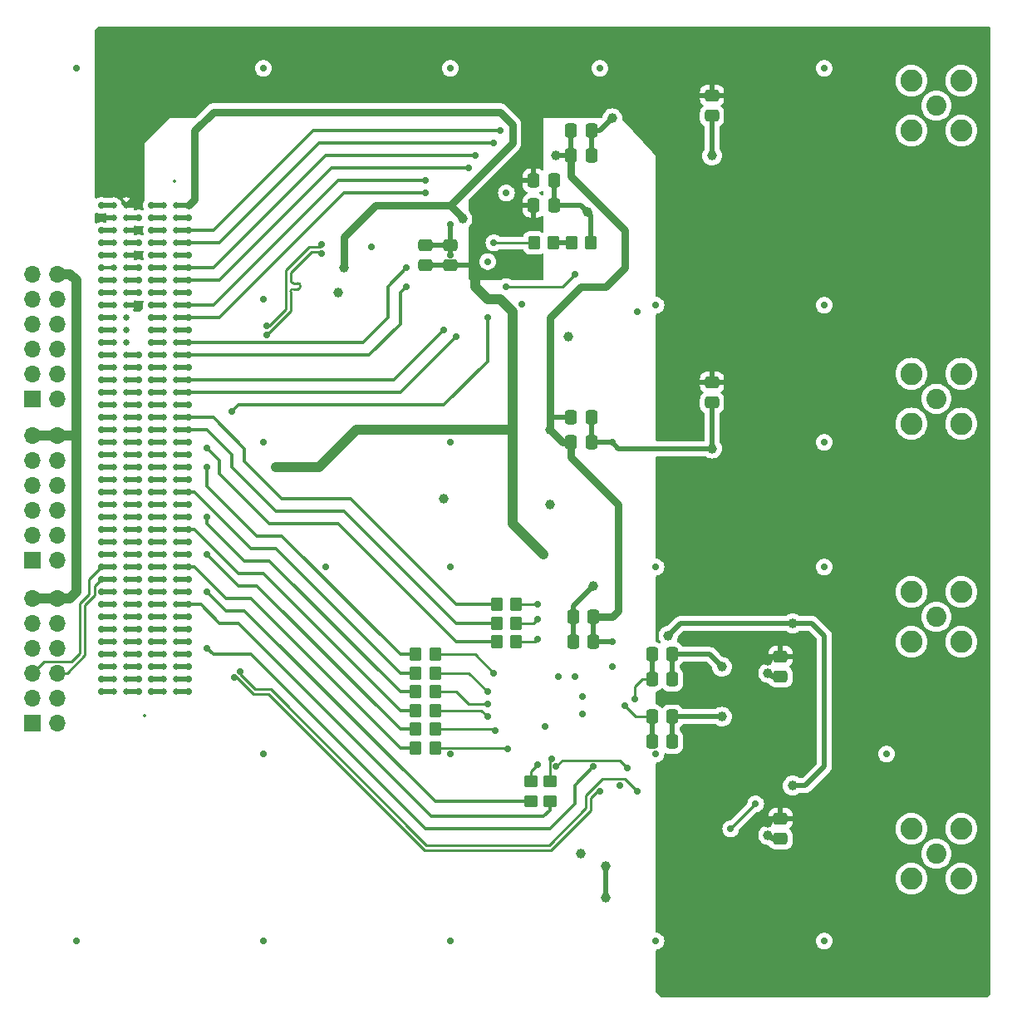
<source format=gbl>
%TF.GenerationSoftware,KiCad,Pcbnew,8.0.0*%
%TF.CreationDate,2024-08-30T22:51:43+03:00*%
%TF.ProjectId,ML605_LPC_Board_wADC_DAC,4d4c3630-355f-44c5-9043-5f426f617264,rev?*%
%TF.SameCoordinates,Original*%
%TF.FileFunction,Copper,L4,Bot*%
%TF.FilePolarity,Positive*%
%FSLAX46Y46*%
G04 Gerber Fmt 4.6, Leading zero omitted, Abs format (unit mm)*
G04 Created by KiCad (PCBNEW 8.0.0) date 2024-08-30 22:51:43*
%MOMM*%
%LPD*%
G01*
G04 APERTURE LIST*
G04 Aperture macros list*
%AMRoundRect*
0 Rectangle with rounded corners*
0 $1 Rounding radius*
0 $2 $3 $4 $5 $6 $7 $8 $9 X,Y pos of 4 corners*
0 Add a 4 corners polygon primitive as box body*
4,1,4,$2,$3,$4,$5,$6,$7,$8,$9,$2,$3,0*
0 Add four circle primitives for the rounded corners*
1,1,$1+$1,$2,$3*
1,1,$1+$1,$4,$5*
1,1,$1+$1,$6,$7*
1,1,$1+$1,$8,$9*
0 Add four rect primitives between the rounded corners*
20,1,$1+$1,$2,$3,$4,$5,0*
20,1,$1+$1,$4,$5,$6,$7,0*
20,1,$1+$1,$6,$7,$8,$9,0*
20,1,$1+$1,$8,$9,$2,$3,0*%
G04 Aperture macros list end*
%TA.AperFunction,ComponentPad*%
%ADD10C,2.050000*%
%TD*%
%TA.AperFunction,ComponentPad*%
%ADD11C,2.250000*%
%TD*%
%TA.AperFunction,ComponentPad*%
%ADD12R,1.700000X1.700000*%
%TD*%
%TA.AperFunction,ComponentPad*%
%ADD13O,1.700000X1.700000*%
%TD*%
%TA.AperFunction,SMDPad,CuDef*%
%ADD14RoundRect,0.250000X-0.475000X0.337500X-0.475000X-0.337500X0.475000X-0.337500X0.475000X0.337500X0*%
%TD*%
%TA.AperFunction,SMDPad,CuDef*%
%ADD15RoundRect,0.250000X-0.337500X-0.475000X0.337500X-0.475000X0.337500X0.475000X-0.337500X0.475000X0*%
%TD*%
%TA.AperFunction,SMDPad,CuDef*%
%ADD16C,0.640000*%
%TD*%
%TA.AperFunction,SMDPad,CuDef*%
%ADD17RoundRect,0.250000X0.350000X0.450000X-0.350000X0.450000X-0.350000X-0.450000X0.350000X-0.450000X0*%
%TD*%
%TA.AperFunction,SMDPad,CuDef*%
%ADD18RoundRect,0.250000X-0.350000X-0.450000X0.350000X-0.450000X0.350000X0.450000X-0.350000X0.450000X0*%
%TD*%
%TA.AperFunction,SMDPad,CuDef*%
%ADD19RoundRect,0.250000X0.337500X0.475000X-0.337500X0.475000X-0.337500X-0.475000X0.337500X-0.475000X0*%
%TD*%
%TA.AperFunction,SMDPad,CuDef*%
%ADD20RoundRect,0.250000X-0.450000X0.350000X-0.450000X-0.350000X0.450000X-0.350000X0.450000X0.350000X0*%
%TD*%
%TA.AperFunction,SMDPad,CuDef*%
%ADD21RoundRect,0.250000X0.475000X-0.337500X0.475000X0.337500X-0.475000X0.337500X-0.475000X-0.337500X0*%
%TD*%
%TA.AperFunction,ViaPad*%
%ADD22C,0.700000*%
%TD*%
%TA.AperFunction,ViaPad*%
%ADD23C,1.000000*%
%TD*%
%TA.AperFunction,Conductor*%
%ADD24C,0.508000*%
%TD*%
%TA.AperFunction,Conductor*%
%ADD25C,0.762000*%
%TD*%
%TA.AperFunction,Conductor*%
%ADD26C,0.254000*%
%TD*%
%TA.AperFunction,Conductor*%
%ADD27C,1.016000*%
%TD*%
%TA.AperFunction,Conductor*%
%ADD28C,0.355600*%
%TD*%
%ADD29C,0.300000*%
%ADD30C,0.350000*%
G04 APERTURE END LIST*
D10*
%TO.P,J8,1,In*%
%TO.N,Net-(J8-In)*%
X168980000Y-58560000D03*
D11*
%TO.P,J8,2,Ext*%
%TO.N,GNDA*%
X166440000Y-56020000D03*
X166440000Y-61100000D03*
X171520000Y-56020000D03*
X171520000Y-61100000D03*
%TD*%
D10*
%TO.P,J9,1,In*%
%TO.N,Net-(J9-In)*%
X168980000Y-88405000D03*
D11*
%TO.P,J9,2,Ext*%
%TO.N,GNDA*%
X166440000Y-85865000D03*
X166440000Y-90945000D03*
X171520000Y-85865000D03*
X171520000Y-90945000D03*
%TD*%
D12*
%TO.P,J10,1,Pin_1*%
%TO.N,/CLK1_M2C_N*%
X76905000Y-121425000D03*
D13*
%TO.P,J10,2,Pin_2*%
%TO.N,/CLK1_M2C_P*%
X79445000Y-121425000D03*
%TO.P,J10,3,Pin_3*%
%TO.N,/LA01_N*%
X76905000Y-118885000D03*
%TO.P,J10,4,Pin_4*%
%TO.N,/LA01_P*%
X79445000Y-118885000D03*
%TO.P,J10,5,Pin_5*%
%TO.N,/LA06_N*%
X76905000Y-116345000D03*
%TO.P,J10,6,Pin_6*%
%TO.N,/LA06_P*%
X79445000Y-116345000D03*
%TO.P,J10,7,Pin_7*%
%TO.N,/LA05_N*%
X76905000Y-113805000D03*
%TO.P,J10,8,Pin_8*%
%TO.N,/LA05_P*%
X79445000Y-113805000D03*
%TO.P,J10,9,Pin_9*%
%TO.N,GNDA*%
X76905000Y-111265000D03*
%TO.P,J10,10,Pin_10*%
X79445000Y-111265000D03*
%TO.P,J10,11,Pin_11*%
%TO.N,3V3*%
X76905000Y-108725000D03*
%TO.P,J10,12,Pin_12*%
X79445000Y-108725000D03*
%TD*%
D10*
%TO.P,J5,1,In*%
%TO.N,/ADC_Circuit/I_IN*%
X168980000Y-110630000D03*
D11*
%TO.P,J5,2,Ext*%
%TO.N,GNDA*%
X166440000Y-108090000D03*
X166440000Y-113170000D03*
X171520000Y-108090000D03*
X171520000Y-113170000D03*
%TD*%
D10*
%TO.P,J4,1,In*%
%TO.N,/ADC_Circuit/Q_IN*%
X168980000Y-134760000D03*
D11*
%TO.P,J4,2,Ext*%
%TO.N,GNDA*%
X166440000Y-132220000D03*
X166440000Y-137300000D03*
X171520000Y-132220000D03*
X171520000Y-137300000D03*
%TD*%
D12*
%TO.P,J12,1,Pin_1*%
%TO.N,/LA17_P_CC*%
X76905000Y-88405000D03*
D13*
%TO.P,J12,2,Pin_2*%
%TO.N,/LA17_N_CC*%
X79445000Y-88405000D03*
%TO.P,J12,3,Pin_3*%
%TO.N,/LA18_P_CC*%
X76905000Y-85865000D03*
%TO.P,J12,4,Pin_4*%
%TO.N,/LA18_N_CC*%
X79445000Y-85865000D03*
%TO.P,J12,5,Pin_5*%
%TO.N,/LA27_P*%
X76905000Y-83325000D03*
%TO.P,J12,6,Pin_6*%
%TO.N,/LA27_N*%
X79445000Y-83325000D03*
%TO.P,J12,7,Pin_7*%
%TO.N,/SCL*%
X76905000Y-80785000D03*
%TO.P,J12,8,Pin_8*%
%TO.N,/SDA*%
X79445000Y-80785000D03*
%TO.P,J12,9,Pin_9*%
%TO.N,GNDA*%
X76905000Y-78245000D03*
%TO.P,J12,10,Pin_10*%
X79445000Y-78245000D03*
%TO.P,J12,11,Pin_11*%
%TO.N,3V3*%
X76905000Y-75705000D03*
%TO.P,J12,12,Pin_12*%
X79445000Y-75705000D03*
%TD*%
D12*
%TO.P,J11,1,Pin_1*%
%TO.N,/LA09_N*%
X76885000Y-104890000D03*
D13*
%TO.P,J11,2,Pin_2*%
%TO.N,/LA09_P*%
X79425000Y-104890000D03*
%TO.P,J11,3,Pin_3*%
%TO.N,/LA10_N*%
X76885000Y-102350000D03*
%TO.P,J11,4,Pin_4*%
%TO.N,/LA10_P*%
X79425000Y-102350000D03*
%TO.P,J11,5,Pin_5*%
%TO.N,/LA13_N*%
X76885000Y-99810000D03*
%TO.P,J11,6,Pin_6*%
%TO.N,/LA13_P*%
X79425000Y-99810000D03*
%TO.P,J11,7,Pin_7*%
%TO.N,/LA14_N*%
X76885000Y-97270000D03*
%TO.P,J11,8,Pin_8*%
%TO.N,/LA14_P*%
X79425000Y-97270000D03*
%TO.P,J11,9,Pin_9*%
%TO.N,GNDA*%
X76885000Y-94730000D03*
%TO.P,J11,10,Pin_10*%
X79425000Y-94730000D03*
%TO.P,J11,11,Pin_11*%
%TO.N,3V3*%
X76885000Y-92190000D03*
%TO.P,J11,12,Pin_12*%
X79425000Y-92190000D03*
%TD*%
D14*
%TO.P,C32,1*%
%TO.N,3V3*%
X146120000Y-86732500D03*
%TO.P,C32,2*%
%TO.N,GNDA*%
X146120000Y-88807500D03*
%TD*%
D15*
%TO.P,C20,1*%
%TO.N,1V5*%
X131747500Y-90310000D03*
%TO.P,C20,2*%
%TO.N,GNDA*%
X133822500Y-90310000D03*
%TD*%
D16*
%TO.P,J1,C1,C1*%
%TO.N,GNDA*%
X85160000Y-118250000D03*
%TO.P,J1,C2,C2*%
%TO.N,/DP0_C2M_P*%
X85160000Y-116980000D03*
%TO.P,J1,C3,C3*%
%TO.N,/DP0_C2M_N*%
X85160000Y-115710000D03*
%TO.P,J1,C4,C4*%
%TO.N,GNDA*%
X85160000Y-114440000D03*
%TO.P,J1,C5,C5*%
X85160000Y-113170000D03*
%TO.P,J1,C6,C6*%
%TO.N,/DP0_M2C_P*%
X85160000Y-111900000D03*
%TO.P,J1,C7,C7*%
%TO.N,/DP0_M2C_N*%
X85160000Y-110630000D03*
%TO.P,J1,C8,C8*%
%TO.N,GNDA*%
X85160000Y-109360000D03*
%TO.P,J1,C9,C9*%
X85160000Y-108090000D03*
%TO.P,J1,C10,C10*%
%TO.N,/LA06_P*%
X85160000Y-106820000D03*
%TO.P,J1,C11,C11*%
%TO.N,/LA06_N*%
X85160000Y-105550000D03*
%TO.P,J1,C12,C12*%
%TO.N,GNDA*%
X85160000Y-104280000D03*
%TO.P,J1,C13,C13*%
X85160000Y-103010000D03*
%TO.P,J1,C14,C14*%
%TO.N,/LA10_P*%
X85160000Y-101740000D03*
%TO.P,J1,C15,C15*%
%TO.N,/LA10_N*%
X85160000Y-100470000D03*
%TO.P,J1,C16,C16*%
%TO.N,GNDA*%
X85160000Y-99200000D03*
%TO.P,J1,C17,C17*%
X85160000Y-97930000D03*
%TO.P,J1,C18,C18*%
%TO.N,/LA14_P*%
X85160000Y-96660000D03*
%TO.P,J1,C19,C19*%
%TO.N,/LA14_N*%
X85160000Y-95390000D03*
%TO.P,J1,C20,C20*%
%TO.N,GNDA*%
X85160000Y-94120000D03*
%TO.P,J1,C21,C21*%
X85160000Y-92850000D03*
%TO.P,J1,C22,C22*%
%TO.N,/LA18_P_CC*%
X85160000Y-91580000D03*
%TO.P,J1,C23,C23*%
%TO.N,/LA18_N_CC*%
X85160000Y-90310000D03*
%TO.P,J1,C24,C24*%
%TO.N,GNDA*%
X85160000Y-89040000D03*
%TO.P,J1,C25,C25*%
X85160000Y-87770000D03*
%TO.P,J1,C26,C26*%
%TO.N,/LA27_P*%
X85160000Y-86500000D03*
%TO.P,J1,C27,C27*%
%TO.N,/LA27_N*%
X85160000Y-85230000D03*
%TO.P,J1,C28,C28*%
%TO.N,GNDA*%
X85160000Y-83960000D03*
%TO.P,J1,C29,C29*%
X85160000Y-82690000D03*
%TO.P,J1,C30,C30*%
%TO.N,/SCL*%
X85160000Y-81420000D03*
%TO.P,J1,C31,C31*%
%TO.N,/SDA*%
X85160000Y-80150000D03*
%TO.P,J1,C32,C32*%
%TO.N,GNDA*%
X85160000Y-78880000D03*
%TO.P,J1,C33,C33*%
X85160000Y-77610000D03*
%TO.P,J1,C34,C34*%
%TO.N,/GA0*%
X85160000Y-76340000D03*
%TO.P,J1,C35,C35*%
%TO.N,+12V*%
X85160000Y-75070000D03*
%TO.P,J1,C36,C36*%
%TO.N,GNDA*%
X85160000Y-73800000D03*
%TO.P,J1,C37,C37*%
%TO.N,+12V*%
X85160000Y-72530000D03*
%TO.P,J1,C38,C38*%
%TO.N,GNDA*%
X85160000Y-71260000D03*
%TO.P,J1,C39,C39*%
%TO.N,3V3*%
X85160000Y-69990000D03*
%TO.P,J1,C40,C40*%
%TO.N,GNDA*%
X85160000Y-68720000D03*
%TO.P,J1,D1,D1*%
%TO.N,/PG_C2M*%
X86430000Y-118250000D03*
%TO.P,J1,D2,D2*%
%TO.N,GNDA*%
X86430000Y-116980000D03*
%TO.P,J1,D3,D3*%
X86430000Y-115710000D03*
%TO.P,J1,D4,D4*%
%TO.N,/GBTCLK0_M2C_P*%
X86430000Y-114440000D03*
%TO.P,J1,D5,D5*%
%TO.N,/GBTCLK0_M2C_N*%
X86430000Y-113170000D03*
%TO.P,J1,D6,D6*%
%TO.N,GNDA*%
X86430000Y-111900000D03*
%TO.P,J1,D7,D7*%
X86430000Y-110630000D03*
%TO.P,J1,D8,D8*%
%TO.N,/LA01_P*%
X86430000Y-109360000D03*
%TO.P,J1,D9,D9*%
%TO.N,/LA01_N*%
X86430000Y-108090000D03*
%TO.P,J1,D10,D10*%
%TO.N,GNDA*%
X86430000Y-106820000D03*
%TO.P,J1,D11,D11*%
%TO.N,/LA05_P*%
X86430000Y-105550000D03*
%TO.P,J1,D12,D12*%
%TO.N,/LA05_N*%
X86430000Y-104280000D03*
%TO.P,J1,D13,D13*%
%TO.N,GNDA*%
X86430000Y-103010000D03*
%TO.P,J1,D14,D14*%
%TO.N,/LA09_P*%
X86430000Y-101740000D03*
%TO.P,J1,D15,D15*%
%TO.N,/LA09_N*%
X86430000Y-100470000D03*
%TO.P,J1,D16,D16*%
%TO.N,GNDA*%
X86430000Y-99200000D03*
%TO.P,J1,D17,D17*%
%TO.N,/LA13_P*%
X86430000Y-97930000D03*
%TO.P,J1,D18,D18*%
%TO.N,/LA13_N*%
X86430000Y-96660000D03*
%TO.P,J1,D19,D19*%
%TO.N,GNDA*%
X86430000Y-95390000D03*
%TO.P,J1,D20,D20*%
%TO.N,/LA17_P_CC*%
X86430000Y-94120000D03*
%TO.P,J1,D21,D21*%
%TO.N,/LA17_N_CC*%
X86430000Y-92850000D03*
%TO.P,J1,D22,D22*%
%TO.N,GNDA*%
X86430000Y-91580000D03*
%TO.P,J1,D23,D23*%
%TO.N,/LA23_P*%
X86430000Y-90310000D03*
%TO.P,J1,D24,D24*%
%TO.N,/LA23_N*%
X86430000Y-89040000D03*
%TO.P,J1,D25,D25*%
%TO.N,GNDA*%
X86430000Y-87770000D03*
%TO.P,J1,D26,D26*%
%TO.N,/LA26_P*%
X86430000Y-86500000D03*
%TO.P,J1,D27,D27*%
%TO.N,/LA26_N*%
X86430000Y-85230000D03*
%TO.P,J1,D28,D28*%
%TO.N,GNDA*%
X86430000Y-83960000D03*
%TO.P,J1,D29,D29*%
%TO.N,/TCK*%
X86430000Y-82690000D03*
%TO.P,J1,D30,D30*%
%TO.N,/TDI*%
X86430000Y-81420000D03*
%TO.P,J1,D31,D31*%
%TO.N,/TDO*%
X86430000Y-80150000D03*
%TO.P,J1,D32,D32*%
%TO.N,3V3*%
X86430000Y-78880000D03*
%TO.P,J1,D33,D33*%
%TO.N,/TMS*%
X86430000Y-77610000D03*
%TO.P,J1,D34,D34*%
%TO.N,/TRST_L*%
X86430000Y-76340000D03*
%TO.P,J1,D35,D35*%
%TO.N,/GA1*%
X86430000Y-75070000D03*
%TO.P,J1,D36,D36*%
%TO.N,3V3*%
X86430000Y-73800000D03*
%TO.P,J1,D37,D37*%
%TO.N,GNDA*%
X86430000Y-72530000D03*
%TO.P,J1,D38,D38*%
%TO.N,3V3*%
X86430000Y-71260000D03*
%TO.P,J1,D39,D39*%
%TO.N,GNDA*%
X86430000Y-69990000D03*
%TO.P,J1,D40,D40*%
%TO.N,3V3*%
X86430000Y-68720000D03*
%TO.P,J1,G1,G1*%
%TO.N,GNDA*%
X90240000Y-118250000D03*
%TO.P,J1,G2,G2*%
%TO.N,/CLK1_M2C_P*%
X90240000Y-116980000D03*
%TO.P,J1,G3,G3*%
%TO.N,/CLK1_M2C_N*%
X90240000Y-115710000D03*
%TO.P,J1,G4,G4*%
%TO.N,GNDA*%
X90240000Y-114440000D03*
%TO.P,J1,G5,G5*%
X90240000Y-113170000D03*
%TO.P,J1,G6,G6*%
%TO.N,/LA00_P_CC*%
X90240000Y-111900000D03*
%TO.P,J1,G7,G7*%
%TO.N,/LA00_N_CC*%
X90240000Y-110630000D03*
%TO.P,J1,G8,G8*%
%TO.N,GNDA*%
X90240000Y-109360000D03*
%TO.P,J1,G9,G9*%
%TO.N,/LA03_P*%
X90240000Y-108090000D03*
%TO.P,J1,G10,G10*%
%TO.N,/LA03_N*%
X90240000Y-106820000D03*
%TO.P,J1,G11,G11*%
%TO.N,GNDA*%
X90240000Y-105550000D03*
%TO.P,J1,G12,G12*%
%TO.N,/LA08_P*%
X90240000Y-104280000D03*
%TO.P,J1,G13,G13*%
%TO.N,/LA08_N*%
X90240000Y-103010000D03*
%TO.P,J1,G14,G14*%
%TO.N,GNDA*%
X90240000Y-101740000D03*
%TO.P,J1,G15,G15*%
%TO.N,/LA12_P*%
X90240000Y-100470000D03*
%TO.P,J1,G16,G16*%
%TO.N,/LA12_N*%
X90240000Y-99200000D03*
%TO.P,J1,G17,G17*%
%TO.N,GNDA*%
X90240000Y-97930000D03*
%TO.P,J1,G18,G18*%
%TO.N,/LA16_P*%
X90240000Y-96660000D03*
%TO.P,J1,G19,G19*%
%TO.N,/LA16_N*%
X90240000Y-95390000D03*
%TO.P,J1,G20,G20*%
%TO.N,GNDA*%
X90240000Y-94120000D03*
%TO.P,J1,G21,G21*%
%TO.N,/LA20_P*%
X90240000Y-92850000D03*
%TO.P,J1,G22,G22*%
%TO.N,/LA20_N*%
X90240000Y-91580000D03*
%TO.P,J1,G23,G23*%
%TO.N,GNDA*%
X90240000Y-90310000D03*
%TO.P,J1,G24,G24*%
%TO.N,/LA22_P*%
X90240000Y-89040000D03*
%TO.P,J1,G25,G25*%
%TO.N,/LA22_N*%
X90240000Y-87770000D03*
%TO.P,J1,G26,G26*%
%TO.N,GNDA*%
X90240000Y-86500000D03*
%TO.P,J1,G27,G27*%
%TO.N,/LA25_P*%
X90240000Y-85230000D03*
%TO.P,J1,G28,G28*%
%TO.N,/LA25_N*%
X90240000Y-83960000D03*
%TO.P,J1,G29,G29*%
%TO.N,GNDA*%
X90240000Y-82690000D03*
%TO.P,J1,G30,G30*%
%TO.N,/LA29_P*%
X90240000Y-81420000D03*
%TO.P,J1,G31,G31*%
%TO.N,/LA29_N*%
X90240000Y-80150000D03*
%TO.P,J1,G32,G32*%
%TO.N,GNDA*%
X90240000Y-78880000D03*
%TO.P,J1,G33,G33*%
%TO.N,/LA31_P*%
X90240000Y-77610000D03*
%TO.P,J1,G34,G34*%
%TO.N,/LA31_N*%
X90240000Y-76340000D03*
%TO.P,J1,G35,G35*%
%TO.N,GNDA*%
X90240000Y-75070000D03*
%TO.P,J1,G36,G36*%
%TO.N,/LA33_P*%
X90240000Y-73800000D03*
%TO.P,J1,G37,G37*%
%TO.N,/LA33_N*%
X90240000Y-72530000D03*
%TO.P,J1,G38,G38*%
%TO.N,GNDA*%
X90240000Y-71260000D03*
%TO.P,J1,G39,G39*%
%TO.N,VADJ*%
X90240000Y-69990000D03*
%TO.P,J1,G40,G40*%
%TO.N,GNDA*%
X90240000Y-68720000D03*
%TO.P,J1,H1,H1*%
%TO.N,/VREF_A_M2C*%
X91510000Y-118250000D03*
%TO.P,J1,H2,H2*%
%TO.N,/PRSNT_M2C_L*%
X91510000Y-116980000D03*
%TO.P,J1,H3,H3*%
%TO.N,GNDA*%
X91510000Y-115710000D03*
%TO.P,J1,H4,H4*%
%TO.N,/CLK0_M2C_P*%
X91510000Y-114440000D03*
%TO.P,J1,H5,H5*%
%TO.N,/CLK0_M2C_N*%
X91510000Y-113170000D03*
%TO.P,J1,H6,H6*%
%TO.N,GNDA*%
X91510000Y-111900000D03*
%TO.P,J1,H7,H7*%
%TO.N,/LA02_P*%
X91510000Y-110630000D03*
%TO.P,J1,H8,H8*%
%TO.N,/LA02_N*%
X91510000Y-109360000D03*
%TO.P,J1,H9,H9*%
%TO.N,GNDA*%
X91510000Y-108090000D03*
%TO.P,J1,H10,H10*%
%TO.N,/LA04_P*%
X91510000Y-106820000D03*
%TO.P,J1,H11,H11*%
%TO.N,/LA04_N*%
X91510000Y-105550000D03*
%TO.P,J1,H12,H12*%
%TO.N,GNDA*%
X91510000Y-104280000D03*
%TO.P,J1,H13,H13*%
%TO.N,/LA07_P*%
X91510000Y-103010000D03*
%TO.P,J1,H14,H14*%
%TO.N,/LA07_N*%
X91510000Y-101740000D03*
%TO.P,J1,H15,H15*%
%TO.N,GNDA*%
X91510000Y-100470000D03*
%TO.P,J1,H16,H16*%
%TO.N,/LA11_P*%
X91510000Y-99200000D03*
%TO.P,J1,H17,H17*%
%TO.N,/LA11_N*%
X91510000Y-97930000D03*
%TO.P,J1,H18,H18*%
%TO.N,GNDA*%
X91510000Y-96660000D03*
%TO.P,J1,H19,H19*%
%TO.N,/LA15_P*%
X91510000Y-95390000D03*
%TO.P,J1,H20,H20*%
%TO.N,/LA15_N*%
X91510000Y-94120000D03*
%TO.P,J1,H21,H21*%
%TO.N,GNDA*%
X91510000Y-92850000D03*
%TO.P,J1,H22,H22*%
%TO.N,/LA19_P*%
X91510000Y-91580000D03*
%TO.P,J1,H23,H23*%
%TO.N,/LA19_N*%
X91510000Y-90310000D03*
%TO.P,J1,H24,H24*%
%TO.N,GNDA*%
X91510000Y-89040000D03*
%TO.P,J1,H25,H25*%
%TO.N,/LA21_P*%
X91510000Y-87770000D03*
%TO.P,J1,H26,H26*%
%TO.N,/LA21_N*%
X91510000Y-86500000D03*
%TO.P,J1,H27,H27*%
%TO.N,GNDA*%
X91510000Y-85230000D03*
%TO.P,J1,H28,H28*%
%TO.N,/LA24_P*%
X91510000Y-83960000D03*
%TO.P,J1,H29,H29*%
%TO.N,/LA24_N*%
X91510000Y-82690000D03*
%TO.P,J1,H30,H30*%
%TO.N,GNDA*%
X91510000Y-81420000D03*
%TO.P,J1,H31,H31*%
%TO.N,/LA28_P*%
X91510000Y-80150000D03*
%TO.P,J1,H32,H32*%
%TO.N,/LA28_N*%
X91510000Y-78880000D03*
%TO.P,J1,H33,H33*%
%TO.N,GNDA*%
X91510000Y-77610000D03*
%TO.P,J1,H34,H34*%
%TO.N,/LA30_P*%
X91510000Y-76340000D03*
%TO.P,J1,H35,H35*%
%TO.N,/LA30_N*%
X91510000Y-75070000D03*
%TO.P,J1,H36,H36*%
%TO.N,GNDA*%
X91510000Y-73800000D03*
%TO.P,J1,H37,H37*%
%TO.N,/LA32_P*%
X91510000Y-72530000D03*
%TO.P,J1,H38,H38*%
%TO.N,/LA32_N*%
X91510000Y-71260000D03*
%TO.P,J1,H39,H39*%
%TO.N,GNDA*%
X91510000Y-69990000D03*
%TO.P,J1,H40,H40*%
%TO.N,VADJ*%
X91510000Y-68720000D03*
%TD*%
D17*
%TO.P,R6,1*%
%TO.N,Net-(IC1-I1)*%
X117910000Y-116345000D03*
%TO.P,R6,2*%
%TO.N,/LA11_N*%
X115910000Y-116345000D03*
%TD*%
D18*
%TO.P,R17,1*%
%TO.N,/LA20_P*%
X124165000Y-113170000D03*
%TO.P,R17,2*%
%TO.N,Net-(IC1-I6)*%
X126165000Y-113170000D03*
%TD*%
D17*
%TO.P,R10,1*%
%TO.N,Net-(IC1-Q7)*%
X117910000Y-120155000D03*
%TO.P,R10,2*%
%TO.N,/LA07_N*%
X115910000Y-120155000D03*
%TD*%
D14*
%TO.P,C17,1*%
%TO.N,3V3*%
X153105000Y-131182500D03*
%TO.P,C17,2*%
%TO.N,GNDA*%
X153105000Y-133257500D03*
%TD*%
%TO.P,C36,1*%
%TO.N,GNDA*%
X119450000Y-72762500D03*
%TO.P,C36,2*%
%TO.N,3V3*%
X119450000Y-74837500D03*
%TD*%
D17*
%TO.P,R8,1*%
%TO.N,Net-(IC1-Q9)*%
X117910000Y-118250000D03*
%TO.P,R8,2*%
%TO.N,/LA12_N*%
X115910000Y-118250000D03*
%TD*%
D19*
%TO.P,C7,1*%
%TO.N,1V5*%
X134055000Y-110630000D03*
%TO.P,C7,2*%
%TO.N,GNDA*%
X131980000Y-110630000D03*
%TD*%
D15*
%TO.P,C34,1*%
%TO.N,3V3*%
X127937500Y-66180000D03*
%TO.P,C34,2*%
%TO.N,GNDA*%
X130012500Y-66180000D03*
%TD*%
D20*
%TO.P,R18,1*%
%TO.N,Net-(IC1-Q1)*%
X127705000Y-127410000D03*
%TO.P,R18,2*%
%TO.N,/LA03_N*%
X127705000Y-129410000D03*
%TD*%
D17*
%TO.P,R12,1*%
%TO.N,Net-(IC1-Q5)*%
X117910000Y-122060000D03*
%TO.P,R12,2*%
%TO.N,/LA08_N*%
X115910000Y-122060000D03*
%TD*%
D18*
%TO.P,R34,1*%
%TO.N,Net-(IC4-BIASJ_A)*%
X127975000Y-72530000D03*
%TO.P,R34,2*%
%TO.N,Net-(R34-Pad2)*%
X129975000Y-72530000D03*
%TD*%
D15*
%TO.P,C19,1*%
%TO.N,1V5*%
X131747500Y-61100000D03*
%TO.P,C19,2*%
%TO.N,GNDA*%
X133822500Y-61100000D03*
%TD*%
D17*
%TO.P,R4,1*%
%TO.N,Net-(IC1-I3)*%
X117910000Y-114440000D03*
%TO.P,R4,2*%
%TO.N,/LA16_N*%
X115910000Y-114440000D03*
%TD*%
D18*
%TO.P,R21,1*%
%TO.N,/LA19_P*%
X124165000Y-111265000D03*
%TO.P,R21,2*%
%TO.N,Net-(IC1-I8)*%
X126165000Y-111265000D03*
%TD*%
%TO.P,R23,1*%
%TO.N,/LA19_N*%
X124165000Y-109360000D03*
%TO.P,R23,2*%
%TO.N,Net-(IC1-I9)*%
X126165000Y-109360000D03*
%TD*%
D15*
%TO.P,C11,1*%
%TO.N,Net-(IC1-VRP)*%
X140002500Y-123330000D03*
%TO.P,C11,2*%
%TO.N,GNDA*%
X142077500Y-123330000D03*
%TD*%
D19*
%TO.P,C10,1*%
%TO.N,GNDA*%
X142077500Y-120790000D03*
%TO.P,C10,2*%
%TO.N,Net-(IC1-VRP)*%
X140002500Y-120790000D03*
%TD*%
D15*
%TO.P,C22,1*%
%TO.N,1V5*%
X131747500Y-92850000D03*
%TO.P,C22,2*%
%TO.N,GNDA*%
X133822500Y-92850000D03*
%TD*%
D18*
%TO.P,R35,1*%
%TO.N,Net-(R34-Pad2)*%
X131785000Y-72530000D03*
%TO.P,R35,2*%
%TO.N,GNDA*%
X133785000Y-72530000D03*
%TD*%
D21*
%TO.P,C35,1*%
%TO.N,3V3*%
X116910000Y-74837500D03*
%TO.P,C35,2*%
%TO.N,GNDA*%
X116910000Y-72762500D03*
%TD*%
D20*
%TO.P,R22,1*%
%TO.N,Net-(IC1-I{slash}~{Q})*%
X129610000Y-127410000D03*
%TO.P,R22,2*%
%TO.N,/LA02_N*%
X129610000Y-129410000D03*
%TD*%
D15*
%TO.P,C6,1*%
%TO.N,GNDA*%
X131980000Y-113170000D03*
%TO.P,C6,2*%
%TO.N,1V5*%
X134055000Y-113170000D03*
%TD*%
D14*
%TO.P,C31,1*%
%TO.N,3V3*%
X146120000Y-57522500D03*
%TO.P,C31,2*%
%TO.N,GNDA*%
X146120000Y-59597500D03*
%TD*%
D17*
%TO.P,R14,1*%
%TO.N,Net-(IC1-Q3)*%
X117910000Y-123965000D03*
%TO.P,R14,2*%
%TO.N,/LA04_N*%
X115910000Y-123965000D03*
%TD*%
D19*
%TO.P,C33,1*%
%TO.N,GNDA*%
X130012500Y-68720000D03*
%TO.P,C33,2*%
%TO.N,3V3*%
X127937500Y-68720000D03*
%TD*%
D15*
%TO.P,C21,1*%
%TO.N,1V5*%
X131747500Y-63640000D03*
%TO.P,C21,2*%
%TO.N,GNDA*%
X133822500Y-63640000D03*
%TD*%
D14*
%TO.P,C16,1*%
%TO.N,3V3*%
X153105000Y-114672500D03*
%TO.P,C16,2*%
%TO.N,GNDA*%
X153105000Y-116747500D03*
%TD*%
D15*
%TO.P,C8,1*%
%TO.N,Net-(IC1-VRN)*%
X140002500Y-114440000D03*
%TO.P,C8,2*%
%TO.N,GNDA*%
X142077500Y-114440000D03*
%TD*%
D19*
%TO.P,C9,1*%
%TO.N,GNDA*%
X142077500Y-116980000D03*
%TO.P,C9,2*%
%TO.N,Net-(IC1-VRN)*%
X140002500Y-116980000D03*
%TD*%
D22*
%TO.N,GNDA*%
X88970000Y-118250000D03*
X88970000Y-113170000D03*
X87700000Y-110630000D03*
X88970000Y-82690000D03*
X136722000Y-127775000D03*
D23*
X151835000Y-132855000D03*
D22*
X83890000Y-108090000D03*
X81350000Y-143650000D03*
X92780000Y-69990000D03*
X100400000Y-78245000D03*
X87700000Y-69990000D03*
X135960000Y-92850000D03*
X87700000Y-103010000D03*
X126741822Y-78755178D03*
X111430220Y-72951279D03*
X88970000Y-101740000D03*
X83890000Y-103010000D03*
D23*
X134055000Y-107455000D03*
D22*
X132912000Y-118758000D03*
X92780000Y-115710000D03*
X88970000Y-86500000D03*
X92780000Y-104280000D03*
X92780000Y-92850000D03*
X157550000Y-92850000D03*
X92780000Y-85230000D03*
X83890000Y-68720000D03*
X87700000Y-95390000D03*
X119450000Y-124600000D03*
X92780000Y-77610000D03*
X87700000Y-115710000D03*
X83890000Y-71260000D03*
X163900000Y-124600000D03*
X88970000Y-94120000D03*
X87700000Y-106820000D03*
X119450000Y-73750000D03*
X88970000Y-114440000D03*
X87700000Y-111900000D03*
D23*
X135960000Y-59830000D03*
D22*
X87700000Y-91580000D03*
X100400000Y-124600000D03*
X88970000Y-97930000D03*
X81350000Y-54750000D03*
X157550000Y-105550000D03*
D23*
X118815000Y-98565000D03*
D22*
X92780000Y-111900000D03*
D23*
X147136000Y-115710000D03*
D22*
X92780000Y-100470000D03*
D23*
X147136000Y-120790000D03*
D22*
X83890000Y-82690000D03*
X92780000Y-73800000D03*
X83890000Y-109360000D03*
D23*
X146120000Y-63640000D03*
D22*
X92780000Y-96660000D03*
X129102000Y-121806000D03*
X83890000Y-77610000D03*
X87700000Y-99200000D03*
X157550000Y-78880000D03*
X83890000Y-97930000D03*
D23*
X133420000Y-69355000D03*
D22*
X83890000Y-89040000D03*
D23*
X132785000Y-134760000D03*
D22*
X87700000Y-72530000D03*
X83890000Y-94120000D03*
X88970000Y-105550000D03*
X119450000Y-105550000D03*
X87700000Y-83960000D03*
D23*
X151835000Y-116345000D03*
D22*
X140405000Y-78880000D03*
X88970000Y-71260000D03*
X140405000Y-105550000D03*
X87700000Y-87770000D03*
X134690000Y-54750000D03*
X83890000Y-104280000D03*
X83890000Y-118250000D03*
X119450000Y-70625000D03*
X100400000Y-54750000D03*
X88970000Y-68720000D03*
D23*
X129610000Y-99200000D03*
D22*
X140405000Y-143650000D03*
X92780000Y-89040000D03*
D23*
X146120000Y-93485000D03*
D22*
X83890000Y-73800000D03*
D23*
X131515000Y-82055000D03*
D22*
X83890000Y-87770000D03*
X119450000Y-54750000D03*
X92780000Y-108090000D03*
X100400000Y-92850000D03*
X88970000Y-90310000D03*
X106750000Y-105550000D03*
D23*
X108020000Y-77610000D03*
D22*
X119450000Y-92850000D03*
X83890000Y-113170000D03*
X87700000Y-116980000D03*
X83890000Y-114440000D03*
X92780000Y-81420000D03*
X100400000Y-143650000D03*
X123260000Y-74435000D03*
X88970000Y-78880000D03*
X157550000Y-143650000D03*
X157550000Y-54750000D03*
X130503000Y-116726000D03*
X83890000Y-78880000D03*
X140405000Y-124600000D03*
X88970000Y-109360000D03*
X132150000Y-116726000D03*
X83890000Y-92850000D03*
X132912000Y-120536000D03*
X83890000Y-83960000D03*
X83890000Y-99200000D03*
X88970000Y-75070000D03*
X119450000Y-143650000D03*
D23*
%TO.N,1V5*%
X129610000Y-91580000D03*
D22*
X135960000Y-113170000D03*
D23*
X129610000Y-91580000D03*
X130245000Y-63640000D03*
D22*
%TO.N,Net-(IC1-VRN)*%
X138246000Y-119012000D03*
%TO.N,Net-(IC1-VRP)*%
X137230000Y-119643000D03*
D23*
%TO.N,3V3*%
X101670000Y-95390000D03*
X126435000Y-56655000D03*
X106750000Y-56655000D03*
D22*
X87700000Y-78880000D03*
D23*
X146120000Y-85230000D03*
D22*
X123260000Y-71260000D03*
D23*
X106750000Y-52845000D03*
D22*
X87700000Y-71260000D03*
D23*
X151835000Y-131585000D03*
D22*
X126435000Y-69355000D03*
D23*
X87700000Y-52845000D03*
X87700000Y-56655000D03*
X146120000Y-56020000D03*
D22*
X83890000Y-69990000D03*
D23*
X146755000Y-118250000D03*
X128975000Y-104280000D03*
X151835000Y-115075000D03*
D22*
X121990000Y-75070000D03*
X87700000Y-68720000D03*
D23*
X126435000Y-52845000D03*
D22*
X87700000Y-73800000D03*
D23*
%TO.N,/ADC_Circuit/VCM_ADC*%
X154335420Y-111304580D03*
X154335420Y-127814580D03*
X141675000Y-112535000D03*
D22*
%TO.N,Net-(IC1-Q3)*%
X125292000Y-124092000D03*
%TO.N,VADJ*%
X92780000Y-68720000D03*
D23*
X135325000Y-139205000D03*
X135325000Y-136030000D03*
D22*
X125165000Y-67450000D03*
X138500000Y-79515000D03*
X130245000Y-125870000D03*
X137484000Y-125997000D03*
X88970000Y-69990000D03*
D23*
X120693616Y-70083028D03*
D22*
X135960000Y-115710000D03*
D23*
X108655000Y-75070000D03*
D22*
%TO.N,Net-(IC1-I1)*%
X123260000Y-118250000D03*
%TO.N,Net-(IC1-Q7)*%
X123260000Y-120790000D03*
%TO.N,/ADC_Circuit/Q+*%
X148025000Y-132220000D03*
X150565000Y-129680000D03*
%TO.N,Net-(IC1-I6)*%
X128340000Y-112916000D03*
%TO.N,Net-(IC1-I3)*%
X123895000Y-116345000D03*
%TO.N,Net-(IC1-I{slash}~{Q})*%
X129757000Y-125108000D03*
%TO.N,Net-(IC1-I8)*%
X128340000Y-110884000D03*
%TO.N,Net-(IC1-Q5)*%
X124020857Y-122185857D03*
%TO.N,Net-(IC1-I9)*%
X128340000Y-109360000D03*
%TO.N,Net-(IC1-Q1)*%
X128361847Y-125718865D03*
%TO.N,Net-(IC1-Q9)*%
X123260000Y-119520000D03*
%TO.N,/LA20_N*%
X88970000Y-91580000D03*
%TO.N,/LA19_N*%
X92780000Y-90310000D03*
%TO.N,/LA20_P*%
X94685000Y-93442200D03*
X88970000Y-92850000D03*
%TO.N,/LA29_P*%
X88970000Y-81420000D03*
%TO.N,/LA33_P*%
X88970000Y-73800000D03*
%TO.N,/DAC Circuit/SLEEP*%
X125165000Y-76975000D03*
X132150000Y-75705000D03*
%TO.N,/LA21_P*%
X92780000Y-87770000D03*
X120085000Y-82055000D03*
%TO.N,/LA22_N*%
X88970000Y-87770000D03*
%TO.N,/LA30_P*%
X121355000Y-64910000D03*
X92780000Y-76340000D03*
%TO.N,/LA30_N*%
X121990000Y-63640000D03*
X92780000Y-75070000D03*
%TO.N,/LA24_N*%
X115005000Y-75070000D03*
X92780000Y-82690000D03*
%TO.N,/LA24_P*%
X115005000Y-76975000D03*
X92780000Y-83960000D03*
%TO.N,/LA22_P*%
X88970000Y-89040000D03*
%TO.N,/LA33_N*%
X88970000Y-72530000D03*
%TO.N,/LA25_P*%
X88970000Y-85230000D03*
%TO.N,/LA21_N*%
X92780000Y-86500000D03*
X118815000Y-81420000D03*
%TO.N,/LA32_P*%
X92780000Y-72530000D03*
X123895000Y-62370000D03*
%TO.N,/LA25_N*%
X88970000Y-83960000D03*
%TO.N,/LA32_N*%
X92780000Y-71260000D03*
X124530000Y-61100000D03*
%TO.N,/LA28_N*%
X116910000Y-66180000D03*
X92780000Y-78880000D03*
%TO.N,Net-(IC4-BIASJ_A)*%
X123895000Y-72530000D03*
%TO.N,/LA31_P*%
X88970000Y-77610000D03*
%TO.N,/LA28_P*%
X92780000Y-80150000D03*
X116910000Y-67450000D03*
%TO.N,/LA31_N*%
X88970000Y-76340000D03*
%TO.N,/PRSNT_M2C_L*%
X92780000Y-116980000D03*
%TO.N,/LA14_P*%
X83890000Y-96660000D03*
%TO.N,/LA27_P*%
X83890000Y-86500000D03*
%TO.N,/CLK1_M2C_N*%
X88970000Y-115710000D03*
%TO.N,/LA07_P*%
X92780000Y-103010000D03*
%TO.N,/PG_C2M*%
X87700000Y-118250000D03*
%TO.N,/SDA*%
X83890000Y-80150000D03*
%TO.N,/DP0_M2C_N*%
X83890000Y-110630000D03*
%TO.N,/CLK1_M2C_P*%
X88970000Y-116980000D03*
%TO.N,/TRST_L*%
X87700000Y-76340000D03*
%TO.N,/GA1*%
X87700000Y-75070000D03*
%TO.N,/DP0_C2M_N*%
X83890000Y-115710000D03*
%TO.N,/LA11_N*%
X92780000Y-97930000D03*
%TO.N,/VREF_A_M2C*%
X92780000Y-118250000D03*
%TO.N,/LA27_N*%
X83890000Y-85230000D03*
%TO.N,/LA26_N*%
X106369000Y-73642000D03*
X100781000Y-81897000D03*
X87700000Y-85230000D03*
%TO.N,/GA0*%
X83890000Y-76340000D03*
%TO.N,/DP0_C2M_P*%
X83890000Y-116980000D03*
%TO.N,/LA15_N*%
X92780000Y-94120000D03*
%TO.N,/LA15_P*%
X92780000Y-95390000D03*
%TO.N,/LA18_P_CC*%
X83890000Y-91580000D03*
%TO.N,/LA17_P_CC*%
X87700000Y-94120000D03*
%TO.N,/LA19_P*%
X92780000Y-91580000D03*
%TO.N,/LA12_N*%
X94685000Y-100470000D03*
X88970000Y-99200000D03*
%TO.N,/LA07_N*%
X92780000Y-101740000D03*
%TO.N,/LA16_N*%
X94685000Y-95390000D03*
X88970000Y-95390000D03*
%TO.N,+12V*%
X83890000Y-75070000D03*
X83890000Y-72530000D03*
%TO.N,/LA23_P*%
X123260000Y-80150000D03*
X87700000Y-90310000D03*
X97225000Y-89717800D03*
%TO.N,/LA00_P_CC*%
X94685000Y-113805000D03*
X88970000Y-111900000D03*
X134055000Y-125870000D03*
%TO.N,/DP0_M2C_P*%
X83890000Y-111900000D03*
%TO.N,/SCL*%
X83890000Y-81420000D03*
%TO.N,/LA13_P*%
X87700000Y-97930000D03*
%TO.N,/LA10_N*%
X83890000Y-100470000D03*
%TO.N,/LA29_N*%
X88970000Y-80150000D03*
%TO.N,/LA05_N*%
X87700000Y-104280000D03*
%TO.N,/LA00_N_CC*%
X88970000Y-110630000D03*
%TO.N,/LA14_N*%
X83890000Y-95390000D03*
%TO.N,/LA26_P*%
X106369000Y-72688000D03*
X87700000Y-86500000D03*
X100781000Y-80943000D03*
%TO.N,/LA09_P*%
X87700000Y-101740000D03*
%TO.N,/LA10_P*%
X83890000Y-101740000D03*
%TO.N,/LA03_N*%
X88970000Y-106820000D03*
X94685000Y-108090000D03*
%TO.N,/GBTCLK0_M2C_N*%
X87700000Y-113170000D03*
%TO.N,/LA13_N*%
X87700000Y-96660000D03*
%TO.N,/LA17_N_CC*%
X87700000Y-92850000D03*
%TO.N,/LA12_P*%
X88970000Y-100470000D03*
%TO.N,/LA11_P*%
X92780000Y-99200000D03*
%TO.N,/LA02_N*%
X92780000Y-109360000D03*
%TO.N,/LA04_P*%
X92780000Y-106820000D03*
%TO.N,/LA08_P*%
X88970000Y-104280000D03*
%TO.N,/LA02_P*%
X92780000Y-110630000D03*
%TO.N,/LA08_N*%
X94685000Y-104280000D03*
X88970000Y-103010000D03*
%TO.N,/LA03_P*%
X88970000Y-108090000D03*
%TO.N,/GBTCLK0_M2C_P*%
X87700000Y-114440000D03*
%TO.N,/LA06_P*%
X83890000Y-106820000D03*
%TO.N,/LA06_N*%
X83890000Y-105550000D03*
%TO.N,/LA05_P*%
X87700000Y-105550000D03*
%TO.N,/CLK0_M2C_N*%
X92780000Y-113170000D03*
X98015723Y-116189277D03*
X138500000Y-128410000D03*
%TO.N,/CLK0_M2C_P*%
X134690000Y-128410000D03*
X92780000Y-114440000D03*
X97411853Y-116793147D03*
%TO.N,/TMS*%
X87700000Y-77610000D03*
%TO.N,/LA04_N*%
X92780000Y-105550000D03*
%TO.N,/LA16_P*%
X88970000Y-96660000D03*
%TO.N,/LA09_N*%
X87700000Y-100470000D03*
%TO.N,/LA23_N*%
X87700000Y-89040000D03*
%TO.N,/LA18_N_CC*%
X83890000Y-90310000D03*
%TO.N,/LA01_P*%
X87700000Y-109360000D03*
%TO.N,/LA01_N*%
X87700000Y-108090000D03*
%TD*%
D24*
%TO.N,GNDA*%
X85160000Y-77610000D02*
X83890000Y-77610000D01*
X91510000Y-77610000D02*
X92780000Y-77610000D01*
X151835000Y-132855000D02*
X152237500Y-133257500D01*
X83890000Y-73800000D02*
X85160000Y-73800000D01*
X85160000Y-92850000D02*
X83890000Y-92850000D01*
X90121000Y-97930000D02*
X89089000Y-97930000D01*
X86549000Y-103010000D02*
X87581000Y-103010000D01*
X90240000Y-118250000D02*
X88970000Y-118250000D01*
X85160000Y-118250000D02*
X83890000Y-118250000D01*
X91510000Y-81420000D02*
X92780000Y-81420000D01*
X91510000Y-104280000D02*
X92780000Y-104280000D01*
X85160000Y-83960000D02*
X83890000Y-83960000D01*
X85160000Y-87770000D02*
X83890000Y-87770000D01*
X131980000Y-110630000D02*
X131980000Y-113170000D01*
X85041000Y-94120000D02*
X84009000Y-94120000D01*
X91510000Y-108090000D02*
X92780000Y-108090000D01*
X133822500Y-61100000D02*
X134690000Y-61100000D01*
X91510000Y-89040000D02*
X92780000Y-89040000D01*
X132785000Y-68720000D02*
X133420000Y-69355000D01*
X142077500Y-120790000D02*
X142077500Y-123330000D01*
X90121000Y-90310000D02*
X89089000Y-90310000D01*
X90121000Y-105550000D02*
X89089000Y-105550000D01*
X91510000Y-92850000D02*
X92780000Y-92850000D01*
X91510000Y-111900000D02*
X92780000Y-111900000D01*
X134690000Y-61100000D02*
X135325000Y-60465000D01*
X92780000Y-115710000D02*
X91510000Y-115710000D01*
X133822500Y-61100000D02*
X133822500Y-63640000D01*
X90121000Y-75070000D02*
X89089000Y-75070000D01*
X91510000Y-73800000D02*
X92780000Y-73800000D01*
X135325000Y-60465000D02*
X135960000Y-59830000D01*
X91510000Y-96660000D02*
X92780000Y-96660000D01*
X86430000Y-115710000D02*
X87700000Y-115710000D01*
X90240000Y-113170000D02*
X88970000Y-113170000D01*
X133420000Y-69355000D02*
X133785000Y-69720000D01*
X90121000Y-109360000D02*
X89089000Y-109360000D01*
X90121000Y-94120000D02*
X89089000Y-94120000D01*
X86549000Y-87770000D02*
X87581000Y-87770000D01*
X85160000Y-103010000D02*
X83890000Y-103010000D01*
X85160000Y-97930000D02*
X83890000Y-97930000D01*
X130012500Y-68720000D02*
X132785000Y-68720000D01*
X146120000Y-63640000D02*
X146120000Y-59597500D01*
X85160000Y-78880000D02*
X83890000Y-78880000D01*
X146120000Y-93485000D02*
X136595000Y-93485000D01*
X90121000Y-82690000D02*
X89089000Y-82690000D01*
X146120000Y-93485000D02*
X146120000Y-88807500D01*
X136595000Y-93485000D02*
X135960000Y-92850000D01*
X142077500Y-114440000D02*
X142077500Y-116980000D01*
X116910000Y-72762500D02*
X119450000Y-72762500D01*
X90121000Y-68720000D02*
X89089000Y-68720000D01*
X119450000Y-70625000D02*
X119450000Y-72762500D01*
X85041000Y-114440000D02*
X84009000Y-114440000D01*
X134055000Y-107455000D02*
X131980000Y-109530000D01*
X91510000Y-69990000D02*
X92780000Y-69990000D01*
X133822500Y-92850000D02*
X133822500Y-90310000D01*
X86549000Y-111900000D02*
X87581000Y-111900000D01*
X119450000Y-73750000D02*
X119450000Y-72762500D01*
X85041000Y-99200000D02*
X84009000Y-99200000D01*
X152237500Y-133257500D02*
X153105000Y-133257500D01*
X86549000Y-99200000D02*
X87581000Y-99200000D01*
X85160000Y-71260000D02*
X83890000Y-71260000D01*
X151835000Y-116345000D02*
X152237500Y-116747500D01*
X130012500Y-68720000D02*
X130012500Y-66180000D01*
X85160000Y-82690000D02*
X83890000Y-82690000D01*
X86549000Y-83960000D02*
X87581000Y-83960000D01*
X86549000Y-116980000D02*
X87581000Y-116980000D01*
X86549000Y-95390000D02*
X87581000Y-95390000D01*
X147136000Y-115710000D02*
X145866000Y-114440000D01*
X135960000Y-92850000D02*
X133822500Y-92850000D01*
X86549000Y-91580000D02*
X87581000Y-91580000D01*
X85041000Y-104280000D02*
X84009000Y-104280000D01*
X85160000Y-68720000D02*
X83890000Y-68720000D01*
X91510000Y-85230000D02*
X92780000Y-85230000D01*
X147136000Y-120790000D02*
X142077500Y-120790000D01*
X152237500Y-116747500D02*
X153105000Y-116747500D01*
X133785000Y-69720000D02*
X133785000Y-72530000D01*
X90121000Y-86500000D02*
X89089000Y-86500000D01*
X85160000Y-108090000D02*
X83890000Y-108090000D01*
X85041000Y-109360000D02*
X84009000Y-109360000D01*
X90121000Y-101740000D02*
X89089000Y-101740000D01*
X86549000Y-72530000D02*
X87581000Y-72530000D01*
X91510000Y-100470000D02*
X92780000Y-100470000D01*
X85041000Y-89040000D02*
X84009000Y-89040000D01*
X90121000Y-78880000D02*
X89089000Y-78880000D01*
X131980000Y-109530000D02*
X131980000Y-110630000D01*
X86430000Y-110630000D02*
X87700000Y-110630000D01*
X86549000Y-106820000D02*
X87581000Y-106820000D01*
X90121000Y-71260000D02*
X89089000Y-71260000D01*
X85160000Y-113170000D02*
X83890000Y-113170000D01*
X86549000Y-69990000D02*
X87581000Y-69990000D01*
X90121000Y-114440000D02*
X89089000Y-114440000D01*
X145866000Y-114440000D02*
X142077500Y-114440000D01*
D25*
%TO.N,1V5*%
X135325000Y-76975000D02*
X137230000Y-75070000D01*
D24*
X130245000Y-63640000D02*
X131747500Y-63640000D01*
D25*
X136595000Y-109995000D02*
X135960000Y-110630000D01*
X132785000Y-76975000D02*
X135325000Y-76975000D01*
X131747500Y-92850000D02*
X130880000Y-92850000D01*
X131747500Y-65777500D02*
X131747500Y-63640000D01*
X131747500Y-94352500D02*
X136595000Y-99200000D01*
X136595000Y-99200000D02*
X136595000Y-109995000D01*
X129610000Y-91580000D02*
X129610000Y-80150000D01*
X137230000Y-75070000D02*
X137230000Y-71260000D01*
D24*
X131747500Y-63640000D02*
X131747500Y-61100000D01*
X134055000Y-110630000D02*
X134055000Y-113170000D01*
X131747500Y-90310000D02*
X129610000Y-90310000D01*
D25*
X129610000Y-80150000D02*
X132785000Y-76975000D01*
X130880000Y-92850000D02*
X129610000Y-91580000D01*
X131747500Y-92850000D02*
X131747500Y-94352500D01*
X137230000Y-71260000D02*
X131747500Y-65777500D01*
X135960000Y-110630000D02*
X134055000Y-110630000D01*
D24*
X135960000Y-113170000D02*
X134055000Y-113170000D01*
%TO.N,Net-(IC1-VRN)*%
X140002500Y-116980000D02*
X140002500Y-114440000D01*
D26*
X139008000Y-116980000D02*
X140002500Y-116980000D01*
X138246000Y-117742000D02*
X139008000Y-116980000D01*
X138246000Y-119012000D02*
X138246000Y-117742000D01*
D24*
%TO.N,Net-(IC1-VRP)*%
X140002500Y-123330000D02*
X140002500Y-120790000D01*
D26*
X137230000Y-119643000D02*
X138377000Y-120790000D01*
X138377000Y-120790000D02*
X140002500Y-120790000D01*
D27*
%TO.N,3V3*%
X124530000Y-78245000D02*
X125800000Y-79515000D01*
D24*
X86549000Y-71260000D02*
X87581000Y-71260000D01*
X116910000Y-74837500D02*
X119450000Y-74837500D01*
D27*
X80715000Y-75705000D02*
X81350000Y-76340000D01*
X123260000Y-78245000D02*
X124530000Y-78245000D01*
D24*
X151835000Y-115075000D02*
X152237500Y-114672500D01*
D27*
X79425000Y-92190000D02*
X81325000Y-92190000D01*
X121990000Y-76975000D02*
X123260000Y-78245000D01*
X76885000Y-92190000D02*
X79425000Y-92190000D01*
X106115000Y-95390000D02*
X109925000Y-91580000D01*
D24*
X86549000Y-73800000D02*
X87581000Y-73800000D01*
D27*
X125800000Y-79515000D02*
X125800000Y-101105000D01*
D24*
X146120000Y-56020000D02*
X146120000Y-57522500D01*
D27*
X80715000Y-108725000D02*
X79445000Y-108725000D01*
D24*
X85160000Y-69990000D02*
X83890000Y-69990000D01*
D27*
X121990000Y-76975000D02*
X121990000Y-75070000D01*
X81350000Y-92215000D02*
X81350000Y-108090000D01*
X101670000Y-95390000D02*
X106115000Y-95390000D01*
X81350000Y-108090000D02*
X80715000Y-108725000D01*
X125800000Y-101105000D02*
X128975000Y-104280000D01*
D24*
X152237500Y-114672500D02*
X153105000Y-114672500D01*
X151835000Y-131585000D02*
X152237500Y-131182500D01*
X152237500Y-131182500D02*
X153105000Y-131182500D01*
D27*
X109925000Y-91580000D02*
X125800000Y-91580000D01*
X79445000Y-75705000D02*
X80715000Y-75705000D01*
D24*
X146120000Y-85230000D02*
X146120000Y-86732500D01*
X86430000Y-68720000D02*
X87700000Y-68720000D01*
X86549000Y-78880000D02*
X87581000Y-78880000D01*
D27*
X81325000Y-92190000D02*
X81350000Y-92215000D01*
X81350000Y-76340000D02*
X81350000Y-92215000D01*
D24*
X121757500Y-74837500D02*
X121990000Y-75070000D01*
X119450000Y-74837500D02*
X121757500Y-74837500D01*
D27*
X76905000Y-108725000D02*
X79445000Y-108725000D01*
D24*
%TO.N,/ADC_Circuit/VCM_ADC*%
X156319580Y-111304580D02*
X157550000Y-112535000D01*
X155605420Y-127814580D02*
X154335420Y-127814580D01*
X141675000Y-112535000D02*
X142905420Y-111304580D01*
X142905420Y-111304580D02*
X154335420Y-111304580D01*
X157550000Y-113170000D02*
X157550000Y-125870000D01*
X157550000Y-125870000D02*
X155605420Y-127814580D01*
X157550000Y-112535000D02*
X157550000Y-113170000D01*
X154335420Y-111304580D02*
X156319580Y-111304580D01*
D26*
%TO.N,Net-(IC1-Q3)*%
X125165000Y-123965000D02*
X117910000Y-123965000D01*
X125292000Y-124092000D02*
X125165000Y-123965000D01*
D25*
%TO.N,VADJ*%
X119450000Y-68720000D02*
X111830000Y-68720000D01*
X125800000Y-62370000D02*
X119450000Y-68720000D01*
X108655000Y-71895000D02*
X108655000Y-75070000D01*
D24*
X91510000Y-68720000D02*
X92780000Y-68720000D01*
X90121000Y-69990000D02*
X89089000Y-69990000D01*
D25*
X111830000Y-68720000D02*
X109290000Y-71260000D01*
X93415000Y-68085000D02*
X93415000Y-61100000D01*
X120693616Y-69963616D02*
X120693616Y-70083028D01*
X92780000Y-68720000D02*
X93415000Y-68085000D01*
X125800000Y-60465000D02*
X125800000Y-62370000D01*
D24*
X135325000Y-136030000D02*
X135325000Y-139205000D01*
D25*
X95320000Y-59195000D02*
X124530000Y-59195000D01*
D26*
X130245000Y-125870000D02*
X130880000Y-125235000D01*
D25*
X109290000Y-71260000D02*
X108655000Y-71895000D01*
D26*
X136722000Y-125235000D02*
X137484000Y-125997000D01*
D25*
X93415000Y-61100000D02*
X95320000Y-59195000D01*
X124530000Y-59195000D02*
X125800000Y-60465000D01*
X119450000Y-68720000D02*
X120693616Y-69963616D01*
D26*
X130880000Y-125235000D02*
X136722000Y-125235000D01*
%TO.N,Net-(IC1-I1)*%
X121355000Y-116345000D02*
X117910000Y-116345000D01*
X123260000Y-118250000D02*
X121355000Y-116345000D01*
%TO.N,Net-(IC1-Q7)*%
X122625000Y-120155000D02*
X117910000Y-120155000D01*
X123260000Y-120790000D02*
X122625000Y-120155000D01*
%TO.N,/ADC_Circuit/Q+*%
X148025000Y-132220000D02*
X150565000Y-129680000D01*
%TO.N,Net-(IC1-I6)*%
X128086000Y-113170000D02*
X128340000Y-112916000D01*
X126165000Y-113170000D02*
X128086000Y-113170000D01*
%TO.N,Net-(IC1-I3)*%
X121990000Y-114440000D02*
X117910000Y-114440000D01*
X123895000Y-116345000D02*
X121990000Y-114440000D01*
%TO.N,Net-(IC1-I{slash}~{Q})*%
X129610000Y-125255000D02*
X129610000Y-127410000D01*
X129757000Y-125108000D02*
X129610000Y-125255000D01*
%TO.N,Net-(IC1-I8)*%
X128340000Y-110884000D02*
X127959000Y-111265000D01*
X127959000Y-111265000D02*
X126165000Y-111265000D01*
%TO.N,Net-(IC1-Q5)*%
X124020857Y-122185857D02*
X123895000Y-122060000D01*
X123895000Y-122060000D02*
X117910000Y-122060000D01*
%TO.N,Net-(IC1-I9)*%
X128340000Y-109360000D02*
X126165000Y-109360000D01*
%TO.N,Net-(IC1-Q1)*%
X128361847Y-125718865D02*
X127705000Y-126375712D01*
X127705000Y-126375712D02*
X127705000Y-127410000D01*
%TO.N,Net-(IC1-Q9)*%
X120085000Y-118250000D02*
X117910000Y-118250000D01*
X123260000Y-119520000D02*
X121355000Y-119520000D01*
X121355000Y-119520000D02*
X120085000Y-118250000D01*
D24*
%TO.N,/LA20_N*%
X90121000Y-91580000D02*
X89089000Y-91580000D01*
D28*
%TO.N,/LA19_N*%
X98495000Y-93485000D02*
X95320000Y-90310000D01*
D24*
X91510000Y-90310000D02*
X92780000Y-90310000D01*
D28*
X124165000Y-109360000D02*
X120085000Y-109360000D01*
X109290000Y-98565000D02*
X102305000Y-98565000D01*
X120085000Y-109360000D02*
X109290000Y-98565000D01*
X102305000Y-98565000D02*
X98495000Y-94755000D01*
X98495000Y-94755000D02*
X98495000Y-93485000D01*
X95320000Y-90310000D02*
X92780000Y-90310000D01*
%TO.N,/LA20_P*%
X95955000Y-96025000D02*
X101035000Y-101105000D01*
D24*
X90121000Y-92850000D02*
X89089000Y-92850000D01*
D28*
X94685000Y-93442200D02*
X95955000Y-94712200D01*
X120085000Y-113170000D02*
X124165000Y-113170000D01*
X101035000Y-101105000D02*
X108020000Y-101105000D01*
X108020000Y-101105000D02*
X120085000Y-113170000D01*
X95955000Y-94712200D02*
X95955000Y-96025000D01*
D24*
%TO.N,/LA29_P*%
X90121000Y-81420000D02*
X89089000Y-81420000D01*
%TO.N,/LA33_P*%
X90121000Y-73800000D02*
X89089000Y-73800000D01*
D26*
%TO.N,/DAC Circuit/SLEEP*%
X130880000Y-76975000D02*
X132150000Y-75705000D01*
X125165000Y-76975000D02*
X130880000Y-76975000D01*
D24*
%TO.N,/LA21_P*%
X91510000Y-87770000D02*
X92780000Y-87770000D01*
D28*
X120085000Y-82055000D02*
X114370000Y-87770000D01*
X114370000Y-87770000D02*
X92780000Y-87770000D01*
D24*
%TO.N,/LA22_N*%
X90121000Y-87770000D02*
X89089000Y-87770000D01*
D28*
%TO.N,/LA30_P*%
X107385000Y-64910000D02*
X95955000Y-76340000D01*
D24*
X91510000Y-76340000D02*
X92780000Y-76340000D01*
D28*
X121355000Y-64910000D02*
X107385000Y-64910000D01*
X95955000Y-76340000D02*
X92780000Y-76340000D01*
%TO.N,/LA30_N*%
X121990000Y-63640000D02*
X106750000Y-63640000D01*
D24*
X91510000Y-75070000D02*
X92780000Y-75070000D01*
D28*
X95320000Y-75070000D02*
X92780000Y-75070000D01*
X106750000Y-63640000D02*
X95320000Y-75070000D01*
D24*
%TO.N,/LA24_N*%
X91510000Y-82690000D02*
X92780000Y-82690000D01*
D28*
X113100000Y-76975000D02*
X113100000Y-80150000D01*
X115005000Y-75070000D02*
X113100000Y-76975000D01*
X110560000Y-82690000D02*
X92780000Y-82690000D01*
X113100000Y-80150000D02*
X110560000Y-82690000D01*
%TO.N,/LA24_P*%
X115005000Y-76975000D02*
X114370000Y-77610000D01*
X114370000Y-80785000D02*
X111195000Y-83960000D01*
D24*
X91510000Y-83960000D02*
X92780000Y-83960000D01*
D28*
X111195000Y-83960000D02*
X92780000Y-83960000D01*
X114370000Y-77610000D02*
X114370000Y-80785000D01*
D24*
%TO.N,/LA22_P*%
X90121000Y-89040000D02*
X89089000Y-89040000D01*
%TO.N,/LA33_N*%
X90121000Y-72530000D02*
X89089000Y-72530000D01*
%TO.N,/LA25_P*%
X90121000Y-85230000D02*
X89089000Y-85230000D01*
D28*
%TO.N,/LA21_N*%
X118815000Y-81420000D02*
X113735000Y-86500000D01*
D24*
X91510000Y-86500000D02*
X92780000Y-86500000D01*
D28*
X113735000Y-86500000D02*
X92780000Y-86500000D01*
%TO.N,/LA32_P*%
X123895000Y-62370000D02*
X106115000Y-62370000D01*
D24*
X91510000Y-72530000D02*
X92780000Y-72530000D01*
D28*
X106115000Y-62370000D02*
X95955000Y-72530000D01*
X95955000Y-72530000D02*
X92780000Y-72530000D01*
D24*
%TO.N,/LA25_N*%
X90121000Y-83960000D02*
X89089000Y-83960000D01*
%TO.N,/LA32_N*%
X91510000Y-71260000D02*
X92780000Y-71260000D01*
D28*
X95320000Y-71260000D02*
X92780000Y-71260000D01*
X124530000Y-61100000D02*
X105480000Y-61100000D01*
X105480000Y-61100000D02*
X95320000Y-71260000D01*
D24*
%TO.N,/LA28_N*%
X91510000Y-78880000D02*
X92780000Y-78880000D01*
D28*
X116910000Y-66180000D02*
X108020000Y-66180000D01*
X95320000Y-78880000D02*
X92780000Y-78880000D01*
X108020000Y-66180000D02*
X95320000Y-78880000D01*
D26*
%TO.N,Net-(IC4-BIASJ_A)*%
X123895000Y-72530000D02*
X127975000Y-72530000D01*
D24*
%TO.N,/LA31_P*%
X90121000Y-77610000D02*
X89089000Y-77610000D01*
D28*
%TO.N,/LA28_P*%
X108655000Y-67450000D02*
X95955000Y-80150000D01*
D24*
X91510000Y-80150000D02*
X92780000Y-80150000D01*
D28*
X116910000Y-67450000D02*
X108655000Y-67450000D01*
X95955000Y-80150000D02*
X92780000Y-80150000D01*
D24*
%TO.N,/LA31_N*%
X90121000Y-76340000D02*
X89089000Y-76340000D01*
%TO.N,/PRSNT_M2C_L*%
X92780000Y-116980000D02*
X91510000Y-116980000D01*
%TO.N,/LA14_P*%
X85041000Y-96660000D02*
X84009000Y-96660000D01*
%TO.N,/LA27_P*%
X85041000Y-86500000D02*
X84009000Y-86500000D01*
%TO.N,/CLK1_M2C_N*%
X90121000Y-115710000D02*
X89089000Y-115710000D01*
%TO.N,/LA07_P*%
X91510000Y-103010000D02*
X92780000Y-103010000D01*
%TO.N,/PG_C2M*%
X86430000Y-118250000D02*
X87700000Y-118250000D01*
%TO.N,/SDA*%
X85160000Y-80150000D02*
X83890000Y-80150000D01*
%TO.N,/DP0_M2C_N*%
X85041000Y-110630000D02*
X84009000Y-110630000D01*
%TO.N,/CLK1_M2C_P*%
X90121000Y-116980000D02*
X89089000Y-116980000D01*
X90240000Y-116980000D02*
X90121000Y-116861000D01*
X89089000Y-116861000D02*
X88970000Y-116980000D01*
%TO.N,/TRST_L*%
X86549000Y-76340000D02*
X87581000Y-76340000D01*
%TO.N,/GA1*%
X86549000Y-75070000D02*
X87581000Y-75070000D01*
%TO.N,/DP0_C2M_N*%
X85041000Y-115710000D02*
X84009000Y-115710000D01*
D28*
%TO.N,/LA11_N*%
X114370000Y-116345000D02*
X101670000Y-103645000D01*
X93415000Y-97930000D02*
X92780000Y-97930000D01*
X115910000Y-116345000D02*
X114370000Y-116345000D01*
X101670000Y-103645000D02*
X99130000Y-103645000D01*
D24*
X91510000Y-97930000D02*
X92780000Y-97930000D01*
D28*
X99130000Y-103645000D02*
X93415000Y-97930000D01*
D24*
%TO.N,/VREF_A_M2C*%
X91510000Y-118250000D02*
X92780000Y-118250000D01*
%TO.N,/LA27_N*%
X85160000Y-85230000D02*
X83890000Y-85230000D01*
D26*
%TO.N,/LA26_N*%
X103194000Y-75556212D02*
X105331211Y-73419001D01*
X106146001Y-73419001D02*
X106369000Y-73642000D01*
X105331211Y-73419001D02*
X106146001Y-73419001D01*
X103194000Y-76402580D02*
X103194000Y-76282580D01*
X103924148Y-76642580D02*
X103434000Y-76642580D01*
D24*
X86549000Y-85230000D02*
X87581000Y-85230000D01*
D26*
X103434000Y-77242580D02*
X103924148Y-77242580D01*
X103194000Y-76282580D02*
X103194000Y-75556212D01*
X100781000Y-81897000D02*
X103194000Y-79484000D01*
X103194000Y-79484000D02*
X103194000Y-77482580D01*
X104164148Y-77002580D02*
X104164148Y-76882580D01*
X104164148Y-76882580D02*
G75*
G03*
X103924148Y-76642552I-240048J-20D01*
G01*
X103434000Y-76642580D02*
G75*
G02*
X103194020Y-76402580I0J239980D01*
G01*
X103194000Y-77482580D02*
G75*
G02*
X103434000Y-77242600I240000J-20D01*
G01*
X103924148Y-77242580D02*
G75*
G03*
X104164080Y-77002580I-48J239980D01*
G01*
D24*
%TO.N,/GA0*%
X85160000Y-76340000D02*
X83890000Y-76340000D01*
%TO.N,/DP0_C2M_P*%
X85041000Y-116980000D02*
X84009000Y-116980000D01*
%TO.N,/LA15_N*%
X92780000Y-94120000D02*
X91510000Y-94120000D01*
%TO.N,/LA15_P*%
X91510000Y-95390000D02*
X92780000Y-95390000D01*
%TO.N,/LA18_P_CC*%
X85041000Y-91580000D02*
X84009000Y-91580000D01*
%TO.N,/LA17_P_CC*%
X86549000Y-94120000D02*
X87581000Y-94120000D01*
%TO.N,/LA19_P*%
X91510000Y-91580000D02*
X92780000Y-91580000D01*
D28*
X124165000Y-111265000D02*
X120085000Y-111265000D01*
X101670000Y-99835000D02*
X97225000Y-95390000D01*
X97225000Y-94120000D02*
X94685000Y-91580000D01*
X120085000Y-111265000D02*
X108655000Y-99835000D01*
X97225000Y-95390000D02*
X97225000Y-94120000D01*
X94685000Y-91580000D02*
X92780000Y-91580000D01*
X108655000Y-99835000D02*
X101670000Y-99835000D01*
%TO.N,/LA12_N*%
X101035000Y-104915000D02*
X100400000Y-104915000D01*
X100400000Y-104915000D02*
X98495000Y-104915000D01*
X114370000Y-118250000D02*
X101035000Y-104915000D01*
D24*
X90121000Y-99200000D02*
X89089000Y-99200000D01*
D28*
X94685000Y-101105000D02*
X94685000Y-100470000D01*
X98495000Y-104915000D02*
X94685000Y-101105000D01*
X115910000Y-118250000D02*
X114370000Y-118250000D01*
%TO.N,/LA07_N*%
X97860000Y-106185000D02*
X93415000Y-101740000D01*
D24*
X91510000Y-101740000D02*
X92780000Y-101740000D01*
D28*
X114370000Y-120155000D02*
X100400000Y-106185000D01*
X93415000Y-101740000D02*
X92780000Y-101740000D01*
X115910000Y-120155000D02*
X114370000Y-120155000D01*
X100400000Y-106185000D02*
X97860000Y-106185000D01*
%TO.N,/LA16_N*%
X114370000Y-114440000D02*
X102305000Y-102375000D01*
D24*
X90121000Y-95390000D02*
X89089000Y-95390000D01*
D28*
X102305000Y-102375000D02*
X99765000Y-102375000D01*
X115910000Y-114440000D02*
X114370000Y-114440000D01*
X99765000Y-102375000D02*
X94685000Y-97295000D01*
X94685000Y-97295000D02*
X94685000Y-95390000D01*
D24*
%TO.N,+12V*%
X85160000Y-72530000D02*
X83890000Y-72530000D01*
D28*
X85160000Y-75070000D02*
X83890000Y-75070000D01*
%TO.N,/LA23_P*%
X97225000Y-89675000D02*
X97225000Y-89717800D01*
X97860000Y-89040000D02*
X97225000Y-89675000D01*
X118815000Y-89040000D02*
X118180000Y-89040000D01*
X123260000Y-80150000D02*
X123260000Y-84595000D01*
X123260000Y-84595000D02*
X118815000Y-89040000D01*
X118180000Y-89040000D02*
X97860000Y-89040000D01*
D24*
X86549000Y-90310000D02*
X87581000Y-90310000D01*
D28*
%TO.N,/LA00_P_CC*%
X132150000Y-129680000D02*
X132150000Y-127775000D01*
X94685000Y-113805000D02*
X95320000Y-114440000D01*
X129610000Y-132220000D02*
X132150000Y-129680000D01*
X99130000Y-114440000D02*
X116910000Y-132220000D01*
X132150000Y-127775000D02*
X134055000Y-125870000D01*
D24*
X90121000Y-111900000D02*
X89089000Y-111900000D01*
D28*
X95320000Y-114440000D02*
X99130000Y-114440000D01*
X116910000Y-132220000D02*
X129610000Y-132220000D01*
D24*
%TO.N,/DP0_M2C_P*%
X85041000Y-111900000D02*
X84009000Y-111900000D01*
%TO.N,/SCL*%
X85160000Y-81420000D02*
X83890000Y-81420000D01*
%TO.N,/LA13_P*%
X86549000Y-97930000D02*
X87581000Y-97930000D01*
%TO.N,/LA10_N*%
X85041000Y-100470000D02*
X84009000Y-100470000D01*
%TO.N,/LA29_N*%
X90121000Y-80150000D02*
X89089000Y-80150000D01*
%TO.N,/LA05_N*%
X86549000Y-104280000D02*
X87581000Y-104280000D01*
%TO.N,/LA00_N_CC*%
X90121000Y-110630000D02*
X89089000Y-110630000D01*
%TO.N,/LA14_N*%
X85041000Y-95390000D02*
X84009000Y-95390000D01*
%TO.N,/LA26_P*%
X86549000Y-86500000D02*
X87581000Y-86500000D01*
D26*
X100781000Y-80943000D02*
X101016579Y-80943000D01*
X105099001Y-72910999D02*
X106146001Y-72910999D01*
X101016579Y-80943000D02*
X102686000Y-79273579D01*
X106146001Y-72910999D02*
X106369000Y-72688000D01*
X102686000Y-79273579D02*
X102686000Y-75324000D01*
X102686000Y-75324000D02*
X105099001Y-72910999D01*
D24*
%TO.N,/LA09_P*%
X87581000Y-101740000D02*
X86549000Y-101740000D01*
%TO.N,/LA10_P*%
X85041000Y-101740000D02*
X84009000Y-101740000D01*
D28*
%TO.N,/LA03_N*%
X98495000Y-109995000D02*
X96590000Y-109995000D01*
X127705000Y-129410000D02*
X117910000Y-129410000D01*
X117910000Y-129410000D02*
X98495000Y-109995000D01*
X96590000Y-109995000D02*
X94685000Y-108090000D01*
D24*
X90121000Y-106820000D02*
X89089000Y-106820000D01*
%TO.N,/GBTCLK0_M2C_N*%
X86549000Y-113170000D02*
X87581000Y-113170000D01*
%TO.N,/LA13_N*%
X86549000Y-96660000D02*
X87581000Y-96660000D01*
%TO.N,/LA17_N_CC*%
X86549000Y-92850000D02*
X87581000Y-92850000D01*
%TO.N,/LA12_P*%
X90121000Y-100470000D02*
X89089000Y-100470000D01*
%TO.N,/LA11_P*%
X91510000Y-99200000D02*
X92780000Y-99200000D01*
D28*
%TO.N,/LA02_N*%
X95955000Y-111265000D02*
X94050000Y-109360000D01*
X129610000Y-129410000D02*
X129610000Y-130315000D01*
X94050000Y-109360000D02*
X92780000Y-109360000D01*
X128975000Y-130950000D02*
X117545000Y-130950000D01*
D24*
X91510000Y-109360000D02*
X92780000Y-109360000D01*
D28*
X117545000Y-130950000D02*
X97860000Y-111265000D01*
X97860000Y-111265000D02*
X95955000Y-111265000D01*
X129610000Y-130315000D02*
X128975000Y-130950000D01*
D24*
%TO.N,/LA04_P*%
X91510000Y-106820000D02*
X92780000Y-106820000D01*
%TO.N,/LA08_P*%
X90121000Y-104280000D02*
X89089000Y-104280000D01*
%TO.N,/LA02_P*%
X91510000Y-110630000D02*
X92780000Y-110630000D01*
D28*
%TO.N,/LA08_N*%
X114370000Y-122060000D02*
X99765000Y-107455000D01*
D24*
X90121000Y-103010000D02*
X89089000Y-103010000D01*
D28*
X115910000Y-122060000D02*
X114370000Y-122060000D01*
X97860000Y-107455000D02*
X94685000Y-104280000D01*
X99765000Y-107455000D02*
X97860000Y-107455000D01*
D24*
%TO.N,/LA03_P*%
X90121000Y-108090000D02*
X89089000Y-108090000D01*
%TO.N,/GBTCLK0_M2C_P*%
X86549000Y-114440000D02*
X87581000Y-114440000D01*
D26*
%TO.N,/LA06_P*%
X82239000Y-109465212D02*
X82239000Y-114545212D01*
X82239000Y-114545212D02*
X80439212Y-116345000D01*
D24*
X85041000Y-106820000D02*
X84009000Y-106820000D01*
D26*
X80439212Y-116345000D02*
X79445000Y-116345000D01*
X83255000Y-108449212D02*
X82239000Y-109465212D01*
X83255000Y-107455000D02*
X83255000Y-108449212D01*
X83890000Y-106820000D02*
X83255000Y-107455000D01*
%TO.N,/LA06_N*%
X82620000Y-108365788D02*
X81731000Y-109254788D01*
X83890000Y-105550000D02*
X82620000Y-106820000D01*
X81731000Y-109254788D02*
X81731000Y-114334788D01*
X81731000Y-114334788D02*
X80850188Y-115215600D01*
X82620000Y-106820000D02*
X82620000Y-108365788D01*
X80850188Y-115215600D02*
X78034400Y-115215600D01*
D24*
X85041000Y-105550000D02*
X84009000Y-105550000D01*
D26*
X78034400Y-115215600D02*
X76905000Y-116345000D01*
D24*
%TO.N,/LA05_P*%
X86549000Y-105550000D02*
X87581000Y-105550000D01*
D26*
%TO.N,/CLK0_M2C_N*%
X98015723Y-116433936D02*
X99577787Y-117996000D01*
X133246154Y-130129634D02*
X133246154Y-128859634D01*
X136595000Y-127140000D02*
X137230000Y-127140000D01*
X129504788Y-133871000D02*
X133246154Y-130129634D01*
X117015212Y-133871000D02*
X129504788Y-133871000D01*
X99577787Y-117996000D02*
X101140212Y-117996000D01*
X133246154Y-128859634D02*
X133875394Y-128230394D01*
X98015723Y-116189277D02*
X98015723Y-116433936D01*
X101140212Y-117996000D02*
X117015212Y-133871000D01*
X134965788Y-127140000D02*
X136595000Y-127140000D01*
X133875394Y-128230394D02*
X134965788Y-127140000D01*
D24*
X91510000Y-113170000D02*
X92780000Y-113170000D01*
D26*
X137230000Y-127140000D02*
X138500000Y-128410000D01*
%TO.N,/CLK0_M2C_P*%
X133754154Y-130340058D02*
X133754154Y-129070058D01*
X100929788Y-118504000D02*
X116804788Y-134379000D01*
D24*
X91510000Y-114440000D02*
X92780000Y-114440000D01*
D26*
X99367365Y-118504000D02*
X100929788Y-118504000D01*
X116804788Y-134379000D02*
X129715212Y-134379000D01*
X97656512Y-116793147D02*
X99367365Y-118504000D01*
X133754154Y-129070058D02*
X134234606Y-128589606D01*
X97411853Y-116793147D02*
X97656512Y-116793147D01*
X134234606Y-128589606D02*
X134414212Y-128410000D01*
X129715212Y-134379000D02*
X133754154Y-130340058D01*
X134414212Y-128410000D02*
X134690000Y-128410000D01*
D24*
%TO.N,/TMS*%
X86549000Y-77610000D02*
X87581000Y-77610000D01*
D28*
%TO.N,/LA04_N*%
X96590000Y-108725000D02*
X93415000Y-105550000D01*
X99130000Y-108725000D02*
X96590000Y-108725000D01*
D24*
X91510000Y-105550000D02*
X92780000Y-105550000D01*
D28*
X114370000Y-123965000D02*
X99130000Y-108725000D01*
X93415000Y-105550000D02*
X92780000Y-105550000D01*
X115910000Y-123965000D02*
X114370000Y-123965000D01*
D24*
%TO.N,/LA16_P*%
X90121000Y-96660000D02*
X89089000Y-96660000D01*
%TO.N,/LA09_N*%
X86549000Y-100470000D02*
X87581000Y-100470000D01*
%TO.N,/LA23_N*%
X86549000Y-89040000D02*
X87581000Y-89040000D01*
%TO.N,/LA18_N_CC*%
X85041000Y-90310000D02*
X84009000Y-90310000D01*
%TO.N,Net-(R34-Pad2)*%
X129975000Y-72530000D02*
X131785000Y-72530000D01*
%TO.N,/LA01_P*%
X86549000Y-109360000D02*
X87581000Y-109360000D01*
%TO.N,/LA01_N*%
X86549000Y-108090000D02*
X87581000Y-108090000D01*
%TD*%
%TA.AperFunction,Conductor*%
%TO.N,3V3*%
G36*
X87341759Y-78381606D02*
G01*
X87346492Y-78383596D01*
X87435733Y-78423329D01*
X87610609Y-78460500D01*
X87610610Y-78460500D01*
X87789389Y-78460500D01*
X87789391Y-78460500D01*
X87964267Y-78423329D01*
X88013631Y-78401350D01*
X88082878Y-78392065D01*
X88146155Y-78421693D01*
X88183369Y-78480828D01*
X88182705Y-78550694D01*
X88181996Y-78552947D01*
X88133505Y-78702189D01*
X88133503Y-78702194D01*
X88114815Y-78879999D01*
X88133503Y-79057804D01*
X88133505Y-79057809D01*
X88146977Y-79099273D01*
X88148972Y-79169114D01*
X88116728Y-79225271D01*
X88016972Y-79325028D01*
X87863317Y-79478682D01*
X87801997Y-79512166D01*
X87775638Y-79515000D01*
X87223803Y-79515000D01*
X87156764Y-79495315D01*
X87111009Y-79442511D01*
X87101065Y-79373353D01*
X87118810Y-79325028D01*
X87173466Y-79238043D01*
X87173471Y-79238032D01*
X87234498Y-79063629D01*
X87234501Y-79063616D01*
X87255189Y-78880003D01*
X87255189Y-78879996D01*
X87234501Y-78696383D01*
X87234498Y-78696370D01*
X87179024Y-78537835D01*
X87175462Y-78468056D01*
X87210190Y-78407429D01*
X87272184Y-78375201D01*
X87341759Y-78381606D01*
G37*
%TD.AperFunction*%
%TA.AperFunction,Conductor*%
G36*
X87341759Y-73301606D02*
G01*
X87346492Y-73303596D01*
X87435733Y-73343329D01*
X87610609Y-73380500D01*
X87610610Y-73380500D01*
X87789389Y-73380500D01*
X87789391Y-73380500D01*
X87964267Y-73343329D01*
X88013631Y-73321350D01*
X88082878Y-73312065D01*
X88146155Y-73341693D01*
X88183369Y-73400828D01*
X88182705Y-73470694D01*
X88181996Y-73472947D01*
X88133505Y-73622189D01*
X88133503Y-73622194D01*
X88114815Y-73800000D01*
X88133503Y-73977805D01*
X88133504Y-73977807D01*
X88181996Y-74127051D01*
X88183991Y-74196893D01*
X88147910Y-74256725D01*
X88085209Y-74287553D01*
X88015795Y-74279588D01*
X88013656Y-74278660D01*
X87964267Y-74256671D01*
X87964265Y-74256670D01*
X87836594Y-74229533D01*
X87789391Y-74219500D01*
X87610609Y-74219500D01*
X87579954Y-74226015D01*
X87435733Y-74256670D01*
X87346500Y-74296400D01*
X87277250Y-74305684D01*
X87213974Y-74276056D01*
X87176761Y-74216921D01*
X87177426Y-74147054D01*
X87179024Y-74142165D01*
X87234498Y-73983629D01*
X87234501Y-73983616D01*
X87255189Y-73800003D01*
X87255189Y-73799996D01*
X87234501Y-73616383D01*
X87234498Y-73616370D01*
X87179024Y-73457835D01*
X87175462Y-73388056D01*
X87210190Y-73327429D01*
X87272184Y-73295201D01*
X87341759Y-73301606D01*
G37*
%TD.AperFunction*%
%TA.AperFunction,Conductor*%
G36*
X87341759Y-70761606D02*
G01*
X87346492Y-70763596D01*
X87435733Y-70803329D01*
X87610609Y-70840500D01*
X87610610Y-70840500D01*
X87789389Y-70840500D01*
X87789391Y-70840500D01*
X87964267Y-70803329D01*
X88013631Y-70781350D01*
X88082878Y-70772065D01*
X88146155Y-70801693D01*
X88183369Y-70860828D01*
X88182705Y-70930694D01*
X88181996Y-70932947D01*
X88133505Y-71082189D01*
X88133503Y-71082194D01*
X88114815Y-71260000D01*
X88133503Y-71437805D01*
X88133504Y-71437807D01*
X88181996Y-71587051D01*
X88183991Y-71656893D01*
X88147910Y-71716725D01*
X88085209Y-71747553D01*
X88015795Y-71739588D01*
X88013656Y-71738660D01*
X87964267Y-71716671D01*
X87964265Y-71716670D01*
X87815271Y-71685001D01*
X87789391Y-71679500D01*
X87610609Y-71679500D01*
X87584729Y-71685001D01*
X87435733Y-71716670D01*
X87346500Y-71756400D01*
X87277250Y-71765684D01*
X87213974Y-71736056D01*
X87176761Y-71676921D01*
X87177426Y-71607054D01*
X87179024Y-71602165D01*
X87234498Y-71443629D01*
X87234501Y-71443616D01*
X87255189Y-71260003D01*
X87255189Y-71259996D01*
X87234501Y-71076383D01*
X87234498Y-71076370D01*
X87179024Y-70917835D01*
X87175462Y-70848056D01*
X87210190Y-70787429D01*
X87272184Y-70755201D01*
X87341759Y-70761606D01*
G37*
%TD.AperFunction*%
%TA.AperFunction,Conductor*%
G36*
X83451888Y-69452969D02*
G01*
X83462407Y-69460612D01*
X83625733Y-69533329D01*
X83800609Y-69570500D01*
X83800610Y-69570500D01*
X83979389Y-69570500D01*
X83979391Y-69570500D01*
X84154267Y-69533329D01*
X84243501Y-69493599D01*
X84312749Y-69484316D01*
X84376025Y-69513944D01*
X84413238Y-69573079D01*
X84412573Y-69642946D01*
X84410976Y-69647834D01*
X84355500Y-69806375D01*
X84355498Y-69806383D01*
X84334811Y-69989996D01*
X84334811Y-69990003D01*
X84355498Y-70173616D01*
X84355500Y-70173624D01*
X84410976Y-70332165D01*
X84414537Y-70401943D01*
X84379808Y-70462571D01*
X84317815Y-70494798D01*
X84248239Y-70488393D01*
X84243500Y-70486399D01*
X84154268Y-70446671D01*
X84154265Y-70446670D01*
X84026594Y-70419533D01*
X83979391Y-70409500D01*
X83800609Y-70409500D01*
X83769954Y-70416015D01*
X83625733Y-70446670D01*
X83625728Y-70446672D01*
X83462408Y-70519388D01*
X83462407Y-70519388D01*
X83451882Y-70527035D01*
X83386075Y-70550512D01*
X83318021Y-70534684D01*
X83269328Y-70484577D01*
X83255000Y-70426714D01*
X83255000Y-69553285D01*
X83274685Y-69486246D01*
X83327489Y-69440491D01*
X83396647Y-69430547D01*
X83451888Y-69452969D01*
G37*
%TD.AperFunction*%
%TA.AperFunction,Conductor*%
G36*
X154375000Y-59830000D02*
G01*
X147345500Y-59830000D01*
X147345499Y-59209992D01*
X147334999Y-59107203D01*
X147279814Y-58940666D01*
X147187712Y-58791344D01*
X147063656Y-58667288D01*
X147060342Y-58665243D01*
X147058546Y-58663248D01*
X147057989Y-58662807D01*
X147058064Y-58662711D01*
X147013618Y-58613297D01*
X147002397Y-58544334D01*
X147030240Y-58480252D01*
X147060348Y-58454165D01*
X147063342Y-58452318D01*
X147187315Y-58328345D01*
X147279356Y-58179124D01*
X147279358Y-58179119D01*
X147334505Y-58012697D01*
X147334506Y-58012690D01*
X147344999Y-57909986D01*
X147345000Y-57909973D01*
X147345000Y-57772500D01*
X144895001Y-57772500D01*
X144895001Y-57909986D01*
X144905494Y-58012697D01*
X144960641Y-58179119D01*
X144960643Y-58179124D01*
X145052684Y-58328345D01*
X145176655Y-58452316D01*
X145176659Y-58452319D01*
X145179656Y-58454168D01*
X145181279Y-58455972D01*
X145182323Y-58456798D01*
X145182181Y-58456976D01*
X145226381Y-58506116D01*
X145237602Y-58575079D01*
X145209759Y-58639161D01*
X145179661Y-58665241D01*
X145176349Y-58667283D01*
X145176343Y-58667288D01*
X145052289Y-58791342D01*
X144960187Y-58940663D01*
X144960186Y-58940666D01*
X144905001Y-59107203D01*
X144905001Y-59107204D01*
X144905000Y-59107204D01*
X144894500Y-59209983D01*
X144894500Y-59209996D01*
X144894501Y-59830000D01*
X136965341Y-59830000D01*
X136946024Y-59633868D01*
X136888814Y-59445273D01*
X136888811Y-59445269D01*
X136888811Y-59445266D01*
X136795913Y-59271467D01*
X136795909Y-59271460D01*
X136670883Y-59119116D01*
X136518539Y-58994090D01*
X136518532Y-58994086D01*
X136344733Y-58901188D01*
X136344727Y-58901186D01*
X136156132Y-58843976D01*
X136156129Y-58843975D01*
X135960000Y-58824659D01*
X135763870Y-58843975D01*
X135575266Y-58901188D01*
X135401467Y-58994086D01*
X135401460Y-58994090D01*
X135249116Y-59119116D01*
X135124090Y-59271460D01*
X135124086Y-59271467D01*
X135031188Y-59445266D01*
X134973975Y-59633870D01*
X134965745Y-59717425D01*
X134939583Y-59782212D01*
X134930083Y-59792890D01*
X134929353Y-59793621D01*
X134868053Y-59827148D01*
X134841612Y-59830000D01*
X126411629Y-59830000D01*
X126361923Y-59780294D01*
X126215497Y-59633868D01*
X125091927Y-58510296D01*
X125091926Y-58510295D01*
X124947543Y-58413822D01*
X124787128Y-58347377D01*
X124787118Y-58347374D01*
X124616823Y-58313500D01*
X124616821Y-58313500D01*
X124616820Y-58313500D01*
X95406821Y-58313500D01*
X95233179Y-58313500D01*
X95233174Y-58313500D01*
X95062883Y-58347373D01*
X95062875Y-58347375D01*
X94949440Y-58394362D01*
X94902453Y-58413824D01*
X94859179Y-58442738D01*
X94830265Y-58462059D01*
X94794250Y-58486123D01*
X94758073Y-58510295D01*
X94758072Y-58510296D01*
X93474689Y-59793681D01*
X93413366Y-59827166D01*
X93387008Y-59830000D01*
X90875000Y-59830000D01*
X90515790Y-60189209D01*
X90515789Y-60189210D01*
X88694210Y-62010789D01*
X88694209Y-62010790D01*
X88335000Y-62370000D01*
X88335000Y-62877998D01*
X88335000Y-68106587D01*
X88315315Y-68173626D01*
X88303151Y-68189558D01*
X88278142Y-68217333D01*
X88278138Y-68217338D01*
X88188750Y-68372164D01*
X88188747Y-68372170D01*
X88133504Y-68542192D01*
X88133503Y-68542194D01*
X88114815Y-68720000D01*
X88133503Y-68897805D01*
X88133504Y-68897807D01*
X88181996Y-69047051D01*
X88183991Y-69116893D01*
X88147910Y-69176725D01*
X88085209Y-69207553D01*
X88015795Y-69199588D01*
X88013656Y-69198660D01*
X87964267Y-69176671D01*
X87964265Y-69176670D01*
X87836594Y-69149533D01*
X87789391Y-69139500D01*
X87610609Y-69139500D01*
X87579954Y-69146015D01*
X87435733Y-69176670D01*
X87346500Y-69216400D01*
X87277250Y-69225684D01*
X87213974Y-69196056D01*
X87176761Y-69136921D01*
X87177426Y-69067054D01*
X87179024Y-69062165D01*
X87234498Y-68903629D01*
X87234501Y-68903616D01*
X87255189Y-68720003D01*
X87255189Y-68719996D01*
X87234501Y-68536383D01*
X87234498Y-68536370D01*
X87173471Y-68361965D01*
X87161167Y-68342384D01*
X86517680Y-68985872D01*
X86456357Y-69019357D01*
X86386665Y-69014373D01*
X86342318Y-68985872D01*
X86004848Y-68648402D01*
X85971363Y-68587079D01*
X85969312Y-68574626D01*
X85964990Y-68536266D01*
X85903923Y-68361746D01*
X85805552Y-68205189D01*
X85674811Y-68074448D01*
X85538553Y-67988831D01*
X86052384Y-67988831D01*
X86430000Y-68366446D01*
X86430001Y-68366446D01*
X86807613Y-67988831D01*
X86807613Y-67988830D01*
X86788035Y-67976529D01*
X86613629Y-67915501D01*
X86613616Y-67915498D01*
X86430004Y-67894811D01*
X86429996Y-67894811D01*
X86246383Y-67915498D01*
X86246370Y-67915501D01*
X86071966Y-67976528D01*
X86071966Y-67976529D01*
X86052384Y-67988831D01*
X85538553Y-67988831D01*
X85518254Y-67976076D01*
X85518250Y-67976075D01*
X85343734Y-67915009D01*
X85160004Y-67894308D01*
X85159996Y-67894308D01*
X84976269Y-67915008D01*
X84891768Y-67944577D01*
X84851856Y-67958542D01*
X84810904Y-67965500D01*
X84312757Y-67965500D01*
X84262322Y-67954780D01*
X84257572Y-67952665D01*
X84154267Y-67906671D01*
X84154265Y-67906670D01*
X84026594Y-67879533D01*
X83979391Y-67869500D01*
X83800609Y-67869500D01*
X83769954Y-67876015D01*
X83625733Y-67906670D01*
X83625728Y-67906672D01*
X83462408Y-67979388D01*
X83462407Y-67979388D01*
X83451882Y-67987035D01*
X83386075Y-68010512D01*
X83318021Y-67994684D01*
X83269328Y-67944577D01*
X83255000Y-67886714D01*
X83255000Y-57272500D01*
X144895000Y-57272500D01*
X145870000Y-57272500D01*
X145870000Y-56435000D01*
X146370000Y-56435000D01*
X146370000Y-57272500D01*
X147344999Y-57272500D01*
X147344999Y-57135028D01*
X147344998Y-57135013D01*
X147334505Y-57032302D01*
X147279358Y-56865880D01*
X147279356Y-56865875D01*
X147187315Y-56716654D01*
X147063345Y-56592684D01*
X146914124Y-56500643D01*
X146914119Y-56500641D01*
X146747697Y-56445494D01*
X146747690Y-56445493D01*
X146644986Y-56435000D01*
X146370000Y-56435000D01*
X145870000Y-56435000D01*
X145595029Y-56435000D01*
X145595012Y-56435001D01*
X145492302Y-56445494D01*
X145325880Y-56500641D01*
X145325875Y-56500643D01*
X145176654Y-56592684D01*
X145052684Y-56716654D01*
X144960643Y-56865875D01*
X144960641Y-56865880D01*
X144905494Y-57032302D01*
X144905493Y-57032309D01*
X144895000Y-57135013D01*
X144895000Y-57272500D01*
X83255000Y-57272500D01*
X83255000Y-54750000D01*
X99544815Y-54750000D01*
X99563503Y-54927805D01*
X99563504Y-54927807D01*
X99618747Y-55097829D01*
X99618750Y-55097835D01*
X99708141Y-55252665D01*
X99749812Y-55298946D01*
X99827764Y-55385521D01*
X99827767Y-55385523D01*
X99827770Y-55385526D01*
X99972407Y-55490612D01*
X100135733Y-55563329D01*
X100310609Y-55600500D01*
X100310610Y-55600500D01*
X100489389Y-55600500D01*
X100489391Y-55600500D01*
X100664267Y-55563329D01*
X100827593Y-55490612D01*
X100972230Y-55385526D01*
X101091859Y-55252665D01*
X101181250Y-55097835D01*
X101236497Y-54927803D01*
X101255185Y-54750000D01*
X118594815Y-54750000D01*
X118613503Y-54927805D01*
X118613504Y-54927807D01*
X118668747Y-55097829D01*
X118668750Y-55097835D01*
X118758141Y-55252665D01*
X118799812Y-55298946D01*
X118877764Y-55385521D01*
X118877767Y-55385523D01*
X118877770Y-55385526D01*
X119022407Y-55490612D01*
X119185733Y-55563329D01*
X119360609Y-55600500D01*
X119360610Y-55600500D01*
X119539389Y-55600500D01*
X119539391Y-55600500D01*
X119714267Y-55563329D01*
X119877593Y-55490612D01*
X120022230Y-55385526D01*
X120141859Y-55252665D01*
X120231250Y-55097835D01*
X120286497Y-54927803D01*
X120305185Y-54750000D01*
X133834815Y-54750000D01*
X133853503Y-54927805D01*
X133853504Y-54927807D01*
X133908747Y-55097829D01*
X133908750Y-55097835D01*
X133998141Y-55252665D01*
X134039812Y-55298946D01*
X134117764Y-55385521D01*
X134117767Y-55385523D01*
X134117770Y-55385526D01*
X134262407Y-55490612D01*
X134425733Y-55563329D01*
X134600609Y-55600500D01*
X134600610Y-55600500D01*
X134779389Y-55600500D01*
X134779391Y-55600500D01*
X134954267Y-55563329D01*
X135117593Y-55490612D01*
X135262230Y-55385526D01*
X135381859Y-55252665D01*
X135471250Y-55097835D01*
X135526497Y-54927803D01*
X135545185Y-54750000D01*
X135526497Y-54572197D01*
X135471250Y-54402165D01*
X135381859Y-54247335D01*
X135335003Y-54195296D01*
X135262235Y-54114478D01*
X135262232Y-54114476D01*
X135262231Y-54114475D01*
X135262230Y-54114474D01*
X135117593Y-54009388D01*
X134954267Y-53936671D01*
X134954265Y-53936670D01*
X134826594Y-53909533D01*
X134779391Y-53899500D01*
X134600609Y-53899500D01*
X134569954Y-53906015D01*
X134425733Y-53936670D01*
X134425728Y-53936672D01*
X134262408Y-54009387D01*
X134117768Y-54114475D01*
X133998140Y-54247336D01*
X133908750Y-54402164D01*
X133908747Y-54402170D01*
X133853504Y-54572192D01*
X133853503Y-54572194D01*
X133834815Y-54750000D01*
X120305185Y-54750000D01*
X120286497Y-54572197D01*
X120231250Y-54402165D01*
X120141859Y-54247335D01*
X120095003Y-54195296D01*
X120022235Y-54114478D01*
X120022232Y-54114476D01*
X120022231Y-54114475D01*
X120022230Y-54114474D01*
X119877593Y-54009388D01*
X119714267Y-53936671D01*
X119714265Y-53936670D01*
X119586594Y-53909533D01*
X119539391Y-53899500D01*
X119360609Y-53899500D01*
X119329954Y-53906015D01*
X119185733Y-53936670D01*
X119185728Y-53936672D01*
X119022408Y-54009387D01*
X118877768Y-54114475D01*
X118758140Y-54247336D01*
X118668750Y-54402164D01*
X118668747Y-54402170D01*
X118613504Y-54572192D01*
X118613503Y-54572194D01*
X118594815Y-54750000D01*
X101255185Y-54750000D01*
X101236497Y-54572197D01*
X101181250Y-54402165D01*
X101091859Y-54247335D01*
X101045003Y-54195296D01*
X100972235Y-54114478D01*
X100972232Y-54114476D01*
X100972231Y-54114475D01*
X100972230Y-54114474D01*
X100827593Y-54009388D01*
X100664267Y-53936671D01*
X100664265Y-53936670D01*
X100536594Y-53909533D01*
X100489391Y-53899500D01*
X100310609Y-53899500D01*
X100279954Y-53906015D01*
X100135733Y-53936670D01*
X100135728Y-53936672D01*
X99972408Y-54009387D01*
X99827768Y-54114475D01*
X99708140Y-54247336D01*
X99618750Y-54402164D01*
X99618747Y-54402170D01*
X99563504Y-54572192D01*
X99563503Y-54572194D01*
X99544815Y-54750000D01*
X83255000Y-54750000D01*
X83255000Y-50864362D01*
X83274685Y-50797323D01*
X83291319Y-50776681D01*
X83531181Y-50536819D01*
X83592504Y-50503334D01*
X83618862Y-50500500D01*
X154375000Y-50500500D01*
X154375000Y-59830000D01*
G37*
%TD.AperFunction*%
%TD*%
%TA.AperFunction,Conductor*%
%TO.N,3V3*%
G36*
X128975000Y-59195000D02*
G01*
X128975000Y-59830000D01*
X128975000Y-65044977D01*
X128955315Y-65112016D01*
X128902511Y-65157771D01*
X128833353Y-65167715D01*
X128769797Y-65138690D01*
X128763319Y-65132658D01*
X128743345Y-65112684D01*
X128594124Y-65020643D01*
X128594119Y-65020641D01*
X128427697Y-64965494D01*
X128427690Y-64965493D01*
X128324986Y-64955000D01*
X128187500Y-64955000D01*
X128187500Y-66306000D01*
X128167815Y-66373039D01*
X128115011Y-66418794D01*
X128063500Y-66430000D01*
X126850001Y-66430000D01*
X126850001Y-66704986D01*
X126860494Y-66807697D01*
X126915641Y-66974119D01*
X126915643Y-66974124D01*
X127007684Y-67123345D01*
X127131654Y-67247315D01*
X127287025Y-67343149D01*
X127285759Y-67345199D01*
X127329590Y-67383799D01*
X127348737Y-67450994D01*
X127328516Y-67517873D01*
X127285808Y-67554879D01*
X127287025Y-67556851D01*
X127131654Y-67652684D01*
X127007684Y-67776654D01*
X126915643Y-67925875D01*
X126915641Y-67925880D01*
X126860494Y-68092302D01*
X126860493Y-68092309D01*
X126850000Y-68195013D01*
X126850000Y-68470000D01*
X128063500Y-68470000D01*
X128130539Y-68489685D01*
X128176294Y-68542489D01*
X128187500Y-68594000D01*
X128187500Y-69944999D01*
X128324972Y-69944999D01*
X128324986Y-69944998D01*
X128427697Y-69934505D01*
X128594119Y-69879358D01*
X128594124Y-69879356D01*
X128743345Y-69787315D01*
X128763319Y-69767342D01*
X128824642Y-69733857D01*
X128894334Y-69738841D01*
X128950267Y-69780713D01*
X128974684Y-69846177D01*
X128975000Y-69855023D01*
X128975000Y-71376967D01*
X128955315Y-71444006D01*
X128902511Y-71489761D01*
X128833353Y-71499705D01*
X128785904Y-71482506D01*
X128644340Y-71395189D01*
X128644335Y-71395187D01*
X128644334Y-71395186D01*
X128477797Y-71340001D01*
X128477795Y-71340000D01*
X128375010Y-71329500D01*
X127574998Y-71329500D01*
X127574980Y-71329501D01*
X127472203Y-71340000D01*
X127472200Y-71340001D01*
X127305668Y-71395185D01*
X127305663Y-71395187D01*
X127156342Y-71487289D01*
X127032289Y-71611342D01*
X126940187Y-71760663D01*
X126940185Y-71760668D01*
X126921352Y-71817504D01*
X126881579Y-71874949D01*
X126817063Y-71901772D01*
X126803646Y-71902500D01*
X124518568Y-71902500D01*
X124451529Y-71882815D01*
X124445682Y-71878818D01*
X124322594Y-71789389D01*
X124322593Y-71789388D01*
X124159267Y-71716671D01*
X124159265Y-71716670D01*
X124031594Y-71689533D01*
X123984391Y-71679500D01*
X123805609Y-71679500D01*
X123774954Y-71686015D01*
X123630733Y-71716670D01*
X123630728Y-71716672D01*
X123467408Y-71789387D01*
X123322768Y-71894475D01*
X123203140Y-72027336D01*
X123113750Y-72182164D01*
X123113747Y-72182170D01*
X123058504Y-72352192D01*
X123058503Y-72352194D01*
X123039815Y-72530000D01*
X123058503Y-72707805D01*
X123058504Y-72707807D01*
X123113747Y-72877829D01*
X123113750Y-72877835D01*
X123203141Y-73032665D01*
X123244812Y-73078946D01*
X123322764Y-73165521D01*
X123322767Y-73165523D01*
X123322770Y-73165526D01*
X123467407Y-73270612D01*
X123630733Y-73343329D01*
X123805609Y-73380500D01*
X123805610Y-73380500D01*
X123984389Y-73380500D01*
X123984391Y-73380500D01*
X124159267Y-73343329D01*
X124322593Y-73270612D01*
X124445682Y-73181182D01*
X124511489Y-73157702D01*
X124518568Y-73157500D01*
X126803646Y-73157500D01*
X126870685Y-73177185D01*
X126916440Y-73229989D01*
X126921350Y-73242492D01*
X126940186Y-73299334D01*
X127032288Y-73448656D01*
X127156344Y-73572712D01*
X127305666Y-73664814D01*
X127472203Y-73719999D01*
X127574991Y-73730500D01*
X128375008Y-73730499D01*
X128375016Y-73730498D01*
X128375019Y-73730498D01*
X128431302Y-73724748D01*
X128477797Y-73719999D01*
X128644334Y-73664814D01*
X128785906Y-73577492D01*
X128853296Y-73559053D01*
X128919959Y-73579976D01*
X128964729Y-73633618D01*
X128975000Y-73683032D01*
X128975000Y-76216000D01*
X128955315Y-76283039D01*
X128902511Y-76328794D01*
X128851000Y-76340000D01*
X125778244Y-76340000D01*
X125711205Y-76320315D01*
X125705371Y-76316327D01*
X125592593Y-76234388D01*
X125429267Y-76161671D01*
X125429265Y-76161670D01*
X125301594Y-76134533D01*
X125254391Y-76124500D01*
X125075609Y-76124500D01*
X125044954Y-76131015D01*
X124900733Y-76161670D01*
X124900728Y-76161672D01*
X124737408Y-76234388D01*
X124737403Y-76234390D01*
X124624640Y-76316318D01*
X124558834Y-76339798D01*
X124551755Y-76340000D01*
X121479000Y-76340000D01*
X121411961Y-76320315D01*
X121366206Y-76267511D01*
X121355000Y-76216000D01*
X121355000Y-74435000D01*
X122404815Y-74435000D01*
X122423503Y-74612805D01*
X122423504Y-74612807D01*
X122478747Y-74782829D01*
X122478750Y-74782835D01*
X122568141Y-74937665D01*
X122609812Y-74983946D01*
X122687764Y-75070521D01*
X122687767Y-75070523D01*
X122687770Y-75070526D01*
X122832407Y-75175612D01*
X122995733Y-75248329D01*
X123170609Y-75285500D01*
X123170610Y-75285500D01*
X123349389Y-75285500D01*
X123349391Y-75285500D01*
X123524267Y-75248329D01*
X123687593Y-75175612D01*
X123832230Y-75070526D01*
X123951859Y-74937665D01*
X124041250Y-74782835D01*
X124096497Y-74612803D01*
X124115185Y-74435000D01*
X124096497Y-74257197D01*
X124041250Y-74087165D01*
X123951859Y-73932335D01*
X123905003Y-73880296D01*
X123832235Y-73799478D01*
X123832232Y-73799476D01*
X123832231Y-73799475D01*
X123832230Y-73799474D01*
X123687593Y-73694388D01*
X123524267Y-73621671D01*
X123524265Y-73621670D01*
X123396594Y-73594533D01*
X123349391Y-73584500D01*
X123170609Y-73584500D01*
X123139954Y-73591015D01*
X122995733Y-73621670D01*
X122995728Y-73621672D01*
X122832408Y-73694387D01*
X122687768Y-73799475D01*
X122568140Y-73932336D01*
X122478750Y-74087164D01*
X122478747Y-74087170D01*
X122423504Y-74257192D01*
X122423503Y-74257194D01*
X122404815Y-74435000D01*
X121355000Y-74435000D01*
X121355000Y-70893181D01*
X121374685Y-70826142D01*
X121400341Y-70797323D01*
X121404499Y-70793911D01*
X121529526Y-70641566D01*
X121622430Y-70467755D01*
X121679640Y-70279160D01*
X121698957Y-70083028D01*
X121679640Y-69886896D01*
X121622430Y-69698301D01*
X121622427Y-69698297D01*
X121622427Y-69698294D01*
X121529529Y-69524495D01*
X121529525Y-69524488D01*
X121404501Y-69372146D01*
X121400333Y-69368726D01*
X121361000Y-69310979D01*
X121355000Y-69272874D01*
X121355000Y-68970000D01*
X126850001Y-68970000D01*
X126850001Y-69244986D01*
X126860494Y-69347697D01*
X126915641Y-69514119D01*
X126915643Y-69514124D01*
X127007684Y-69663345D01*
X127131654Y-69787315D01*
X127280875Y-69879356D01*
X127280880Y-69879358D01*
X127447302Y-69934505D01*
X127447309Y-69934506D01*
X127550019Y-69944999D01*
X127687499Y-69944999D01*
X127687500Y-69944998D01*
X127687500Y-68970000D01*
X126850001Y-68970000D01*
X121355000Y-68970000D01*
X121355000Y-68112991D01*
X121374685Y-68045952D01*
X121391319Y-68025310D01*
X121966629Y-67450000D01*
X124309815Y-67450000D01*
X124328503Y-67627805D01*
X124328504Y-67627807D01*
X124383747Y-67797829D01*
X124383750Y-67797835D01*
X124473141Y-67952665D01*
X124514812Y-67998946D01*
X124592764Y-68085521D01*
X124592767Y-68085523D01*
X124592770Y-68085526D01*
X124737407Y-68190612D01*
X124900733Y-68263329D01*
X125075609Y-68300500D01*
X125075610Y-68300500D01*
X125254389Y-68300500D01*
X125254391Y-68300500D01*
X125429267Y-68263329D01*
X125592593Y-68190612D01*
X125737230Y-68085526D01*
X125856859Y-67952665D01*
X125946250Y-67797835D01*
X126001497Y-67627803D01*
X126020185Y-67450000D01*
X126001497Y-67272197D01*
X125946250Y-67102165D01*
X125856859Y-66947335D01*
X125810003Y-66895296D01*
X125737235Y-66814478D01*
X125737232Y-66814476D01*
X125737231Y-66814475D01*
X125737230Y-66814474D01*
X125592593Y-66709388D01*
X125429267Y-66636671D01*
X125429265Y-66636670D01*
X125301594Y-66609533D01*
X125254391Y-66599500D01*
X125075609Y-66599500D01*
X125044954Y-66606015D01*
X124900733Y-66636670D01*
X124900728Y-66636672D01*
X124737408Y-66709387D01*
X124592768Y-66814475D01*
X124473140Y-66947336D01*
X124383750Y-67102164D01*
X124383747Y-67102170D01*
X124328504Y-67272192D01*
X124328503Y-67272194D01*
X124309815Y-67450000D01*
X121966629Y-67450000D01*
X123486630Y-65930000D01*
X126850000Y-65930000D01*
X127687500Y-65930000D01*
X127687500Y-64955000D01*
X127550027Y-64955000D01*
X127550012Y-64955001D01*
X127447302Y-64965494D01*
X127280880Y-65020641D01*
X127280875Y-65020643D01*
X127131654Y-65112684D01*
X127007684Y-65236654D01*
X126915643Y-65385875D01*
X126915641Y-65385880D01*
X126860494Y-65552302D01*
X126860493Y-65552309D01*
X126850000Y-65655013D01*
X126850000Y-65930000D01*
X123486630Y-65930000D01*
X123674140Y-65742490D01*
X126484706Y-62931924D01*
X126581175Y-62787547D01*
X126647624Y-62627124D01*
X126681500Y-62456821D01*
X126681500Y-62283179D01*
X126681500Y-60378180D01*
X126663297Y-60286671D01*
X126647624Y-60207876D01*
X126581175Y-60047453D01*
X126581171Y-60047448D01*
X126581169Y-60047443D01*
X126577947Y-60042621D01*
X126577945Y-60042619D01*
X126484707Y-59903078D01*
X126461335Y-59879706D01*
X126361923Y-59780294D01*
X126194176Y-59612547D01*
X125165000Y-58583369D01*
X125165000Y-58560000D01*
X128340000Y-58560000D01*
X128975000Y-59195000D01*
G37*
%TD.AperFunction*%
%TD*%
%TA.AperFunction,NonConductor*%
G36*
X128894334Y-67198841D02*
G01*
X128950267Y-67240713D01*
X128974684Y-67306177D01*
X128975000Y-67315023D01*
X128975000Y-67584977D01*
X128955315Y-67652016D01*
X128902511Y-67697771D01*
X128833353Y-67707715D01*
X128769797Y-67678690D01*
X128763319Y-67672658D01*
X128743345Y-67652684D01*
X128587975Y-67556851D01*
X128589241Y-67554797D01*
X128545418Y-67516216D01*
X128526262Y-67449023D01*
X128546474Y-67382141D01*
X128589193Y-67345124D01*
X128587975Y-67343149D01*
X128743345Y-67247315D01*
X128763319Y-67227342D01*
X128824642Y-67193857D01*
X128894334Y-67198841D01*
G37*
%TD.AperFunction*%
%TA.AperFunction,Conductor*%
%TO.N,3V3*%
G36*
X174398177Y-50520185D02*
G01*
X174418819Y-50536819D01*
X174463181Y-50581181D01*
X174496666Y-50642504D01*
X174499500Y-50668862D01*
X174499500Y-149001138D01*
X174479815Y-149068177D01*
X174463181Y-149088819D01*
X174223319Y-149328681D01*
X174161996Y-149362166D01*
X174135638Y-149365000D01*
X140964362Y-149365000D01*
X140897323Y-149345315D01*
X140876681Y-149328681D01*
X140441319Y-148893319D01*
X140407834Y-148831996D01*
X140405000Y-148805638D01*
X140405000Y-144619913D01*
X140424685Y-144552874D01*
X140477489Y-144507119D01*
X140503214Y-144498624D01*
X140669267Y-144463329D01*
X140832593Y-144390612D01*
X140977230Y-144285526D01*
X141096859Y-144152665D01*
X141186250Y-143997835D01*
X141241497Y-143827803D01*
X141260185Y-143650000D01*
X156694815Y-143650000D01*
X156713503Y-143827805D01*
X156713504Y-143827807D01*
X156768747Y-143997829D01*
X156768750Y-143997835D01*
X156858141Y-144152665D01*
X156899812Y-144198946D01*
X156977764Y-144285521D01*
X156977767Y-144285523D01*
X156977770Y-144285526D01*
X157122407Y-144390612D01*
X157285733Y-144463329D01*
X157460609Y-144500500D01*
X157460610Y-144500500D01*
X157639389Y-144500500D01*
X157639391Y-144500500D01*
X157814267Y-144463329D01*
X157977593Y-144390612D01*
X158122230Y-144285526D01*
X158241859Y-144152665D01*
X158331250Y-143997835D01*
X158386497Y-143827803D01*
X158405185Y-143650000D01*
X158386497Y-143472197D01*
X158331250Y-143302165D01*
X158241859Y-143147335D01*
X158195003Y-143095296D01*
X158122235Y-143014478D01*
X158122232Y-143014476D01*
X158122231Y-143014475D01*
X158122230Y-143014474D01*
X157977593Y-142909388D01*
X157814267Y-142836671D01*
X157814265Y-142836670D01*
X157686594Y-142809533D01*
X157639391Y-142799500D01*
X157460609Y-142799500D01*
X157429954Y-142806015D01*
X157285733Y-142836670D01*
X157285728Y-142836672D01*
X157122408Y-142909387D01*
X156977768Y-143014475D01*
X156858140Y-143147336D01*
X156768750Y-143302164D01*
X156768747Y-143302170D01*
X156713504Y-143472192D01*
X156713503Y-143472194D01*
X156694815Y-143650000D01*
X141260185Y-143650000D01*
X141241497Y-143472197D01*
X141186250Y-143302165D01*
X141096859Y-143147335D01*
X141050003Y-143095296D01*
X140977235Y-143014478D01*
X140977232Y-143014476D01*
X140977231Y-143014475D01*
X140977230Y-143014474D01*
X140832593Y-142909388D01*
X140669267Y-142836671D01*
X140669265Y-142836670D01*
X140669264Y-142836670D01*
X140503219Y-142801376D01*
X140441737Y-142768184D01*
X140407961Y-142707020D01*
X140405000Y-142680086D01*
X140405000Y-137300000D01*
X164809474Y-137300000D01*
X164829547Y-137555064D01*
X164889279Y-137803864D01*
X164987188Y-138040239D01*
X164987190Y-138040242D01*
X165120875Y-138258396D01*
X165120878Y-138258401D01*
X165196200Y-138346591D01*
X165287044Y-138452956D01*
X165397465Y-138547264D01*
X165481598Y-138619121D01*
X165481600Y-138619122D01*
X165481601Y-138619123D01*
X165699757Y-138752809D01*
X165699760Y-138752811D01*
X165936135Y-138850720D01*
X165936140Y-138850722D01*
X166184930Y-138910452D01*
X166440000Y-138930526D01*
X166695070Y-138910452D01*
X166943860Y-138850722D01*
X167062051Y-138801765D01*
X167180239Y-138752811D01*
X167180240Y-138752810D01*
X167180243Y-138752809D01*
X167398399Y-138619123D01*
X167592956Y-138452956D01*
X167759123Y-138258399D01*
X167892809Y-138040243D01*
X167990722Y-137803860D01*
X168050452Y-137555070D01*
X168070526Y-137300000D01*
X169889474Y-137300000D01*
X169909547Y-137555064D01*
X169969279Y-137803864D01*
X170067188Y-138040239D01*
X170067190Y-138040242D01*
X170200875Y-138258396D01*
X170200878Y-138258401D01*
X170276200Y-138346591D01*
X170367044Y-138452956D01*
X170477465Y-138547264D01*
X170561598Y-138619121D01*
X170561600Y-138619122D01*
X170561601Y-138619123D01*
X170779757Y-138752809D01*
X170779760Y-138752811D01*
X171016135Y-138850720D01*
X171016140Y-138850722D01*
X171264930Y-138910452D01*
X171520000Y-138930526D01*
X171775070Y-138910452D01*
X172023860Y-138850722D01*
X172142051Y-138801765D01*
X172260239Y-138752811D01*
X172260240Y-138752810D01*
X172260243Y-138752809D01*
X172478399Y-138619123D01*
X172672956Y-138452956D01*
X172839123Y-138258399D01*
X172972809Y-138040243D01*
X173070722Y-137803860D01*
X173130452Y-137555070D01*
X173150526Y-137300000D01*
X173130452Y-137044930D01*
X173070722Y-136796140D01*
X173070720Y-136796135D01*
X172972811Y-136559760D01*
X172972809Y-136559757D01*
X172839123Y-136341601D01*
X172839122Y-136341600D01*
X172839121Y-136341598D01*
X172731273Y-136215325D01*
X172672956Y-136147044D01*
X172535915Y-136030000D01*
X172478401Y-135980878D01*
X172478396Y-135980875D01*
X172260242Y-135847190D01*
X172260239Y-135847188D01*
X172023864Y-135749279D01*
X172010306Y-135746024D01*
X171775070Y-135689548D01*
X171775067Y-135689547D01*
X171775064Y-135689547D01*
X171520000Y-135669474D01*
X171264935Y-135689547D01*
X171264931Y-135689547D01*
X171264930Y-135689548D01*
X171140535Y-135719413D01*
X171016135Y-135749279D01*
X170779760Y-135847188D01*
X170779757Y-135847190D01*
X170561603Y-135980875D01*
X170561598Y-135980878D01*
X170367044Y-136147044D01*
X170200878Y-136341598D01*
X170200875Y-136341603D01*
X170067190Y-136559757D01*
X170067188Y-136559760D01*
X169969279Y-136796135D01*
X169909547Y-137044935D01*
X169889474Y-137300000D01*
X168070526Y-137300000D01*
X168050452Y-137044930D01*
X167990722Y-136796140D01*
X167990720Y-136796135D01*
X167892811Y-136559760D01*
X167892809Y-136559757D01*
X167759123Y-136341601D01*
X167759122Y-136341600D01*
X167759121Y-136341598D01*
X167651273Y-136215325D01*
X167592956Y-136147044D01*
X167455915Y-136030000D01*
X167398401Y-135980878D01*
X167398396Y-135980875D01*
X167180242Y-135847190D01*
X167180239Y-135847188D01*
X166943864Y-135749279D01*
X166930306Y-135746024D01*
X166695070Y-135689548D01*
X166695067Y-135689547D01*
X166695064Y-135689547D01*
X166440000Y-135669474D01*
X166184935Y-135689547D01*
X166184931Y-135689547D01*
X166184930Y-135689548D01*
X166060535Y-135719413D01*
X165936135Y-135749279D01*
X165699760Y-135847188D01*
X165699757Y-135847190D01*
X165481603Y-135980875D01*
X165481598Y-135980878D01*
X165287044Y-136147044D01*
X165120878Y-136341598D01*
X165120875Y-136341603D01*
X164987190Y-136559757D01*
X164987188Y-136559760D01*
X164889279Y-136796135D01*
X164829547Y-137044935D01*
X164809474Y-137300000D01*
X140405000Y-137300000D01*
X140405000Y-134760000D01*
X167449783Y-134760000D01*
X167468623Y-134999382D01*
X167524674Y-135232853D01*
X167524678Y-135232865D01*
X167616565Y-135454702D01*
X167733347Y-135645273D01*
X167742028Y-135659439D01*
X167897973Y-135842027D01*
X168080561Y-135997972D01*
X168080563Y-135997973D01*
X168285297Y-136123434D01*
X168382047Y-136163508D01*
X168507137Y-136215323D01*
X168740621Y-136271377D01*
X168980000Y-136290217D01*
X169219379Y-136271377D01*
X169452863Y-136215323D01*
X169674704Y-136123433D01*
X169879439Y-135997972D01*
X170062027Y-135842027D01*
X170217972Y-135659439D01*
X170343433Y-135454704D01*
X170435323Y-135232863D01*
X170491377Y-134999379D01*
X170510217Y-134760000D01*
X170491377Y-134520621D01*
X170435323Y-134287137D01*
X170350256Y-134081767D01*
X170343434Y-134065297D01*
X170217973Y-133860563D01*
X170217972Y-133860561D01*
X170062027Y-133677973D01*
X169879439Y-133522028D01*
X169879436Y-133522026D01*
X169674702Y-133396565D01*
X169452865Y-133304678D01*
X169452867Y-133304678D01*
X169452863Y-133304677D01*
X169452859Y-133304676D01*
X169452853Y-133304674D01*
X169219382Y-133248623D01*
X168980000Y-133229783D01*
X168740617Y-133248623D01*
X168507146Y-133304674D01*
X168507134Y-133304678D01*
X168285297Y-133396565D01*
X168080563Y-133522026D01*
X167897973Y-133677973D01*
X167742026Y-133860563D01*
X167616565Y-134065297D01*
X167524678Y-134287134D01*
X167524674Y-134287146D01*
X167468623Y-134520617D01*
X167449783Y-134760000D01*
X140405000Y-134760000D01*
X140405000Y-132220000D01*
X147169815Y-132220000D01*
X147188503Y-132397805D01*
X147188504Y-132397807D01*
X147243747Y-132567829D01*
X147243750Y-132567835D01*
X147333141Y-132722665D01*
X147373241Y-132767200D01*
X147452764Y-132855521D01*
X147452767Y-132855523D01*
X147452770Y-132855526D01*
X147597407Y-132960612D01*
X147760733Y-133033329D01*
X147935609Y-133070500D01*
X147935610Y-133070500D01*
X148114389Y-133070500D01*
X148114391Y-133070500D01*
X148289267Y-133033329D01*
X148452593Y-132960612D01*
X148597230Y-132855526D01*
X148597704Y-132855000D01*
X150829659Y-132855000D01*
X150848975Y-133051129D01*
X150906188Y-133239733D01*
X150999086Y-133413532D01*
X150999090Y-133413539D01*
X151124116Y-133565883D01*
X151276460Y-133690909D01*
X151276467Y-133690913D01*
X151450266Y-133783811D01*
X151450269Y-133783811D01*
X151450273Y-133783814D01*
X151638868Y-133841024D01*
X151741515Y-133851133D01*
X151798251Y-133871434D01*
X151880100Y-133926123D01*
X151880103Y-133926124D01*
X151880111Y-133926130D01*
X151940250Y-133951039D01*
X151994651Y-133994879D01*
X151998334Y-134000503D01*
X152037285Y-134063652D01*
X152037288Y-134063656D01*
X152161344Y-134187712D01*
X152310666Y-134279814D01*
X152477203Y-134334999D01*
X152579991Y-134345500D01*
X153630008Y-134345499D01*
X153630016Y-134345498D01*
X153630019Y-134345498D01*
X153686302Y-134339748D01*
X153732797Y-134334999D01*
X153899334Y-134279814D01*
X154048656Y-134187712D01*
X154172712Y-134063656D01*
X154264814Y-133914334D01*
X154319999Y-133747797D01*
X154330500Y-133645009D01*
X154330499Y-132869992D01*
X154319999Y-132767203D01*
X154264814Y-132600666D01*
X154172712Y-132451344D01*
X154048656Y-132327288D01*
X154045342Y-132325243D01*
X154043546Y-132323248D01*
X154042989Y-132322807D01*
X154043064Y-132322711D01*
X153998618Y-132273297D01*
X153989946Y-132220000D01*
X164809474Y-132220000D01*
X164829547Y-132475064D01*
X164829547Y-132475067D01*
X164829548Y-132475070D01*
X164859702Y-132600668D01*
X164889279Y-132723864D01*
X164987188Y-132960239D01*
X164987190Y-132960242D01*
X165120875Y-133178396D01*
X165120878Y-133178401D01*
X165164763Y-133229783D01*
X165287044Y-133372956D01*
X165334560Y-133413538D01*
X165481598Y-133539121D01*
X165481600Y-133539122D01*
X165481601Y-133539123D01*
X165654403Y-133645016D01*
X165699757Y-133672809D01*
X165699760Y-133672811D01*
X165880789Y-133747795D01*
X165936140Y-133770722D01*
X166184930Y-133830452D01*
X166440000Y-133850526D01*
X166695070Y-133830452D01*
X166943860Y-133770722D01*
X167062051Y-133721765D01*
X167180239Y-133672811D01*
X167180240Y-133672810D01*
X167180243Y-133672809D01*
X167398399Y-133539123D01*
X167592956Y-133372956D01*
X167759123Y-133178399D01*
X167892809Y-132960243D01*
X167990722Y-132723860D01*
X168050452Y-132475070D01*
X168070526Y-132220000D01*
X169889474Y-132220000D01*
X169909547Y-132475064D01*
X169909547Y-132475067D01*
X169909548Y-132475070D01*
X169939702Y-132600668D01*
X169969279Y-132723864D01*
X170067188Y-132960239D01*
X170067190Y-132960242D01*
X170200875Y-133178396D01*
X170200878Y-133178401D01*
X170244763Y-133229783D01*
X170367044Y-133372956D01*
X170414560Y-133413538D01*
X170561598Y-133539121D01*
X170561600Y-133539122D01*
X170561601Y-133539123D01*
X170734403Y-133645016D01*
X170779757Y-133672809D01*
X170779760Y-133672811D01*
X170960789Y-133747795D01*
X171016140Y-133770722D01*
X171264930Y-133830452D01*
X171520000Y-133850526D01*
X171775070Y-133830452D01*
X172023860Y-133770722D01*
X172142051Y-133721765D01*
X172260239Y-133672811D01*
X172260240Y-133672810D01*
X172260243Y-133672809D01*
X172478399Y-133539123D01*
X172672956Y-133372956D01*
X172839123Y-133178399D01*
X172972809Y-132960243D01*
X173070722Y-132723860D01*
X173130452Y-132475070D01*
X173150526Y-132220000D01*
X173130452Y-131964930D01*
X173070722Y-131716140D01*
X173061191Y-131693130D01*
X172972811Y-131479760D01*
X172972809Y-131479757D01*
X172943850Y-131432500D01*
X172839123Y-131261601D01*
X172839122Y-131261600D01*
X172839121Y-131261598D01*
X172741973Y-131147853D01*
X172672956Y-131067044D01*
X172515425Y-130932500D01*
X172478401Y-130900878D01*
X172478396Y-130900875D01*
X172260242Y-130767190D01*
X172260239Y-130767188D01*
X172023864Y-130669279D01*
X172023860Y-130669278D01*
X171775070Y-130609548D01*
X171775067Y-130609547D01*
X171775064Y-130609547D01*
X171520000Y-130589474D01*
X171264935Y-130609547D01*
X171264931Y-130609547D01*
X171264930Y-130609548D01*
X171185141Y-130628704D01*
X171016135Y-130669279D01*
X170779760Y-130767188D01*
X170779757Y-130767190D01*
X170561603Y-130900875D01*
X170561598Y-130900878D01*
X170367044Y-131067044D01*
X170200878Y-131261598D01*
X170200875Y-131261603D01*
X170067190Y-131479757D01*
X170067188Y-131479760D01*
X169969279Y-131716135D01*
X169943998Y-131821438D01*
X169937223Y-131849659D01*
X169909547Y-131964935D01*
X169889474Y-132220000D01*
X168070526Y-132220000D01*
X168050452Y-131964930D01*
X167990722Y-131716140D01*
X167981191Y-131693130D01*
X167892811Y-131479760D01*
X167892809Y-131479757D01*
X167863850Y-131432500D01*
X167759123Y-131261601D01*
X167759122Y-131261600D01*
X167759121Y-131261598D01*
X167661973Y-131147853D01*
X167592956Y-131067044D01*
X167435425Y-130932500D01*
X167398401Y-130900878D01*
X167398396Y-130900875D01*
X167180242Y-130767190D01*
X167180239Y-130767188D01*
X166943864Y-130669279D01*
X166943860Y-130669278D01*
X166695070Y-130609548D01*
X166695067Y-130609547D01*
X166695064Y-130609547D01*
X166440000Y-130589474D01*
X166184935Y-130609547D01*
X166184931Y-130609547D01*
X166184930Y-130609548D01*
X166105141Y-130628704D01*
X165936135Y-130669279D01*
X165699760Y-130767188D01*
X165699757Y-130767190D01*
X165481603Y-130900875D01*
X165481598Y-130900878D01*
X165287044Y-131067044D01*
X165120878Y-131261598D01*
X165120875Y-131261603D01*
X164987190Y-131479757D01*
X164987188Y-131479760D01*
X164889279Y-131716135D01*
X164863998Y-131821438D01*
X164857223Y-131849659D01*
X164829547Y-131964935D01*
X164809474Y-132220000D01*
X153989946Y-132220000D01*
X153987397Y-132204334D01*
X154015240Y-132140252D01*
X154045348Y-132114165D01*
X154048342Y-132112318D01*
X154172315Y-131988345D01*
X154264356Y-131839124D01*
X154264358Y-131839119D01*
X154319505Y-131672697D01*
X154319506Y-131672690D01*
X154329999Y-131569986D01*
X154330000Y-131569973D01*
X154330000Y-131432500D01*
X151880001Y-131432500D01*
X151880001Y-131569986D01*
X151890494Y-131672697D01*
X151896747Y-131691569D01*
X151899147Y-131761397D01*
X151863414Y-131821438D01*
X151800893Y-131852629D01*
X151791194Y-131853973D01*
X151638870Y-131868975D01*
X151450266Y-131926188D01*
X151276467Y-132019086D01*
X151276460Y-132019090D01*
X151124116Y-132144116D01*
X150999090Y-132296460D01*
X150999086Y-132296467D01*
X150906188Y-132470266D01*
X150848975Y-132658870D01*
X150829659Y-132855000D01*
X148597704Y-132855000D01*
X148716859Y-132722665D01*
X148806250Y-132567835D01*
X148861497Y-132397803D01*
X148871809Y-132299686D01*
X148898392Y-132235075D01*
X148907439Y-132224979D01*
X150199920Y-130932500D01*
X151880000Y-130932500D01*
X152855000Y-130932500D01*
X152855000Y-130095000D01*
X153355000Y-130095000D01*
X153355000Y-130932500D01*
X154329999Y-130932500D01*
X154329999Y-130795028D01*
X154329998Y-130795013D01*
X154319505Y-130692302D01*
X154264358Y-130525880D01*
X154264356Y-130525875D01*
X154172315Y-130376654D01*
X154048345Y-130252684D01*
X153899124Y-130160643D01*
X153899119Y-130160641D01*
X153732697Y-130105494D01*
X153732690Y-130105493D01*
X153629986Y-130095000D01*
X153355000Y-130095000D01*
X152855000Y-130095000D01*
X152580029Y-130095000D01*
X152580012Y-130095001D01*
X152477302Y-130105494D01*
X152310880Y-130160641D01*
X152310875Y-130160643D01*
X152161654Y-130252684D01*
X152037684Y-130376654D01*
X151945643Y-130525875D01*
X151945641Y-130525880D01*
X151890494Y-130692302D01*
X151890493Y-130692309D01*
X151880000Y-130795013D01*
X151880000Y-130932500D01*
X150199920Y-130932500D01*
X150565601Y-130566819D01*
X150626924Y-130533334D01*
X150653282Y-130530500D01*
X150654389Y-130530500D01*
X150654391Y-130530500D01*
X150829267Y-130493329D01*
X150992593Y-130420612D01*
X151137230Y-130315526D01*
X151153221Y-130297767D01*
X151193813Y-130252684D01*
X151256859Y-130182665D01*
X151346250Y-130027835D01*
X151401497Y-129857803D01*
X151420185Y-129680000D01*
X151401497Y-129502197D01*
X151367979Y-129399039D01*
X151346252Y-129332170D01*
X151346249Y-129332164D01*
X151256859Y-129177335D01*
X151210003Y-129125296D01*
X151137235Y-129044478D01*
X151137232Y-129044476D01*
X151137231Y-129044475D01*
X151137230Y-129044474D01*
X150992593Y-128939388D01*
X150829267Y-128866671D01*
X150829265Y-128866670D01*
X150701594Y-128839533D01*
X150654391Y-128829500D01*
X150475609Y-128829500D01*
X150444954Y-128836015D01*
X150300733Y-128866670D01*
X150300728Y-128866672D01*
X150137408Y-128939387D01*
X149992768Y-129044475D01*
X149873140Y-129177336D01*
X149783750Y-129332164D01*
X149783747Y-129332170D01*
X149728504Y-129502192D01*
X149728504Y-129502193D01*
X149728503Y-129502197D01*
X149718761Y-129594870D01*
X149718190Y-129600311D01*
X149691604Y-129664925D01*
X149682550Y-129675028D01*
X148024400Y-131333181D01*
X147963077Y-131366666D01*
X147936719Y-131369500D01*
X147935609Y-131369500D01*
X147904954Y-131376015D01*
X147760733Y-131406670D01*
X147760728Y-131406672D01*
X147597408Y-131479387D01*
X147452768Y-131584475D01*
X147333140Y-131717336D01*
X147243750Y-131872164D01*
X147243747Y-131872170D01*
X147188504Y-132042192D01*
X147188503Y-132042194D01*
X147169815Y-132220000D01*
X140405000Y-132220000D01*
X140405000Y-125569913D01*
X140424685Y-125502874D01*
X140477489Y-125457119D01*
X140503214Y-125448624D01*
X140669267Y-125413329D01*
X140832593Y-125340612D01*
X140977230Y-125235526D01*
X141096859Y-125102665D01*
X141186250Y-124947835D01*
X141241497Y-124777803D01*
X141260185Y-124600000D01*
X141260184Y-124599996D01*
X141260675Y-124595331D01*
X141287260Y-124530717D01*
X141344557Y-124490732D01*
X141414376Y-124488072D01*
X141422989Y-124490583D01*
X141587203Y-124544999D01*
X141689991Y-124555500D01*
X142465008Y-124555499D01*
X142465016Y-124555498D01*
X142465019Y-124555498D01*
X142524870Y-124549384D01*
X142567797Y-124544999D01*
X142734334Y-124489814D01*
X142883656Y-124397712D01*
X143007712Y-124273656D01*
X143099814Y-124124334D01*
X143154999Y-123957797D01*
X143165500Y-123855009D01*
X143165499Y-122804992D01*
X143154999Y-122702203D01*
X143099814Y-122535666D01*
X143007712Y-122386344D01*
X142883656Y-122262288D01*
X142883654Y-122262286D01*
X142879084Y-122258672D01*
X142838710Y-122201648D01*
X142832000Y-122161410D01*
X142832000Y-121958589D01*
X142851685Y-121891550D01*
X142879090Y-121861322D01*
X142883649Y-121857716D01*
X142883656Y-121857712D01*
X143007712Y-121733656D01*
X143088052Y-121603402D01*
X143140000Y-121556679D01*
X143193591Y-121544500D01*
X146433896Y-121544500D01*
X146500935Y-121564185D01*
X146512561Y-121572647D01*
X146577460Y-121625909D01*
X146577467Y-121625913D01*
X146751266Y-121718811D01*
X146751269Y-121718811D01*
X146751273Y-121718814D01*
X146939868Y-121776024D01*
X147136000Y-121795341D01*
X147332132Y-121776024D01*
X147520727Y-121718814D01*
X147694538Y-121625910D01*
X147846883Y-121500883D01*
X147971910Y-121348538D01*
X148064814Y-121174727D01*
X148122024Y-120986132D01*
X148141341Y-120790000D01*
X148122024Y-120593868D01*
X148064814Y-120405273D01*
X148064811Y-120405269D01*
X148064811Y-120405266D01*
X147971913Y-120231467D01*
X147971909Y-120231460D01*
X147846883Y-120079116D01*
X147694539Y-119954090D01*
X147694532Y-119954086D01*
X147520733Y-119861188D01*
X147520727Y-119861186D01*
X147332132Y-119803976D01*
X147332129Y-119803975D01*
X147136000Y-119784659D01*
X146939870Y-119803975D01*
X146751266Y-119861188D01*
X146577467Y-119954086D01*
X146577460Y-119954090D01*
X146512561Y-120007353D01*
X146448251Y-120034666D01*
X146433896Y-120035500D01*
X143193591Y-120035500D01*
X143126552Y-120015815D01*
X143088052Y-119976597D01*
X143028028Y-119879282D01*
X143007712Y-119846344D01*
X142883656Y-119722288D01*
X142734334Y-119630186D01*
X142567797Y-119575001D01*
X142567795Y-119575000D01*
X142465010Y-119564500D01*
X141689998Y-119564500D01*
X141689980Y-119564501D01*
X141587203Y-119575000D01*
X141587200Y-119575001D01*
X141420668Y-119630185D01*
X141420663Y-119630187D01*
X141271342Y-119722289D01*
X141147285Y-119846346D01*
X141145537Y-119849182D01*
X141143829Y-119850717D01*
X141142807Y-119852011D01*
X141142585Y-119851836D01*
X141093589Y-119895905D01*
X141024626Y-119907126D01*
X140960544Y-119879282D01*
X140934463Y-119849182D01*
X140932714Y-119846346D01*
X140808657Y-119722289D01*
X140808656Y-119722288D01*
X140659334Y-119630186D01*
X140492797Y-119575001D01*
X140492796Y-119575000D01*
X140489996Y-119574073D01*
X140432551Y-119534300D01*
X140405728Y-119469784D01*
X140405000Y-119456367D01*
X140405000Y-118313633D01*
X140424685Y-118246594D01*
X140477489Y-118200839D01*
X140489996Y-118195927D01*
X140492796Y-118194999D01*
X140492797Y-118194999D01*
X140659334Y-118139814D01*
X140808656Y-118047712D01*
X140932712Y-117923656D01*
X140934461Y-117920819D01*
X140936169Y-117919283D01*
X140937193Y-117917989D01*
X140937414Y-117918163D01*
X140986406Y-117874096D01*
X141055368Y-117862872D01*
X141119451Y-117890713D01*
X141145537Y-117920817D01*
X141147288Y-117923656D01*
X141271344Y-118047712D01*
X141420666Y-118139814D01*
X141587203Y-118194999D01*
X141689991Y-118205500D01*
X142465008Y-118205499D01*
X142465016Y-118205498D01*
X142465019Y-118205498D01*
X142558712Y-118195927D01*
X142567797Y-118194999D01*
X142734334Y-118139814D01*
X142883656Y-118047712D01*
X143007712Y-117923656D01*
X143099814Y-117774334D01*
X143154999Y-117607797D01*
X143165500Y-117505009D01*
X143165499Y-116454992D01*
X143154999Y-116352203D01*
X143099814Y-116185666D01*
X143007712Y-116036344D01*
X142883656Y-115912288D01*
X142883654Y-115912286D01*
X142879084Y-115908672D01*
X142838710Y-115851648D01*
X142832000Y-115811410D01*
X142832000Y-115608589D01*
X142851685Y-115541550D01*
X142879090Y-115511322D01*
X142883649Y-115507716D01*
X142883656Y-115507712D01*
X143007712Y-115383656D01*
X143088052Y-115253402D01*
X143140000Y-115206679D01*
X143193591Y-115194500D01*
X145502113Y-115194500D01*
X145569152Y-115214185D01*
X145589794Y-115230819D01*
X146106023Y-115747048D01*
X146139508Y-115808371D01*
X146141745Y-115822573D01*
X146149975Y-115906129D01*
X146207188Y-116094733D01*
X146300086Y-116268532D01*
X146300090Y-116268539D01*
X146425116Y-116420883D01*
X146577460Y-116545909D01*
X146577467Y-116545913D01*
X146751266Y-116638811D01*
X146751269Y-116638811D01*
X146751273Y-116638814D01*
X146939868Y-116696024D01*
X147136000Y-116715341D01*
X147332132Y-116696024D01*
X147520727Y-116638814D01*
X147694538Y-116545910D01*
X147846883Y-116420883D01*
X147909159Y-116345000D01*
X150829659Y-116345000D01*
X150848975Y-116541129D01*
X150848976Y-116541132D01*
X150905055Y-116726000D01*
X150906188Y-116729733D01*
X150999086Y-116903532D01*
X150999090Y-116903539D01*
X151124116Y-117055883D01*
X151276460Y-117180909D01*
X151276467Y-117180913D01*
X151450266Y-117273811D01*
X151450269Y-117273811D01*
X151450273Y-117273814D01*
X151638868Y-117331024D01*
X151741515Y-117341133D01*
X151798251Y-117361434D01*
X151880100Y-117416123D01*
X151880103Y-117416124D01*
X151880111Y-117416130D01*
X151940250Y-117441040D01*
X151994651Y-117484879D01*
X151998334Y-117490503D01*
X152037285Y-117553652D01*
X152037288Y-117553656D01*
X152161344Y-117677712D01*
X152310666Y-117769814D01*
X152477203Y-117824999D01*
X152579991Y-117835500D01*
X153630008Y-117835499D01*
X153630016Y-117835498D01*
X153630019Y-117835498D01*
X153686302Y-117829748D01*
X153732797Y-117824999D01*
X153899334Y-117769814D01*
X154048656Y-117677712D01*
X154172712Y-117553656D01*
X154264814Y-117404334D01*
X154319999Y-117237797D01*
X154330500Y-117135009D01*
X154330499Y-116359992D01*
X154329703Y-116352203D01*
X154319999Y-116257203D01*
X154319998Y-116257200D01*
X154308776Y-116223335D01*
X154264814Y-116090666D01*
X154172712Y-115941344D01*
X154048656Y-115817288D01*
X154045342Y-115815243D01*
X154043546Y-115813248D01*
X154042989Y-115812807D01*
X154043064Y-115812711D01*
X153998618Y-115763297D01*
X153987397Y-115694334D01*
X154015240Y-115630252D01*
X154045348Y-115604165D01*
X154048342Y-115602318D01*
X154172315Y-115478345D01*
X154264356Y-115329124D01*
X154264358Y-115329119D01*
X154319505Y-115162697D01*
X154319506Y-115162690D01*
X154329999Y-115059986D01*
X154330000Y-115059973D01*
X154330000Y-114922500D01*
X151880001Y-114922500D01*
X151880001Y-115059986D01*
X151890494Y-115162697D01*
X151896747Y-115181569D01*
X151899147Y-115251397D01*
X151863414Y-115311438D01*
X151800893Y-115342629D01*
X151791194Y-115343973D01*
X151638870Y-115358975D01*
X151450266Y-115416188D01*
X151276467Y-115509086D01*
X151276460Y-115509090D01*
X151124116Y-115634116D01*
X150999090Y-115786460D01*
X150999086Y-115786467D01*
X150906188Y-115960266D01*
X150848975Y-116148870D01*
X150829659Y-116345000D01*
X147909159Y-116345000D01*
X147971910Y-116268538D01*
X148064814Y-116094727D01*
X148122024Y-115906132D01*
X148141341Y-115710000D01*
X148122024Y-115513868D01*
X148064814Y-115325273D01*
X148064811Y-115325269D01*
X148064811Y-115325266D01*
X147971913Y-115151467D01*
X147971909Y-115151460D01*
X147846883Y-114999116D01*
X147694539Y-114874090D01*
X147694532Y-114874086D01*
X147520733Y-114781188D01*
X147520727Y-114781186D01*
X147332132Y-114723976D01*
X147332129Y-114723975D01*
X147248573Y-114715745D01*
X147183786Y-114689583D01*
X147173048Y-114680023D01*
X146915525Y-114422500D01*
X151880000Y-114422500D01*
X152855000Y-114422500D01*
X152855000Y-113585000D01*
X153355000Y-113585000D01*
X153355000Y-114422500D01*
X154329999Y-114422500D01*
X154329999Y-114285028D01*
X154329998Y-114285013D01*
X154319505Y-114182302D01*
X154264358Y-114015880D01*
X154264356Y-114015875D01*
X154172315Y-113866654D01*
X154048345Y-113742684D01*
X153899124Y-113650643D01*
X153899119Y-113650641D01*
X153732697Y-113595494D01*
X153732690Y-113595493D01*
X153629986Y-113585000D01*
X153355000Y-113585000D01*
X152855000Y-113585000D01*
X152580029Y-113585000D01*
X152580012Y-113585001D01*
X152477302Y-113595494D01*
X152310880Y-113650641D01*
X152310875Y-113650643D01*
X152161654Y-113742684D01*
X152037684Y-113866654D01*
X151945643Y-114015875D01*
X151945641Y-114015880D01*
X151890494Y-114182302D01*
X151890493Y-114182309D01*
X151880000Y-114285013D01*
X151880000Y-114422500D01*
X146915525Y-114422500D01*
X146346969Y-113853943D01*
X146346968Y-113853942D01*
X146223392Y-113771372D01*
X146223391Y-113771371D01*
X146223389Y-113771370D01*
X146223386Y-113771368D01*
X146223381Y-113771366D01*
X146121892Y-113729329D01*
X146086080Y-113714495D01*
X146061894Y-113709684D01*
X145940314Y-113685499D01*
X145940312Y-113685499D01*
X145791688Y-113685499D01*
X145785574Y-113685499D01*
X145785554Y-113685500D01*
X143193591Y-113685500D01*
X143126552Y-113665815D01*
X143088052Y-113626597D01*
X143007712Y-113496344D01*
X142883656Y-113372288D01*
X142776479Y-113306181D01*
X142734336Y-113280187D01*
X142734335Y-113280186D01*
X142734334Y-113280186D01*
X142599531Y-113235516D01*
X142542088Y-113195744D01*
X142515265Y-113131228D01*
X142527580Y-113062452D01*
X142529145Y-113059420D01*
X142603814Y-112919727D01*
X142661024Y-112731132D01*
X142669253Y-112647574D01*
X142695413Y-112582788D01*
X142704966Y-112572057D01*
X143181625Y-112095399D01*
X143242948Y-112061914D01*
X143269306Y-112059080D01*
X153633316Y-112059080D01*
X153700355Y-112078765D01*
X153711981Y-112087227D01*
X153776880Y-112140489D01*
X153776887Y-112140493D01*
X153950686Y-112233391D01*
X153950689Y-112233391D01*
X153950693Y-112233394D01*
X154139288Y-112290604D01*
X154335420Y-112309921D01*
X154531552Y-112290604D01*
X154720147Y-112233394D01*
X154760925Y-112211598D01*
X154807052Y-112186942D01*
X154893958Y-112140490D01*
X154958859Y-112087227D01*
X155023169Y-112059914D01*
X155037524Y-112059080D01*
X155955693Y-112059080D01*
X156022732Y-112078765D01*
X156043374Y-112095399D01*
X156759181Y-112811205D01*
X156792666Y-112872528D01*
X156795500Y-112898886D01*
X156795500Y-125506113D01*
X156775815Y-125573152D01*
X156759181Y-125593794D01*
X155329214Y-127023761D01*
X155267891Y-127057246D01*
X155241533Y-127060080D01*
X155037524Y-127060080D01*
X154970485Y-127040395D01*
X154958859Y-127031933D01*
X154893959Y-126978670D01*
X154893952Y-126978666D01*
X154720153Y-126885768D01*
X154720147Y-126885766D01*
X154531552Y-126828556D01*
X154531549Y-126828555D01*
X154335420Y-126809239D01*
X154139290Y-126828555D01*
X153950686Y-126885768D01*
X153776887Y-126978666D01*
X153776880Y-126978670D01*
X153624536Y-127103696D01*
X153499510Y-127256040D01*
X153499506Y-127256047D01*
X153406608Y-127429846D01*
X153349395Y-127618450D01*
X153330079Y-127814580D01*
X153349395Y-128010709D01*
X153406608Y-128199313D01*
X153499506Y-128373112D01*
X153499510Y-128373119D01*
X153624536Y-128525463D01*
X153776880Y-128650489D01*
X153776887Y-128650493D01*
X153950686Y-128743391D01*
X153950689Y-128743391D01*
X153950693Y-128743394D01*
X154139288Y-128800604D01*
X154335420Y-128819921D01*
X154531552Y-128800604D01*
X154720147Y-128743394D01*
X154893958Y-128650490D01*
X154958859Y-128597227D01*
X155023169Y-128569914D01*
X155037524Y-128569080D01*
X155524974Y-128569080D01*
X155524994Y-128569081D01*
X155531108Y-128569081D01*
X155679734Y-128569081D01*
X155801314Y-128544895D01*
X155801314Y-128544896D01*
X155801320Y-128544893D01*
X155825500Y-128540085D01*
X155922276Y-128499999D01*
X155962809Y-128483210D01*
X156086386Y-128400639D01*
X158030963Y-126456060D01*
X158030966Y-126456059D01*
X158136059Y-126350966D01*
X158218629Y-126227390D01*
X158275505Y-126090080D01*
X158304500Y-125944312D01*
X158304500Y-124600000D01*
X163044815Y-124600000D01*
X163063503Y-124777805D01*
X163063504Y-124777807D01*
X163118747Y-124947829D01*
X163118750Y-124947835D01*
X163208141Y-125102665D01*
X163247610Y-125146500D01*
X163327764Y-125235521D01*
X163327767Y-125235523D01*
X163327770Y-125235526D01*
X163472407Y-125340612D01*
X163635733Y-125413329D01*
X163810609Y-125450500D01*
X163810610Y-125450500D01*
X163989389Y-125450500D01*
X163989391Y-125450500D01*
X164164267Y-125413329D01*
X164327593Y-125340612D01*
X164472230Y-125235526D01*
X164591859Y-125102665D01*
X164681250Y-124947835D01*
X164736497Y-124777803D01*
X164755185Y-124600000D01*
X164736497Y-124422197D01*
X164688233Y-124273656D01*
X164681252Y-124252170D01*
X164681249Y-124252164D01*
X164591859Y-124097335D01*
X164545003Y-124045296D01*
X164472235Y-123964478D01*
X164472232Y-123964476D01*
X164472231Y-123964475D01*
X164472230Y-123964474D01*
X164327593Y-123859388D01*
X164164267Y-123786671D01*
X164164265Y-123786670D01*
X164036594Y-123759533D01*
X163989391Y-123749500D01*
X163810609Y-123749500D01*
X163779954Y-123756015D01*
X163635733Y-123786670D01*
X163635728Y-123786672D01*
X163472408Y-123859387D01*
X163327768Y-123964475D01*
X163208140Y-124097336D01*
X163118750Y-124252164D01*
X163118747Y-124252170D01*
X163063504Y-124422192D01*
X163063503Y-124422194D01*
X163044815Y-124600000D01*
X158304500Y-124600000D01*
X158304500Y-113170000D01*
X164809474Y-113170000D01*
X164829547Y-113425064D01*
X164829547Y-113425067D01*
X164829548Y-113425070D01*
X164870464Y-113595494D01*
X164889279Y-113673864D01*
X164987188Y-113910239D01*
X164987190Y-113910242D01*
X165120875Y-114128396D01*
X165120878Y-114128401D01*
X165166914Y-114182302D01*
X165287044Y-114322956D01*
X165403595Y-114422500D01*
X165481598Y-114489121D01*
X165481603Y-114489124D01*
X165699757Y-114622809D01*
X165699760Y-114622811D01*
X165913627Y-114711397D01*
X165936140Y-114720722D01*
X166184930Y-114780452D01*
X166440000Y-114800526D01*
X166695070Y-114780452D01*
X166943860Y-114720722D01*
X167062051Y-114671765D01*
X167180239Y-114622811D01*
X167180240Y-114622810D01*
X167180243Y-114622809D01*
X167398399Y-114489123D01*
X167592956Y-114322956D01*
X167759123Y-114128399D01*
X167892809Y-113910243D01*
X167933419Y-113812203D01*
X167967746Y-113729329D01*
X167990722Y-113673860D01*
X168050452Y-113425070D01*
X168070526Y-113170000D01*
X169889474Y-113170000D01*
X169909547Y-113425064D01*
X169909547Y-113425067D01*
X169909548Y-113425070D01*
X169950464Y-113595494D01*
X169969279Y-113673864D01*
X170067188Y-113910239D01*
X170067190Y-113910242D01*
X170200875Y-114128396D01*
X170200878Y-114128401D01*
X170246914Y-114182302D01*
X170367044Y-114322956D01*
X170483595Y-114422500D01*
X170561598Y-114489121D01*
X170561603Y-114489124D01*
X170779757Y-114622809D01*
X170779760Y-114622811D01*
X170993627Y-114711397D01*
X171016140Y-114720722D01*
X171264930Y-114780452D01*
X171520000Y-114800526D01*
X171775070Y-114780452D01*
X172023860Y-114720722D01*
X172142051Y-114671765D01*
X172260239Y-114622811D01*
X172260240Y-114622810D01*
X172260243Y-114622809D01*
X172478399Y-114489123D01*
X172672956Y-114322956D01*
X172839123Y-114128399D01*
X172972809Y-113910243D01*
X173013419Y-113812203D01*
X173047746Y-113729329D01*
X173070722Y-113673860D01*
X173130452Y-113425070D01*
X173150526Y-113170000D01*
X173130452Y-112914930D01*
X173070722Y-112666140D01*
X173047183Y-112609312D01*
X172972811Y-112429760D01*
X172972809Y-112429757D01*
X172917112Y-112338868D01*
X172839123Y-112211601D01*
X172839122Y-112211600D01*
X172839121Y-112211598D01*
X172739877Y-112095399D01*
X172672956Y-112017044D01*
X172566591Y-111926200D01*
X172478401Y-111850878D01*
X172478396Y-111850875D01*
X172260242Y-111717190D01*
X172260239Y-111717188D01*
X172023864Y-111619279D01*
X172023860Y-111619278D01*
X171775070Y-111559548D01*
X171775067Y-111559547D01*
X171775064Y-111559547D01*
X171520000Y-111539474D01*
X171264935Y-111559547D01*
X171264931Y-111559547D01*
X171264930Y-111559548D01*
X171206167Y-111573656D01*
X171016135Y-111619279D01*
X170779760Y-111717188D01*
X170779757Y-111717190D01*
X170561603Y-111850875D01*
X170561598Y-111850878D01*
X170367044Y-112017044D01*
X170200878Y-112211598D01*
X170200875Y-112211603D01*
X170067190Y-112429757D01*
X170067188Y-112429760D01*
X169969279Y-112666135D01*
X169909547Y-112914935D01*
X169889474Y-113170000D01*
X168070526Y-113170000D01*
X168050452Y-112914930D01*
X167990722Y-112666140D01*
X167967183Y-112609312D01*
X167892811Y-112429760D01*
X167892809Y-112429757D01*
X167837112Y-112338868D01*
X167759123Y-112211601D01*
X167759122Y-112211600D01*
X167759121Y-112211598D01*
X167659877Y-112095399D01*
X167592956Y-112017044D01*
X167486591Y-111926200D01*
X167398401Y-111850878D01*
X167398396Y-111850875D01*
X167180242Y-111717190D01*
X167180239Y-111717188D01*
X166943864Y-111619279D01*
X166943860Y-111619278D01*
X166695070Y-111559548D01*
X166695067Y-111559547D01*
X166695064Y-111559547D01*
X166440000Y-111539474D01*
X166184935Y-111559547D01*
X166184931Y-111559547D01*
X166184930Y-111559548D01*
X166126167Y-111573656D01*
X165936135Y-111619279D01*
X165699760Y-111717188D01*
X165699757Y-111717190D01*
X165481603Y-111850875D01*
X165481598Y-111850878D01*
X165287044Y-112017044D01*
X165120878Y-112211598D01*
X165120875Y-112211603D01*
X164987190Y-112429757D01*
X164987188Y-112429760D01*
X164889279Y-112666135D01*
X164829547Y-112914935D01*
X164809474Y-113170000D01*
X158304500Y-113170000D01*
X158304500Y-113095688D01*
X158304500Y-112615446D01*
X158304501Y-112615425D01*
X158304501Y-112460685D01*
X158275506Y-112314926D01*
X158275505Y-112314925D01*
X158275505Y-112314921D01*
X158218630Y-112177611D01*
X158218628Y-112177609D01*
X158218628Y-112177607D01*
X158142791Y-112064110D01*
X158142788Y-112064106D01*
X158141324Y-112061914D01*
X158136059Y-112054034D01*
X158136058Y-112054033D01*
X158136056Y-112054030D01*
X158026647Y-111944621D01*
X158026624Y-111944600D01*
X156800549Y-110718523D01*
X156800548Y-110718522D01*
X156676972Y-110635952D01*
X156676971Y-110635951D01*
X156676969Y-110635950D01*
X156676967Y-110635949D01*
X156676965Y-110635948D01*
X156662605Y-110630000D01*
X167449783Y-110630000D01*
X167468623Y-110869382D01*
X167524674Y-111102853D01*
X167524678Y-111102865D01*
X167616565Y-111324702D01*
X167710276Y-111477624D01*
X167742028Y-111529439D01*
X167897973Y-111712027D01*
X168080561Y-111867972D01*
X168080563Y-111867973D01*
X168285297Y-111993434D01*
X168382047Y-112033508D01*
X168507137Y-112085323D01*
X168740621Y-112141377D01*
X168980000Y-112160217D01*
X169219379Y-112141377D01*
X169452863Y-112085323D01*
X169674704Y-111993433D01*
X169879439Y-111867972D01*
X170062027Y-111712027D01*
X170217972Y-111529439D01*
X170343433Y-111324704D01*
X170435323Y-111102863D01*
X170491377Y-110869379D01*
X170510217Y-110630000D01*
X170491377Y-110390621D01*
X170435323Y-110157137D01*
X170355068Y-109963385D01*
X170343434Y-109935297D01*
X170217973Y-109730563D01*
X170217972Y-109730561D01*
X170062027Y-109547973D01*
X169879439Y-109392028D01*
X169827174Y-109360000D01*
X169674702Y-109266565D01*
X169471018Y-109182197D01*
X169452863Y-109174677D01*
X169452859Y-109174676D01*
X169452853Y-109174674D01*
X169219382Y-109118623D01*
X168980000Y-109099783D01*
X168740617Y-109118623D01*
X168507146Y-109174674D01*
X168507134Y-109174678D01*
X168285297Y-109266565D01*
X168080563Y-109392026D01*
X167897973Y-109547973D01*
X167742026Y-109730563D01*
X167616565Y-109935297D01*
X167524678Y-110157134D01*
X167524674Y-110157146D01*
X167468623Y-110390617D01*
X167449783Y-110630000D01*
X156662605Y-110630000D01*
X156558232Y-110586768D01*
X156558230Y-110586767D01*
X156539661Y-110579075D01*
X156539662Y-110579075D01*
X156530040Y-110577161D01*
X156515474Y-110574264D01*
X156393894Y-110550079D01*
X156393892Y-110550079D01*
X156245268Y-110550079D01*
X156239154Y-110550079D01*
X156239134Y-110550080D01*
X155037524Y-110550080D01*
X154970485Y-110530395D01*
X154958859Y-110521933D01*
X154893959Y-110468670D01*
X154893952Y-110468666D01*
X154720153Y-110375768D01*
X154720147Y-110375766D01*
X154531552Y-110318556D01*
X154531549Y-110318555D01*
X154335420Y-110299239D01*
X154139290Y-110318555D01*
X153950686Y-110375768D01*
X153776887Y-110468666D01*
X153776880Y-110468670D01*
X153711981Y-110521933D01*
X153647671Y-110549246D01*
X153633316Y-110550080D01*
X142985866Y-110550080D01*
X142985846Y-110550079D01*
X142979732Y-110550079D01*
X142831108Y-110550079D01*
X142831106Y-110550079D01*
X142709525Y-110574264D01*
X142694960Y-110577161D01*
X142685338Y-110579075D01*
X142666767Y-110586768D01*
X142548034Y-110635948D01*
X142509621Y-110661615D01*
X142424453Y-110718521D01*
X142371907Y-110771067D01*
X142319361Y-110823614D01*
X142319359Y-110823616D01*
X141637950Y-111505023D01*
X141576627Y-111538508D01*
X141562425Y-111540745D01*
X141478870Y-111548975D01*
X141290266Y-111606188D01*
X141116467Y-111699086D01*
X141116460Y-111699090D01*
X140964116Y-111824116D01*
X140839090Y-111976460D01*
X140839086Y-111976467D01*
X140746188Y-112150266D01*
X140688975Y-112338870D01*
X140669659Y-112535000D01*
X140688975Y-112731129D01*
X140688976Y-112731132D01*
X140745055Y-112916000D01*
X140746188Y-112919733D01*
X140839086Y-113093532D01*
X140839090Y-113093539D01*
X140862430Y-113121979D01*
X140889742Y-113186290D01*
X140877950Y-113255157D01*
X140830797Y-113306717D01*
X140763255Y-113324599D01*
X140701479Y-113306181D01*
X140659342Y-113280190D01*
X140659336Y-113280187D01*
X140659334Y-113280186D01*
X140492797Y-113225001D01*
X140492796Y-113225000D01*
X140489996Y-113224073D01*
X140432551Y-113184300D01*
X140405728Y-113119784D01*
X140405000Y-113106367D01*
X140405000Y-108090000D01*
X164809474Y-108090000D01*
X164829547Y-108345064D01*
X164889279Y-108593864D01*
X164987188Y-108830239D01*
X164987190Y-108830242D01*
X165120875Y-109048396D01*
X165120878Y-109048401D01*
X165121419Y-109049034D01*
X165287044Y-109242956D01*
X165411579Y-109349319D01*
X165481598Y-109409121D01*
X165481600Y-109409122D01*
X165481601Y-109409123D01*
X165581247Y-109470186D01*
X165699757Y-109542809D01*
X165699760Y-109542811D01*
X165909941Y-109629870D01*
X165936140Y-109640722D01*
X166184930Y-109700452D01*
X166440000Y-109720526D01*
X166695070Y-109700452D01*
X166943860Y-109640722D01*
X167133217Y-109562288D01*
X167180239Y-109542811D01*
X167180240Y-109542810D01*
X167180243Y-109542809D01*
X167398399Y-109409123D01*
X167592956Y-109242956D01*
X167759123Y-109048399D01*
X167892809Y-108830243D01*
X167933296Y-108732500D01*
X167990720Y-108593864D01*
X167990722Y-108593860D01*
X168050452Y-108345070D01*
X168070526Y-108090000D01*
X169889474Y-108090000D01*
X169909547Y-108345064D01*
X169969279Y-108593864D01*
X170067188Y-108830239D01*
X170067190Y-108830242D01*
X170200875Y-109048396D01*
X170200878Y-109048401D01*
X170201419Y-109049034D01*
X170367044Y-109242956D01*
X170491579Y-109349319D01*
X170561598Y-109409121D01*
X170561600Y-109409122D01*
X170561601Y-109409123D01*
X170661247Y-109470186D01*
X170779757Y-109542809D01*
X170779760Y-109542811D01*
X170989941Y-109629870D01*
X171016140Y-109640722D01*
X171264930Y-109700452D01*
X171520000Y-109720526D01*
X171775070Y-109700452D01*
X172023860Y-109640722D01*
X172213217Y-109562288D01*
X172260239Y-109542811D01*
X172260240Y-109542810D01*
X172260243Y-109542809D01*
X172478399Y-109409123D01*
X172672956Y-109242956D01*
X172839123Y-109048399D01*
X172972809Y-108830243D01*
X173013296Y-108732500D01*
X173070720Y-108593864D01*
X173070722Y-108593860D01*
X173130452Y-108345070D01*
X173150526Y-108090000D01*
X173130452Y-107834930D01*
X173070722Y-107586140D01*
X173070720Y-107586135D01*
X172972811Y-107349760D01*
X172972809Y-107349757D01*
X172839124Y-107131603D01*
X172839121Y-107131598D01*
X172779319Y-107061579D01*
X172672956Y-106937044D01*
X172566591Y-106846200D01*
X172478401Y-106770878D01*
X172478396Y-106770875D01*
X172260242Y-106637190D01*
X172260239Y-106637188D01*
X172023864Y-106539279D01*
X172023860Y-106539278D01*
X171775070Y-106479548D01*
X171775067Y-106479547D01*
X171775064Y-106479547D01*
X171520000Y-106459474D01*
X171264935Y-106479547D01*
X171264931Y-106479547D01*
X171264930Y-106479548D01*
X171140535Y-106509413D01*
X171016135Y-106539279D01*
X170779760Y-106637188D01*
X170779757Y-106637190D01*
X170561603Y-106770875D01*
X170561598Y-106770878D01*
X170367044Y-106937044D01*
X170200878Y-107131598D01*
X170200875Y-107131603D01*
X170067190Y-107349757D01*
X170067188Y-107349760D01*
X169969279Y-107586135D01*
X169909547Y-107834935D01*
X169889474Y-108090000D01*
X168070526Y-108090000D01*
X168050452Y-107834930D01*
X167990722Y-107586140D01*
X167990720Y-107586135D01*
X167892811Y-107349760D01*
X167892809Y-107349757D01*
X167759124Y-107131603D01*
X167759121Y-107131598D01*
X167699319Y-107061579D01*
X167592956Y-106937044D01*
X167486591Y-106846200D01*
X167398401Y-106770878D01*
X167398396Y-106770875D01*
X167180242Y-106637190D01*
X167180239Y-106637188D01*
X166943864Y-106539279D01*
X166943860Y-106539278D01*
X166695070Y-106479548D01*
X166695067Y-106479547D01*
X166695064Y-106479547D01*
X166440000Y-106459474D01*
X166184935Y-106479547D01*
X166184931Y-106479547D01*
X166184930Y-106479548D01*
X166060535Y-106509413D01*
X165936135Y-106539279D01*
X165699760Y-106637188D01*
X165699757Y-106637190D01*
X165481603Y-106770875D01*
X165481598Y-106770878D01*
X165287044Y-106937044D01*
X165120878Y-107131598D01*
X165120875Y-107131603D01*
X164987190Y-107349757D01*
X164987188Y-107349760D01*
X164889279Y-107586135D01*
X164829547Y-107834935D01*
X164809474Y-108090000D01*
X140405000Y-108090000D01*
X140405000Y-106519913D01*
X140424685Y-106452874D01*
X140477489Y-106407119D01*
X140503214Y-106398624D01*
X140669267Y-106363329D01*
X140832593Y-106290612D01*
X140977230Y-106185526D01*
X141096859Y-106052665D01*
X141186250Y-105897835D01*
X141241497Y-105727803D01*
X141260185Y-105550000D01*
X156694815Y-105550000D01*
X156713503Y-105727805D01*
X156713504Y-105727807D01*
X156768747Y-105897829D01*
X156768750Y-105897835D01*
X156858141Y-106052665D01*
X156899812Y-106098946D01*
X156977764Y-106185521D01*
X156977767Y-106185523D01*
X156977770Y-106185526D01*
X157122407Y-106290612D01*
X157285733Y-106363329D01*
X157460609Y-106400500D01*
X157460610Y-106400500D01*
X157639389Y-106400500D01*
X157639391Y-106400500D01*
X157814267Y-106363329D01*
X157977593Y-106290612D01*
X158122230Y-106185526D01*
X158241859Y-106052665D01*
X158331250Y-105897835D01*
X158386497Y-105727803D01*
X158405185Y-105550000D01*
X158386497Y-105372197D01*
X158331250Y-105202165D01*
X158241859Y-105047335D01*
X158195003Y-104995296D01*
X158122235Y-104914478D01*
X158122232Y-104914476D01*
X158122231Y-104914475D01*
X158122230Y-104914474D01*
X157977593Y-104809388D01*
X157814267Y-104736671D01*
X157814265Y-104736670D01*
X157686594Y-104709533D01*
X157639391Y-104699500D01*
X157460609Y-104699500D01*
X157429954Y-104706015D01*
X157285733Y-104736670D01*
X157285728Y-104736672D01*
X157122408Y-104809387D01*
X156977768Y-104914475D01*
X156858140Y-105047336D01*
X156768750Y-105202164D01*
X156768747Y-105202170D01*
X156713504Y-105372192D01*
X156713503Y-105372194D01*
X156694815Y-105550000D01*
X141260185Y-105550000D01*
X141241497Y-105372197D01*
X141186250Y-105202165D01*
X141096859Y-105047335D01*
X141050003Y-104995296D01*
X140977235Y-104914478D01*
X140977232Y-104914476D01*
X140977231Y-104914475D01*
X140977230Y-104914474D01*
X140832593Y-104809388D01*
X140669267Y-104736671D01*
X140669265Y-104736670D01*
X140669264Y-104736670D01*
X140503219Y-104701376D01*
X140441737Y-104668184D01*
X140407961Y-104607020D01*
X140405000Y-104580086D01*
X140405000Y-94363500D01*
X140424685Y-94296461D01*
X140477489Y-94250706D01*
X140529000Y-94239500D01*
X145417896Y-94239500D01*
X145484935Y-94259185D01*
X145496561Y-94267647D01*
X145561460Y-94320909D01*
X145561467Y-94320913D01*
X145735266Y-94413811D01*
X145735269Y-94413811D01*
X145735273Y-94413814D01*
X145923868Y-94471024D01*
X146120000Y-94490341D01*
X146316132Y-94471024D01*
X146504727Y-94413814D01*
X146678538Y-94320910D01*
X146830883Y-94195883D01*
X146955910Y-94043538D01*
X147002362Y-93956632D01*
X147048811Y-93869733D01*
X147048811Y-93869732D01*
X147048814Y-93869727D01*
X147106024Y-93681132D01*
X147125341Y-93485000D01*
X147106024Y-93288868D01*
X147048814Y-93100273D01*
X147048811Y-93100269D01*
X147048811Y-93100266D01*
X146955913Y-92926467D01*
X146955911Y-92926465D01*
X146955910Y-92926462D01*
X146940666Y-92907888D01*
X146902647Y-92861560D01*
X146897737Y-92850000D01*
X156694815Y-92850000D01*
X156713503Y-93027805D01*
X156713504Y-93027807D01*
X156768747Y-93197829D01*
X156768750Y-93197835D01*
X156858141Y-93352665D01*
X156899812Y-93398946D01*
X156977764Y-93485521D01*
X156977767Y-93485523D01*
X156977770Y-93485526D01*
X157122407Y-93590612D01*
X157285733Y-93663329D01*
X157460609Y-93700500D01*
X157460610Y-93700500D01*
X157639389Y-93700500D01*
X157639391Y-93700500D01*
X157814267Y-93663329D01*
X157977593Y-93590612D01*
X158122230Y-93485526D01*
X158241859Y-93352665D01*
X158331250Y-93197835D01*
X158386497Y-93027803D01*
X158405185Y-92850000D01*
X158386497Y-92672197D01*
X158342877Y-92537949D01*
X158331252Y-92502170D01*
X158331249Y-92502164D01*
X158327529Y-92495720D01*
X158241859Y-92347335D01*
X158191029Y-92290883D01*
X158122235Y-92214478D01*
X158122232Y-92214476D01*
X158122231Y-92214475D01*
X158122230Y-92214474D01*
X157977593Y-92109388D01*
X157814267Y-92036671D01*
X157814265Y-92036670D01*
X157686594Y-92009533D01*
X157639391Y-91999500D01*
X157460609Y-91999500D01*
X157429954Y-92006015D01*
X157285733Y-92036670D01*
X157285728Y-92036672D01*
X157122408Y-92109387D01*
X156977768Y-92214475D01*
X156858140Y-92347336D01*
X156768750Y-92502164D01*
X156768747Y-92502170D01*
X156713504Y-92672192D01*
X156713503Y-92672194D01*
X156694815Y-92850000D01*
X146897737Y-92850000D01*
X146875334Y-92797250D01*
X146874500Y-92782895D01*
X146874500Y-90945000D01*
X164809474Y-90945000D01*
X164829547Y-91200064D01*
X164829547Y-91200067D01*
X164829548Y-91200070D01*
X164872197Y-91377712D01*
X164889279Y-91448864D01*
X164987188Y-91685239D01*
X164987190Y-91685242D01*
X165120875Y-91903396D01*
X165120878Y-91903401D01*
X165123392Y-91906344D01*
X165287044Y-92097956D01*
X165334560Y-92138538D01*
X165481598Y-92264121D01*
X165481600Y-92264122D01*
X165481601Y-92264123D01*
X165699757Y-92397809D01*
X165699760Y-92397811D01*
X165936135Y-92495720D01*
X165936140Y-92495722D01*
X166184930Y-92555452D01*
X166440000Y-92575526D01*
X166695070Y-92555452D01*
X166943860Y-92495722D01*
X167062051Y-92446765D01*
X167180239Y-92397811D01*
X167180240Y-92397810D01*
X167180243Y-92397809D01*
X167398399Y-92264123D01*
X167592956Y-92097956D01*
X167759123Y-91903399D01*
X167892809Y-91685243D01*
X167990722Y-91448860D01*
X168050452Y-91200070D01*
X168070526Y-90945000D01*
X169889474Y-90945000D01*
X169909547Y-91200064D01*
X169909547Y-91200067D01*
X169909548Y-91200070D01*
X169952197Y-91377712D01*
X169969279Y-91448864D01*
X170067188Y-91685239D01*
X170067190Y-91685242D01*
X170200875Y-91903396D01*
X170200878Y-91903401D01*
X170203392Y-91906344D01*
X170367044Y-92097956D01*
X170414560Y-92138538D01*
X170561598Y-92264121D01*
X170561600Y-92264122D01*
X170561601Y-92264123D01*
X170779757Y-92397809D01*
X170779760Y-92397811D01*
X171016135Y-92495720D01*
X171016140Y-92495722D01*
X171264930Y-92555452D01*
X171520000Y-92575526D01*
X171775070Y-92555452D01*
X172023860Y-92495722D01*
X172142051Y-92446765D01*
X172260239Y-92397811D01*
X172260240Y-92397810D01*
X172260243Y-92397809D01*
X172478399Y-92264123D01*
X172672956Y-92097956D01*
X172839123Y-91903399D01*
X172972809Y-91685243D01*
X173070722Y-91448860D01*
X173130452Y-91200070D01*
X173150526Y-90945000D01*
X173130452Y-90689930D01*
X173070722Y-90441140D01*
X173070720Y-90441135D01*
X172972811Y-90204760D01*
X172972809Y-90204757D01*
X172839124Y-89986603D01*
X172839121Y-89986598D01*
X172779145Y-89916376D01*
X172672956Y-89792044D01*
X172566591Y-89701200D01*
X172478401Y-89625878D01*
X172478396Y-89625875D01*
X172260242Y-89492190D01*
X172260239Y-89492188D01*
X172023864Y-89394279D01*
X172023860Y-89394278D01*
X171775070Y-89334548D01*
X171775067Y-89334547D01*
X171775064Y-89334547D01*
X171520000Y-89314474D01*
X171264935Y-89334547D01*
X171264931Y-89334547D01*
X171264930Y-89334548D01*
X171140535Y-89364413D01*
X171016135Y-89394279D01*
X170779760Y-89492188D01*
X170779757Y-89492190D01*
X170561603Y-89625875D01*
X170561598Y-89625878D01*
X170367044Y-89792044D01*
X170200878Y-89986598D01*
X170200875Y-89986603D01*
X170067190Y-90204757D01*
X170067188Y-90204760D01*
X169969279Y-90441135D01*
X169909547Y-90689935D01*
X169889474Y-90945000D01*
X168070526Y-90945000D01*
X168050452Y-90689930D01*
X167990722Y-90441140D01*
X167990720Y-90441135D01*
X167892811Y-90204760D01*
X167892809Y-90204757D01*
X167759124Y-89986603D01*
X167759121Y-89986598D01*
X167699145Y-89916376D01*
X167592956Y-89792044D01*
X167486591Y-89701200D01*
X167398401Y-89625878D01*
X167398396Y-89625875D01*
X167180242Y-89492190D01*
X167180239Y-89492188D01*
X166943864Y-89394279D01*
X166943860Y-89394278D01*
X166695070Y-89334548D01*
X166695067Y-89334547D01*
X166695064Y-89334547D01*
X166440000Y-89314474D01*
X166184935Y-89334547D01*
X166184931Y-89334547D01*
X166184930Y-89334548D01*
X166060535Y-89364413D01*
X165936135Y-89394279D01*
X165699760Y-89492188D01*
X165699757Y-89492190D01*
X165481603Y-89625875D01*
X165481598Y-89625878D01*
X165287044Y-89792044D01*
X165120878Y-89986598D01*
X165120875Y-89986603D01*
X164987190Y-90204757D01*
X164987188Y-90204760D01*
X164889279Y-90441135D01*
X164829547Y-90689935D01*
X164809474Y-90945000D01*
X146874500Y-90945000D01*
X146874500Y-89923590D01*
X146894185Y-89856551D01*
X146933402Y-89818052D01*
X147063656Y-89737712D01*
X147187712Y-89613656D01*
X147279814Y-89464334D01*
X147334999Y-89297797D01*
X147345500Y-89195009D01*
X147345499Y-88419992D01*
X147343968Y-88405000D01*
X167449783Y-88405000D01*
X167468623Y-88644382D01*
X167524674Y-88877853D01*
X167524678Y-88877865D01*
X167616565Y-89099702D01*
X167737957Y-89297796D01*
X167742028Y-89304439D01*
X167897973Y-89487027D01*
X168080561Y-89642972D01*
X168080563Y-89642973D01*
X168285297Y-89768434D01*
X168382047Y-89808508D01*
X168507137Y-89860323D01*
X168740621Y-89916377D01*
X168980000Y-89935217D01*
X169219379Y-89916377D01*
X169452863Y-89860323D01*
X169674704Y-89768433D01*
X169879439Y-89642972D01*
X170062027Y-89487027D01*
X170217972Y-89304439D01*
X170343433Y-89099704D01*
X170435323Y-88877863D01*
X170491377Y-88644379D01*
X170510217Y-88405000D01*
X170491377Y-88165621D01*
X170435323Y-87932137D01*
X170374409Y-87785079D01*
X170343434Y-87710297D01*
X170217973Y-87505563D01*
X170217972Y-87505561D01*
X170062027Y-87322973D01*
X169879439Y-87167028D01*
X169879436Y-87167026D01*
X169674702Y-87041565D01*
X169452865Y-86949678D01*
X169452867Y-86949678D01*
X169452863Y-86949677D01*
X169452859Y-86949676D01*
X169452853Y-86949674D01*
X169219382Y-86893623D01*
X168980000Y-86874783D01*
X168740617Y-86893623D01*
X168507146Y-86949674D01*
X168507134Y-86949678D01*
X168285297Y-87041565D01*
X168080563Y-87167026D01*
X167897973Y-87322973D01*
X167742026Y-87505563D01*
X167616565Y-87710297D01*
X167524678Y-87932134D01*
X167524674Y-87932146D01*
X167468623Y-88165617D01*
X167449783Y-88405000D01*
X147343968Y-88405000D01*
X147334999Y-88317203D01*
X147279814Y-88150666D01*
X147187712Y-88001344D01*
X147063656Y-87877288D01*
X147060342Y-87875243D01*
X147058546Y-87873248D01*
X147057989Y-87872807D01*
X147058064Y-87872711D01*
X147013618Y-87823297D01*
X147002397Y-87754334D01*
X147030240Y-87690252D01*
X147060348Y-87664165D01*
X147063342Y-87662318D01*
X147187315Y-87538345D01*
X147279356Y-87389124D01*
X147279358Y-87389119D01*
X147334505Y-87222697D01*
X147334506Y-87222690D01*
X147344999Y-87119986D01*
X147345000Y-87119973D01*
X147345000Y-86982500D01*
X144895001Y-86982500D01*
X144895001Y-87119986D01*
X144905494Y-87222697D01*
X144960641Y-87389119D01*
X144960643Y-87389124D01*
X145052684Y-87538345D01*
X145176655Y-87662316D01*
X145176659Y-87662319D01*
X145179656Y-87664168D01*
X145181279Y-87665972D01*
X145182323Y-87666798D01*
X145182181Y-87666976D01*
X145226381Y-87716116D01*
X145237602Y-87785079D01*
X145209759Y-87849161D01*
X145179661Y-87875241D01*
X145176349Y-87877283D01*
X145176343Y-87877288D01*
X145052289Y-88001342D01*
X144960187Y-88150663D01*
X144960185Y-88150668D01*
X144955230Y-88165621D01*
X144905001Y-88317203D01*
X144905001Y-88317204D01*
X144905000Y-88317204D01*
X144894500Y-88419983D01*
X144894500Y-89195001D01*
X144894501Y-89195019D01*
X144905000Y-89297796D01*
X144905001Y-89297799D01*
X144960185Y-89464331D01*
X144960187Y-89464336D01*
X144977368Y-89492191D01*
X145052288Y-89613656D01*
X145176344Y-89737712D01*
X145306597Y-89818052D01*
X145353321Y-89869998D01*
X145365500Y-89923590D01*
X145365500Y-92606500D01*
X145345815Y-92673539D01*
X145293011Y-92719294D01*
X145241500Y-92730500D01*
X140529000Y-92730500D01*
X140461961Y-92710815D01*
X140416206Y-92658011D01*
X140405000Y-92606500D01*
X140405000Y-86482500D01*
X144895000Y-86482500D01*
X145870000Y-86482500D01*
X145870000Y-85645000D01*
X146370000Y-85645000D01*
X146370000Y-86482500D01*
X147344999Y-86482500D01*
X147344999Y-86345028D01*
X147344998Y-86345013D01*
X147334505Y-86242302D01*
X147279358Y-86075880D01*
X147279356Y-86075875D01*
X147187315Y-85926654D01*
X147125661Y-85865000D01*
X164809474Y-85865000D01*
X164829547Y-86120064D01*
X164829547Y-86120067D01*
X164829548Y-86120070D01*
X164883553Y-86345013D01*
X164889279Y-86368864D01*
X164987188Y-86605239D01*
X164987190Y-86605242D01*
X165120875Y-86823396D01*
X165120878Y-86823401D01*
X165164763Y-86874783D01*
X165287044Y-87017956D01*
X165406491Y-87119973D01*
X165481598Y-87184121D01*
X165481603Y-87184124D01*
X165699757Y-87317809D01*
X165699760Y-87317811D01*
X165936135Y-87415720D01*
X165936140Y-87415722D01*
X166184930Y-87475452D01*
X166440000Y-87495526D01*
X166695070Y-87475452D01*
X166943860Y-87415722D01*
X167062051Y-87366765D01*
X167180239Y-87317811D01*
X167180240Y-87317810D01*
X167180243Y-87317809D01*
X167398399Y-87184123D01*
X167592956Y-87017956D01*
X167759123Y-86823399D01*
X167892809Y-86605243D01*
X167990722Y-86368860D01*
X168050452Y-86120070D01*
X168070526Y-85865000D01*
X169889474Y-85865000D01*
X169909547Y-86120064D01*
X169909547Y-86120067D01*
X169909548Y-86120070D01*
X169963553Y-86345013D01*
X169969279Y-86368864D01*
X170067188Y-86605239D01*
X170067190Y-86605242D01*
X170200875Y-86823396D01*
X170200878Y-86823401D01*
X170244763Y-86874783D01*
X170367044Y-87017956D01*
X170486491Y-87119973D01*
X170561598Y-87184121D01*
X170561603Y-87184124D01*
X170779757Y-87317809D01*
X170779760Y-87317811D01*
X171016135Y-87415720D01*
X171016140Y-87415722D01*
X171264930Y-87475452D01*
X171520000Y-87495526D01*
X171775070Y-87475452D01*
X172023860Y-87415722D01*
X172142051Y-87366765D01*
X172260239Y-87317811D01*
X172260240Y-87317810D01*
X172260243Y-87317809D01*
X172478399Y-87184123D01*
X172672956Y-87017956D01*
X172839123Y-86823399D01*
X172972809Y-86605243D01*
X173070722Y-86368860D01*
X173130452Y-86120070D01*
X173150526Y-85865000D01*
X173130452Y-85609930D01*
X173070722Y-85361140D01*
X173070720Y-85361135D01*
X172972811Y-85124760D01*
X172972809Y-85124757D01*
X172839124Y-84906603D01*
X172839121Y-84906598D01*
X172779319Y-84836579D01*
X172672956Y-84712044D01*
X172566591Y-84621200D01*
X172478401Y-84545878D01*
X172478396Y-84545875D01*
X172260242Y-84412190D01*
X172260239Y-84412188D01*
X172023864Y-84314279D01*
X172023860Y-84314278D01*
X171775070Y-84254548D01*
X171775067Y-84254547D01*
X171775064Y-84254547D01*
X171520000Y-84234474D01*
X171264935Y-84254547D01*
X171264931Y-84254547D01*
X171264930Y-84254548D01*
X171140535Y-84284413D01*
X171016135Y-84314279D01*
X170779760Y-84412188D01*
X170779757Y-84412190D01*
X170561603Y-84545875D01*
X170561598Y-84545878D01*
X170367044Y-84712044D01*
X170200878Y-84906598D01*
X170200875Y-84906603D01*
X170067190Y-85124757D01*
X170067188Y-85124760D01*
X169969279Y-85361135D01*
X169909547Y-85609935D01*
X169889474Y-85865000D01*
X168070526Y-85865000D01*
X168050452Y-85609930D01*
X167990722Y-85361140D01*
X167990720Y-85361135D01*
X167892811Y-85124760D01*
X167892809Y-85124757D01*
X167759124Y-84906603D01*
X167759121Y-84906598D01*
X167699319Y-84836579D01*
X167592956Y-84712044D01*
X167486591Y-84621200D01*
X167398401Y-84545878D01*
X167398396Y-84545875D01*
X167180242Y-84412190D01*
X167180239Y-84412188D01*
X166943864Y-84314279D01*
X166943860Y-84314278D01*
X166695070Y-84254548D01*
X166695067Y-84254547D01*
X166695064Y-84254547D01*
X166440000Y-84234474D01*
X166184935Y-84254547D01*
X166184931Y-84254547D01*
X166184930Y-84254548D01*
X166060535Y-84284413D01*
X165936135Y-84314279D01*
X165699760Y-84412188D01*
X165699757Y-84412190D01*
X165481603Y-84545875D01*
X165481598Y-84545878D01*
X165287044Y-84712044D01*
X165120878Y-84906598D01*
X165120875Y-84906603D01*
X164987190Y-85124757D01*
X164987188Y-85124760D01*
X164889279Y-85361135D01*
X164829547Y-85609935D01*
X164809474Y-85865000D01*
X147125661Y-85865000D01*
X147063345Y-85802684D01*
X146914124Y-85710643D01*
X146914119Y-85710641D01*
X146747697Y-85655494D01*
X146747690Y-85655493D01*
X146644986Y-85645000D01*
X146370000Y-85645000D01*
X145870000Y-85645000D01*
X145595029Y-85645000D01*
X145595012Y-85645001D01*
X145492302Y-85655494D01*
X145325880Y-85710641D01*
X145325875Y-85710643D01*
X145176654Y-85802684D01*
X145052684Y-85926654D01*
X144960643Y-86075875D01*
X144960641Y-86075880D01*
X144905494Y-86242302D01*
X144905493Y-86242309D01*
X144895000Y-86345013D01*
X144895000Y-86482500D01*
X140405000Y-86482500D01*
X140405000Y-79849913D01*
X140424685Y-79782874D01*
X140477489Y-79737119D01*
X140503214Y-79728624D01*
X140669267Y-79693329D01*
X140832593Y-79620612D01*
X140977230Y-79515526D01*
X141096859Y-79382665D01*
X141186250Y-79227835D01*
X141241497Y-79057803D01*
X141260185Y-78880000D01*
X156694815Y-78880000D01*
X156713503Y-79057805D01*
X156713504Y-79057807D01*
X156768747Y-79227829D01*
X156768750Y-79227835D01*
X156858141Y-79382665D01*
X156899812Y-79428946D01*
X156977764Y-79515521D01*
X156977767Y-79515523D01*
X156977770Y-79515526D01*
X157122407Y-79620612D01*
X157285733Y-79693329D01*
X157460609Y-79730500D01*
X157460610Y-79730500D01*
X157639389Y-79730500D01*
X157639391Y-79730500D01*
X157814267Y-79693329D01*
X157977593Y-79620612D01*
X158122230Y-79515526D01*
X158241859Y-79382665D01*
X158331250Y-79227835D01*
X158386497Y-79057803D01*
X158405185Y-78880000D01*
X158386497Y-78702197D01*
X158331250Y-78532165D01*
X158241859Y-78377335D01*
X158195003Y-78325296D01*
X158122235Y-78244478D01*
X158122232Y-78244476D01*
X158122231Y-78244475D01*
X158122230Y-78244474D01*
X157977593Y-78139388D01*
X157814267Y-78066671D01*
X157814265Y-78066670D01*
X157686594Y-78039533D01*
X157639391Y-78029500D01*
X157460609Y-78029500D01*
X157429954Y-78036015D01*
X157285733Y-78066670D01*
X157285728Y-78066672D01*
X157122408Y-78139387D01*
X156977768Y-78244475D01*
X156858140Y-78377336D01*
X156768750Y-78532164D01*
X156768747Y-78532170D01*
X156713504Y-78702192D01*
X156713503Y-78702194D01*
X156694815Y-78880000D01*
X141260185Y-78880000D01*
X141241497Y-78702197D01*
X141186250Y-78532165D01*
X141096859Y-78377335D01*
X141050003Y-78325296D01*
X140977235Y-78244478D01*
X140977232Y-78244476D01*
X140977231Y-78244475D01*
X140977230Y-78244474D01*
X140832593Y-78139388D01*
X140669267Y-78066671D01*
X140669265Y-78066670D01*
X140669264Y-78066670D01*
X140503219Y-78031376D01*
X140441737Y-77998184D01*
X140407961Y-77937020D01*
X140405000Y-77910086D01*
X140405000Y-64147999D01*
X140405000Y-63640000D01*
X140054654Y-63272137D01*
X140054653Y-63272135D01*
X137126775Y-60197863D01*
X137126774Y-60197862D01*
X137126772Y-60197861D01*
X136947635Y-60009767D01*
X136950074Y-59985001D01*
X144894500Y-59985001D01*
X144894501Y-59985019D01*
X144905000Y-60087796D01*
X144905001Y-60087799D01*
X144960185Y-60254331D01*
X144960186Y-60254334D01*
X145052288Y-60403656D01*
X145176344Y-60527712D01*
X145306597Y-60608052D01*
X145353321Y-60659998D01*
X145365500Y-60713590D01*
X145365500Y-62937895D01*
X145345815Y-63004934D01*
X145337353Y-63016560D01*
X145284091Y-63081460D01*
X145284086Y-63081467D01*
X145191188Y-63255266D01*
X145133975Y-63443870D01*
X145114659Y-63640000D01*
X145133975Y-63836129D01*
X145191188Y-64024733D01*
X145284086Y-64198532D01*
X145284090Y-64198539D01*
X145409116Y-64350883D01*
X145561460Y-64475909D01*
X145561467Y-64475913D01*
X145735266Y-64568811D01*
X145735269Y-64568811D01*
X145735273Y-64568814D01*
X145923868Y-64626024D01*
X146120000Y-64645341D01*
X146316132Y-64626024D01*
X146504727Y-64568814D01*
X146678538Y-64475910D01*
X146830883Y-64350883D01*
X146955910Y-64198538D01*
X147048814Y-64024727D01*
X147106024Y-63836132D01*
X147125341Y-63640000D01*
X147106024Y-63443868D01*
X147048814Y-63255273D01*
X147048811Y-63255269D01*
X147048811Y-63255266D01*
X146955913Y-63081467D01*
X146955911Y-63081465D01*
X146955910Y-63081462D01*
X146940666Y-63062888D01*
X146902647Y-63016560D01*
X146875334Y-62952250D01*
X146874500Y-62937895D01*
X146874500Y-61100000D01*
X164809474Y-61100000D01*
X164829547Y-61355064D01*
X164889279Y-61603864D01*
X164987188Y-61840239D01*
X164987190Y-61840242D01*
X165120875Y-62058396D01*
X165120878Y-62058401D01*
X165196200Y-62146591D01*
X165287044Y-62252956D01*
X165411579Y-62359319D01*
X165481598Y-62419121D01*
X165481603Y-62419124D01*
X165699757Y-62552809D01*
X165699760Y-62552811D01*
X165897360Y-62634659D01*
X165936140Y-62650722D01*
X166184930Y-62710452D01*
X166440000Y-62730526D01*
X166695070Y-62710452D01*
X166943860Y-62650722D01*
X167133217Y-62572288D01*
X167180239Y-62552811D01*
X167180240Y-62552810D01*
X167180243Y-62552809D01*
X167398399Y-62419123D01*
X167592956Y-62252956D01*
X167759123Y-62058399D01*
X167892809Y-61840243D01*
X167896922Y-61830315D01*
X167990720Y-61603864D01*
X167990722Y-61603860D01*
X168050452Y-61355070D01*
X168070526Y-61100000D01*
X169889474Y-61100000D01*
X169909547Y-61355064D01*
X169969279Y-61603864D01*
X170067188Y-61840239D01*
X170067190Y-61840242D01*
X170200875Y-62058396D01*
X170200878Y-62058401D01*
X170276200Y-62146591D01*
X170367044Y-62252956D01*
X170491579Y-62359319D01*
X170561598Y-62419121D01*
X170561603Y-62419124D01*
X170779757Y-62552809D01*
X170779760Y-62552811D01*
X170977360Y-62634659D01*
X171016140Y-62650722D01*
X171264930Y-62710452D01*
X171520000Y-62730526D01*
X171775070Y-62710452D01*
X172023860Y-62650722D01*
X172213217Y-62572288D01*
X172260239Y-62552811D01*
X172260240Y-62552810D01*
X172260243Y-62552809D01*
X172478399Y-62419123D01*
X172672956Y-62252956D01*
X172839123Y-62058399D01*
X172972809Y-61840243D01*
X172976922Y-61830315D01*
X173070720Y-61603864D01*
X173070722Y-61603860D01*
X173130452Y-61355070D01*
X173150526Y-61100000D01*
X173130452Y-60844930D01*
X173070722Y-60596140D01*
X173019386Y-60472203D01*
X172972811Y-60359760D01*
X172972809Y-60359757D01*
X172908204Y-60254331D01*
X172839123Y-60141601D01*
X172839122Y-60141600D01*
X172839121Y-60141598D01*
X172731273Y-60015325D01*
X172672956Y-59947044D01*
X172535914Y-59829999D01*
X172478401Y-59780878D01*
X172478396Y-59780875D01*
X172260242Y-59647190D01*
X172260239Y-59647188D01*
X172023864Y-59549279D01*
X172023860Y-59549278D01*
X171775070Y-59489548D01*
X171775067Y-59489547D01*
X171775064Y-59489547D01*
X171520000Y-59469474D01*
X171264935Y-59489547D01*
X171264931Y-59489547D01*
X171264930Y-59489548D01*
X171140535Y-59519413D01*
X171016135Y-59549279D01*
X170779760Y-59647188D01*
X170779757Y-59647190D01*
X170561603Y-59780875D01*
X170561598Y-59780878D01*
X170367044Y-59947044D01*
X170200878Y-60141598D01*
X170200875Y-60141603D01*
X170067190Y-60359757D01*
X170067188Y-60359760D01*
X169969279Y-60596135D01*
X169909547Y-60844935D01*
X169889474Y-61100000D01*
X168070526Y-61100000D01*
X168050452Y-60844930D01*
X167990722Y-60596140D01*
X167939386Y-60472203D01*
X167892811Y-60359760D01*
X167892809Y-60359757D01*
X167828204Y-60254331D01*
X167759123Y-60141601D01*
X167759122Y-60141600D01*
X167759121Y-60141598D01*
X167651273Y-60015325D01*
X167592956Y-59947044D01*
X167455914Y-59829999D01*
X167398401Y-59780878D01*
X167398396Y-59780875D01*
X167180242Y-59647190D01*
X167180239Y-59647188D01*
X166943864Y-59549279D01*
X166943860Y-59549278D01*
X166695070Y-59489548D01*
X166695067Y-59489547D01*
X166695064Y-59489547D01*
X166440000Y-59469474D01*
X166184935Y-59489547D01*
X166184931Y-59489547D01*
X166184930Y-59489548D01*
X166060535Y-59519413D01*
X165936135Y-59549279D01*
X165699760Y-59647188D01*
X165699757Y-59647190D01*
X165481603Y-59780875D01*
X165481598Y-59780878D01*
X165287044Y-59947044D01*
X165120878Y-60141598D01*
X165120875Y-60141603D01*
X164987190Y-60359757D01*
X164987188Y-60359760D01*
X164889279Y-60596135D01*
X164829547Y-60844935D01*
X164809474Y-61100000D01*
X146874500Y-61100000D01*
X146874500Y-60713590D01*
X146894185Y-60646551D01*
X146933402Y-60608052D01*
X147063656Y-60527712D01*
X147187712Y-60403656D01*
X147279814Y-60254334D01*
X147334999Y-60087797D01*
X147345500Y-59985009D01*
X147345499Y-59209992D01*
X147334999Y-59107203D01*
X147279814Y-58940666D01*
X147187712Y-58791344D01*
X147063656Y-58667288D01*
X147060342Y-58665243D01*
X147058546Y-58663248D01*
X147057989Y-58662807D01*
X147058064Y-58662711D01*
X147013618Y-58613297D01*
X147004946Y-58560000D01*
X167449783Y-58560000D01*
X167468623Y-58799382D01*
X167524674Y-59032853D01*
X167524678Y-59032865D01*
X167616565Y-59254702D01*
X167626836Y-59271462D01*
X167742028Y-59459439D01*
X167897973Y-59642027D01*
X168080561Y-59797972D01*
X168080563Y-59797973D01*
X168285297Y-59923434D01*
X168382047Y-59963508D01*
X168507137Y-60015323D01*
X168740621Y-60071377D01*
X168980000Y-60090217D01*
X169219379Y-60071377D01*
X169452863Y-60015323D01*
X169674704Y-59923433D01*
X169879439Y-59797972D01*
X170062027Y-59642027D01*
X170217972Y-59459439D01*
X170343433Y-59254704D01*
X170435323Y-59032863D01*
X170491377Y-58799379D01*
X170510217Y-58560000D01*
X170491377Y-58320621D01*
X170435323Y-58087137D01*
X170383508Y-57962047D01*
X170343434Y-57865297D01*
X170217973Y-57660563D01*
X170217972Y-57660561D01*
X170062027Y-57477973D01*
X169879439Y-57322028D01*
X169879436Y-57322026D01*
X169674702Y-57196565D01*
X169452865Y-57104678D01*
X169452867Y-57104678D01*
X169452863Y-57104677D01*
X169452859Y-57104676D01*
X169452853Y-57104674D01*
X169219382Y-57048623D01*
X168980000Y-57029783D01*
X168740617Y-57048623D01*
X168507146Y-57104674D01*
X168507134Y-57104678D01*
X168285297Y-57196565D01*
X168080563Y-57322026D01*
X167897973Y-57477973D01*
X167742026Y-57660563D01*
X167616565Y-57865297D01*
X167524678Y-58087134D01*
X167524674Y-58087146D01*
X167468623Y-58320617D01*
X167449783Y-58560000D01*
X147004946Y-58560000D01*
X147002397Y-58544334D01*
X147030240Y-58480252D01*
X147060348Y-58454165D01*
X147063342Y-58452318D01*
X147187315Y-58328345D01*
X147279356Y-58179124D01*
X147279358Y-58179119D01*
X147334505Y-58012697D01*
X147334506Y-58012690D01*
X147344999Y-57909986D01*
X147345000Y-57909973D01*
X147345000Y-57772500D01*
X144895001Y-57772500D01*
X144895001Y-57909986D01*
X144905494Y-58012697D01*
X144960641Y-58179119D01*
X144960643Y-58179124D01*
X145052684Y-58328345D01*
X145176655Y-58452316D01*
X145176659Y-58452319D01*
X145179656Y-58454168D01*
X145181279Y-58455972D01*
X145182323Y-58456798D01*
X145182181Y-58456976D01*
X145226381Y-58506116D01*
X145237602Y-58575079D01*
X145209759Y-58639161D01*
X145179661Y-58665241D01*
X145176349Y-58667283D01*
X145176343Y-58667288D01*
X145052289Y-58791342D01*
X144960187Y-58940663D01*
X144960186Y-58940666D01*
X144905001Y-59107203D01*
X144905001Y-59107204D01*
X144905000Y-59107204D01*
X144894500Y-59209983D01*
X144894500Y-59985001D01*
X136950074Y-59985001D01*
X136965341Y-59830000D01*
X136946024Y-59633868D01*
X136888814Y-59445273D01*
X136888811Y-59445269D01*
X136888811Y-59445266D01*
X136795913Y-59271467D01*
X136795909Y-59271460D01*
X136670883Y-59119116D01*
X136518539Y-58994090D01*
X136518532Y-58994086D01*
X136344733Y-58901188D01*
X136344727Y-58901186D01*
X136156132Y-58843976D01*
X136156129Y-58843975D01*
X135960000Y-58824659D01*
X135831055Y-58837358D01*
X134340714Y-57272500D01*
X144895000Y-57272500D01*
X145870000Y-57272500D01*
X145870000Y-56435000D01*
X146370000Y-56435000D01*
X146370000Y-57272500D01*
X147344999Y-57272500D01*
X147344999Y-57135028D01*
X147344998Y-57135013D01*
X147334505Y-57032302D01*
X147279358Y-56865880D01*
X147279356Y-56865875D01*
X147187315Y-56716654D01*
X147063345Y-56592684D01*
X146914124Y-56500643D01*
X146914119Y-56500641D01*
X146747697Y-56445494D01*
X146747690Y-56445493D01*
X146644986Y-56435000D01*
X146370000Y-56435000D01*
X145870000Y-56435000D01*
X145595029Y-56435000D01*
X145595012Y-56435001D01*
X145492302Y-56445494D01*
X145325880Y-56500641D01*
X145325875Y-56500643D01*
X145176654Y-56592684D01*
X145052684Y-56716654D01*
X144960643Y-56865875D01*
X144960641Y-56865880D01*
X144905494Y-57032302D01*
X144905493Y-57032309D01*
X144895000Y-57135013D01*
X144895000Y-57272500D01*
X134340714Y-57272500D01*
X133147857Y-56020000D01*
X164809474Y-56020000D01*
X164829547Y-56275064D01*
X164829547Y-56275067D01*
X164829548Y-56275070D01*
X164870464Y-56445494D01*
X164889279Y-56523864D01*
X164987188Y-56760239D01*
X164987190Y-56760242D01*
X165120875Y-56978396D01*
X165120878Y-56978401D01*
X165164763Y-57029783D01*
X165287044Y-57172956D01*
X165403595Y-57272500D01*
X165481598Y-57339121D01*
X165481603Y-57339124D01*
X165699757Y-57472809D01*
X165699760Y-57472811D01*
X165936135Y-57570720D01*
X165936140Y-57570722D01*
X166184930Y-57630452D01*
X166440000Y-57650526D01*
X166695070Y-57630452D01*
X166943860Y-57570722D01*
X167062051Y-57521765D01*
X167180239Y-57472811D01*
X167180240Y-57472810D01*
X167180243Y-57472809D01*
X167398399Y-57339123D01*
X167592956Y-57172956D01*
X167759123Y-56978399D01*
X167892809Y-56760243D01*
X167990722Y-56523860D01*
X168050452Y-56275070D01*
X168070526Y-56020000D01*
X169889474Y-56020000D01*
X169909547Y-56275064D01*
X169909547Y-56275067D01*
X169909548Y-56275070D01*
X169950464Y-56445494D01*
X169969279Y-56523864D01*
X170067188Y-56760239D01*
X170067190Y-56760242D01*
X170200875Y-56978396D01*
X170200878Y-56978401D01*
X170244763Y-57029783D01*
X170367044Y-57172956D01*
X170483595Y-57272500D01*
X170561598Y-57339121D01*
X170561603Y-57339124D01*
X170779757Y-57472809D01*
X170779760Y-57472811D01*
X171016135Y-57570720D01*
X171016140Y-57570722D01*
X171264930Y-57630452D01*
X171520000Y-57650526D01*
X171775070Y-57630452D01*
X172023860Y-57570722D01*
X172142051Y-57521765D01*
X172260239Y-57472811D01*
X172260240Y-57472810D01*
X172260243Y-57472809D01*
X172478399Y-57339123D01*
X172672956Y-57172956D01*
X172839123Y-56978399D01*
X172972809Y-56760243D01*
X173070722Y-56523860D01*
X173130452Y-56275070D01*
X173150526Y-56020000D01*
X173130452Y-55764930D01*
X173070722Y-55516140D01*
X173016618Y-55385521D01*
X172972811Y-55279760D01*
X172972809Y-55279757D01*
X172861327Y-55097835D01*
X172839123Y-55061601D01*
X172839122Y-55061600D01*
X172839121Y-55061598D01*
X172724852Y-54927807D01*
X172672956Y-54867044D01*
X172535915Y-54750000D01*
X172478401Y-54700878D01*
X172478396Y-54700875D01*
X172260242Y-54567190D01*
X172260239Y-54567188D01*
X172023864Y-54469279D01*
X172023860Y-54469278D01*
X171775070Y-54409548D01*
X171775067Y-54409547D01*
X171775064Y-54409547D01*
X171520000Y-54389474D01*
X171264935Y-54409547D01*
X171264931Y-54409547D01*
X171264930Y-54409548D01*
X171140535Y-54439413D01*
X171016135Y-54469279D01*
X170779760Y-54567188D01*
X170779757Y-54567190D01*
X170561603Y-54700875D01*
X170561598Y-54700878D01*
X170367044Y-54867044D01*
X170200878Y-55061598D01*
X170200875Y-55061603D01*
X170067190Y-55279757D01*
X170067188Y-55279760D01*
X169969279Y-55516135D01*
X169909547Y-55764935D01*
X169889474Y-56020000D01*
X168070526Y-56020000D01*
X168050452Y-55764930D01*
X167990722Y-55516140D01*
X167936618Y-55385521D01*
X167892811Y-55279760D01*
X167892809Y-55279757D01*
X167781327Y-55097835D01*
X167759123Y-55061601D01*
X167759122Y-55061600D01*
X167759121Y-55061598D01*
X167644852Y-54927807D01*
X167592956Y-54867044D01*
X167455915Y-54750000D01*
X167398401Y-54700878D01*
X167398396Y-54700875D01*
X167180242Y-54567190D01*
X167180239Y-54567188D01*
X166943864Y-54469279D01*
X166943860Y-54469278D01*
X166695070Y-54409548D01*
X166695067Y-54409547D01*
X166695064Y-54409547D01*
X166440000Y-54389474D01*
X166184935Y-54409547D01*
X166184931Y-54409547D01*
X166184930Y-54409548D01*
X166060535Y-54439413D01*
X165936135Y-54469279D01*
X165699760Y-54567188D01*
X165699757Y-54567190D01*
X165481603Y-54700875D01*
X165481598Y-54700878D01*
X165287044Y-54867044D01*
X165120878Y-55061598D01*
X165120875Y-55061603D01*
X164987190Y-55279757D01*
X164987188Y-55279760D01*
X164889279Y-55516135D01*
X164829547Y-55764935D01*
X164809474Y-56020000D01*
X133147857Y-56020000D01*
X131938333Y-54750000D01*
X133834815Y-54750000D01*
X133853503Y-54927805D01*
X133853504Y-54927807D01*
X133908747Y-55097829D01*
X133908750Y-55097835D01*
X133998141Y-55252665D01*
X134022535Y-55279757D01*
X134117764Y-55385521D01*
X134117767Y-55385523D01*
X134117770Y-55385526D01*
X134262407Y-55490612D01*
X134425733Y-55563329D01*
X134600609Y-55600500D01*
X134600610Y-55600500D01*
X134779389Y-55600500D01*
X134779391Y-55600500D01*
X134954267Y-55563329D01*
X135117593Y-55490612D01*
X135262230Y-55385526D01*
X135381859Y-55252665D01*
X135471250Y-55097835D01*
X135526497Y-54927803D01*
X135545185Y-54750000D01*
X156694815Y-54750000D01*
X156713503Y-54927805D01*
X156713504Y-54927807D01*
X156768747Y-55097829D01*
X156768750Y-55097835D01*
X156858141Y-55252665D01*
X156882535Y-55279757D01*
X156977764Y-55385521D01*
X156977767Y-55385523D01*
X156977770Y-55385526D01*
X157122407Y-55490612D01*
X157285733Y-55563329D01*
X157460609Y-55600500D01*
X157460610Y-55600500D01*
X157639389Y-55600500D01*
X157639391Y-55600500D01*
X157814267Y-55563329D01*
X157977593Y-55490612D01*
X158122230Y-55385526D01*
X158241859Y-55252665D01*
X158331250Y-55097835D01*
X158386497Y-54927803D01*
X158405185Y-54750000D01*
X158386497Y-54572197D01*
X158353057Y-54469279D01*
X158331252Y-54402170D01*
X158331249Y-54402164D01*
X158241859Y-54247335D01*
X158195003Y-54195296D01*
X158122235Y-54114478D01*
X158122232Y-54114476D01*
X158122231Y-54114475D01*
X158122230Y-54114474D01*
X157977593Y-54009388D01*
X157814267Y-53936671D01*
X157814265Y-53936670D01*
X157686594Y-53909533D01*
X157639391Y-53899500D01*
X157460609Y-53899500D01*
X157429954Y-53906015D01*
X157285733Y-53936670D01*
X157285728Y-53936672D01*
X157122408Y-54009387D01*
X156977768Y-54114475D01*
X156858140Y-54247336D01*
X156768750Y-54402164D01*
X156768747Y-54402170D01*
X156713504Y-54572192D01*
X156713503Y-54572194D01*
X156694815Y-54750000D01*
X135545185Y-54750000D01*
X135526497Y-54572197D01*
X135493057Y-54469279D01*
X135471252Y-54402170D01*
X135471249Y-54402164D01*
X135381859Y-54247335D01*
X135335003Y-54195296D01*
X135262235Y-54114478D01*
X135262232Y-54114476D01*
X135262231Y-54114475D01*
X135262230Y-54114474D01*
X135117593Y-54009388D01*
X134954267Y-53936671D01*
X134954265Y-53936670D01*
X134826594Y-53909533D01*
X134779391Y-53899500D01*
X134600609Y-53899500D01*
X134569954Y-53906015D01*
X134425733Y-53936670D01*
X134425728Y-53936672D01*
X134262408Y-54009387D01*
X134117768Y-54114475D01*
X133998140Y-54247336D01*
X133908750Y-54402164D01*
X133908747Y-54402170D01*
X133853504Y-54572192D01*
X133853503Y-54572194D01*
X133834815Y-54750000D01*
X131938333Y-54750000D01*
X127891190Y-50500500D01*
X174331138Y-50500500D01*
X174398177Y-50520185D01*
G37*
%TD.AperFunction*%
%TD*%
D29*
X88970000Y-118250000D03*
X88970000Y-113170000D03*
X87700000Y-110630000D03*
X88970000Y-82690000D03*
X136722000Y-127775000D03*
D30*
X151835000Y-132855000D03*
D29*
X83890000Y-108090000D03*
X81350000Y-143650000D03*
X92780000Y-69990000D03*
X100400000Y-78245000D03*
X87700000Y-69990000D03*
X135960000Y-92850000D03*
X87700000Y-103010000D03*
X126741822Y-78755178D03*
X111430220Y-72951279D03*
X88970000Y-101740000D03*
X83890000Y-103010000D03*
D30*
X134055000Y-107455000D03*
D29*
X132912000Y-118758000D03*
X92780000Y-115710000D03*
X88970000Y-86500000D03*
X92780000Y-104280000D03*
X92780000Y-92850000D03*
X157550000Y-92850000D03*
X92780000Y-85230000D03*
X83890000Y-68720000D03*
X87700000Y-95390000D03*
X119450000Y-124600000D03*
X92780000Y-77610000D03*
X87700000Y-115710000D03*
X83890000Y-71260000D03*
X163900000Y-124600000D03*
X88970000Y-94120000D03*
X87700000Y-106820000D03*
X119450000Y-73750000D03*
X88970000Y-114440000D03*
X87700000Y-111900000D03*
D30*
X135960000Y-59830000D03*
D29*
X87700000Y-91580000D03*
X100400000Y-124600000D03*
X88970000Y-97930000D03*
X81350000Y-54750000D03*
X157550000Y-105550000D03*
D30*
X118815000Y-98565000D03*
D29*
X92780000Y-111900000D03*
D30*
X147136000Y-115710000D03*
D29*
X92780000Y-100470000D03*
D30*
X147136000Y-120790000D03*
D29*
X83890000Y-82690000D03*
X92780000Y-73800000D03*
X83890000Y-109360000D03*
D30*
X146120000Y-63640000D03*
D29*
X92780000Y-96660000D03*
X129102000Y-121806000D03*
X83890000Y-77610000D03*
X87700000Y-99200000D03*
X157550000Y-78880000D03*
X83890000Y-97930000D03*
D30*
X133420000Y-69355000D03*
D29*
X83890000Y-89040000D03*
D30*
X132785000Y-134760000D03*
D29*
X87700000Y-72530000D03*
X83890000Y-94120000D03*
X88970000Y-105550000D03*
X119450000Y-105550000D03*
X87700000Y-83960000D03*
D30*
X151835000Y-116345000D03*
D29*
X140405000Y-78880000D03*
X88970000Y-71260000D03*
X140405000Y-105550000D03*
X87700000Y-87770000D03*
X134690000Y-54750000D03*
X83890000Y-104280000D03*
X83890000Y-118250000D03*
X119450000Y-70625000D03*
X100400000Y-54750000D03*
X88970000Y-68720000D03*
D30*
X129610000Y-99200000D03*
D29*
X140405000Y-143650000D03*
X92780000Y-89040000D03*
D30*
X146120000Y-93485000D03*
D29*
X83890000Y-73800000D03*
D30*
X131515000Y-82055000D03*
D29*
X83890000Y-87770000D03*
X119450000Y-54750000D03*
X92780000Y-108090000D03*
X100400000Y-92850000D03*
X88970000Y-90310000D03*
X106750000Y-105550000D03*
D30*
X108020000Y-77610000D03*
D29*
X119450000Y-92850000D03*
X83890000Y-113170000D03*
X87700000Y-116980000D03*
X83890000Y-114440000D03*
X92780000Y-81420000D03*
X100400000Y-143650000D03*
X123260000Y-74435000D03*
X88970000Y-78880000D03*
X157550000Y-143650000D03*
X157550000Y-54750000D03*
X130503000Y-116726000D03*
X83890000Y-78880000D03*
X140405000Y-124600000D03*
X88970000Y-109360000D03*
X132150000Y-116726000D03*
X83890000Y-92850000D03*
X132912000Y-120536000D03*
X83890000Y-83960000D03*
X83890000Y-99200000D03*
X88970000Y-75070000D03*
X119450000Y-143650000D03*
D30*
X129610000Y-91580000D03*
D29*
X135960000Y-113170000D03*
D30*
X129610000Y-91580000D03*
X130245000Y-63640000D03*
D29*
X138246000Y-119012000D03*
X137230000Y-119643000D03*
D30*
X101670000Y-95390000D03*
X126435000Y-56655000D03*
X106750000Y-56655000D03*
D29*
X87700000Y-78880000D03*
D30*
X146120000Y-85230000D03*
D29*
X123260000Y-71260000D03*
D30*
X106750000Y-52845000D03*
D29*
X87700000Y-71260000D03*
D30*
X151835000Y-131585000D03*
D29*
X126435000Y-69355000D03*
D30*
X87700000Y-52845000D03*
X87700000Y-56655000D03*
X146120000Y-56020000D03*
D29*
X83890000Y-69990000D03*
D30*
X146755000Y-118250000D03*
X128975000Y-104280000D03*
X151835000Y-115075000D03*
D29*
X121990000Y-75070000D03*
X87700000Y-68720000D03*
D30*
X126435000Y-52845000D03*
D29*
X87700000Y-73800000D03*
D30*
X154335420Y-111304580D03*
X154335420Y-127814580D03*
X141675000Y-112535000D03*
D29*
X125292000Y-124092000D03*
X92780000Y-68720000D03*
D30*
X135325000Y-139205000D03*
X135325000Y-136030000D03*
D29*
X125165000Y-67450000D03*
X138500000Y-79515000D03*
X130245000Y-125870000D03*
X137484000Y-125997000D03*
X88970000Y-69990000D03*
D30*
X120693616Y-70083028D03*
D29*
X135960000Y-115710000D03*
D30*
X108655000Y-75070000D03*
D29*
X123260000Y-118250000D03*
X123260000Y-120790000D03*
X148025000Y-132220000D03*
X150565000Y-129680000D03*
X128340000Y-112916000D03*
X123895000Y-116345000D03*
X129757000Y-125108000D03*
X128340000Y-110884000D03*
X124020857Y-122185857D03*
X128340000Y-109360000D03*
X128361847Y-125718865D03*
X123260000Y-119520000D03*
X88970000Y-91580000D03*
X92780000Y-90310000D03*
X94685000Y-93442200D03*
X88970000Y-92850000D03*
X88970000Y-81420000D03*
X88970000Y-73800000D03*
X125165000Y-76975000D03*
X132150000Y-75705000D03*
X92780000Y-87770000D03*
X120085000Y-82055000D03*
X88970000Y-87770000D03*
X121355000Y-64910000D03*
X92780000Y-76340000D03*
X121990000Y-63640000D03*
X92780000Y-75070000D03*
X115005000Y-75070000D03*
X92780000Y-82690000D03*
X115005000Y-76975000D03*
X92780000Y-83960000D03*
X88970000Y-89040000D03*
X88970000Y-72530000D03*
X88970000Y-85230000D03*
X92780000Y-86500000D03*
X118815000Y-81420000D03*
X92780000Y-72530000D03*
X123895000Y-62370000D03*
X88970000Y-83960000D03*
X92780000Y-71260000D03*
X124530000Y-61100000D03*
X116910000Y-66180000D03*
X92780000Y-78880000D03*
X123895000Y-72530000D03*
X88970000Y-77610000D03*
X92780000Y-80150000D03*
X116910000Y-67450000D03*
X88970000Y-76340000D03*
X92780000Y-116980000D03*
X83890000Y-96660000D03*
X83890000Y-86500000D03*
X88970000Y-115710000D03*
X92780000Y-103010000D03*
X87700000Y-118250000D03*
X83890000Y-80150000D03*
X83890000Y-110630000D03*
X88970000Y-116980000D03*
X87700000Y-76340000D03*
X87700000Y-75070000D03*
X83890000Y-115710000D03*
X92780000Y-97930000D03*
X92780000Y-118250000D03*
X83890000Y-85230000D03*
X106369000Y-73642000D03*
X100781000Y-81897000D03*
X87700000Y-85230000D03*
X83890000Y-76340000D03*
X83890000Y-116980000D03*
X92780000Y-94120000D03*
X92780000Y-95390000D03*
X83890000Y-91580000D03*
X87700000Y-94120000D03*
X92780000Y-91580000D03*
X94685000Y-100470000D03*
X88970000Y-99200000D03*
X92780000Y-101740000D03*
X94685000Y-95390000D03*
X88970000Y-95390000D03*
X83890000Y-75070000D03*
X83890000Y-72530000D03*
X123260000Y-80150000D03*
X87700000Y-90310000D03*
X97225000Y-89717800D03*
X94685000Y-113805000D03*
X88970000Y-111900000D03*
X134055000Y-125870000D03*
X83890000Y-111900000D03*
X83890000Y-81420000D03*
X87700000Y-97930000D03*
X83890000Y-100470000D03*
X88970000Y-80150000D03*
X87700000Y-104280000D03*
X88970000Y-110630000D03*
X83890000Y-95390000D03*
X106369000Y-72688000D03*
X87700000Y-86500000D03*
X100781000Y-80943000D03*
X87700000Y-101740000D03*
X83890000Y-101740000D03*
X88970000Y-106820000D03*
X94685000Y-108090000D03*
X87700000Y-113170000D03*
X87700000Y-96660000D03*
X87700000Y-92850000D03*
X88970000Y-100470000D03*
X92780000Y-99200000D03*
X92780000Y-109360000D03*
X92780000Y-106820000D03*
X88970000Y-104280000D03*
X92780000Y-110630000D03*
X94685000Y-104280000D03*
X88970000Y-103010000D03*
X88970000Y-108090000D03*
X87700000Y-114440000D03*
X83890000Y-106820000D03*
X83890000Y-105550000D03*
X87700000Y-105550000D03*
X92780000Y-113170000D03*
X98015723Y-116189277D03*
X138500000Y-128410000D03*
X134690000Y-128410000D03*
X92780000Y-114440000D03*
X97411853Y-116793147D03*
X87700000Y-77610000D03*
X92780000Y-105550000D03*
X88970000Y-96660000D03*
X87700000Y-100470000D03*
X87700000Y-89040000D03*
X83890000Y-90310000D03*
X87700000Y-109360000D03*
X87700000Y-108090000D03*
D30*
X168980000Y-58560000D03*
X166440000Y-56020000D03*
X166440000Y-61100000D03*
X171520000Y-56020000D03*
X171520000Y-61100000D03*
X168980000Y-88405000D03*
X166440000Y-85865000D03*
X166440000Y-90945000D03*
X171520000Y-85865000D03*
X171520000Y-90945000D03*
X76905000Y-121425000D03*
X79445000Y-121425000D03*
X76905000Y-118885000D03*
X79445000Y-118885000D03*
X76905000Y-116345000D03*
X79445000Y-116345000D03*
X76905000Y-113805000D03*
X79445000Y-113805000D03*
X76905000Y-111265000D03*
X79445000Y-111265000D03*
X76905000Y-108725000D03*
X79445000Y-108725000D03*
X168980000Y-110630000D03*
X166440000Y-108090000D03*
X166440000Y-113170000D03*
X171520000Y-108090000D03*
X171520000Y-113170000D03*
X168980000Y-134760000D03*
X166440000Y-132220000D03*
X166440000Y-137300000D03*
X171520000Y-132220000D03*
X171520000Y-137300000D03*
X76905000Y-88405000D03*
X79445000Y-88405000D03*
X76905000Y-85865000D03*
X79445000Y-85865000D03*
X76905000Y-83325000D03*
X79445000Y-83325000D03*
X76905000Y-80785000D03*
X79445000Y-80785000D03*
X76905000Y-78245000D03*
X79445000Y-78245000D03*
X76905000Y-75705000D03*
X79445000Y-75705000D03*
X76885000Y-104890000D03*
X79425000Y-104890000D03*
X76885000Y-102350000D03*
X79425000Y-102350000D03*
X76885000Y-99810000D03*
X79425000Y-99810000D03*
X76885000Y-97270000D03*
X79425000Y-97270000D03*
X76885000Y-94730000D03*
X79425000Y-94730000D03*
X76885000Y-92190000D03*
X79425000Y-92190000D03*
X91385000Y-66294000D03*
X88335000Y-120674000D03*
M02*

</source>
